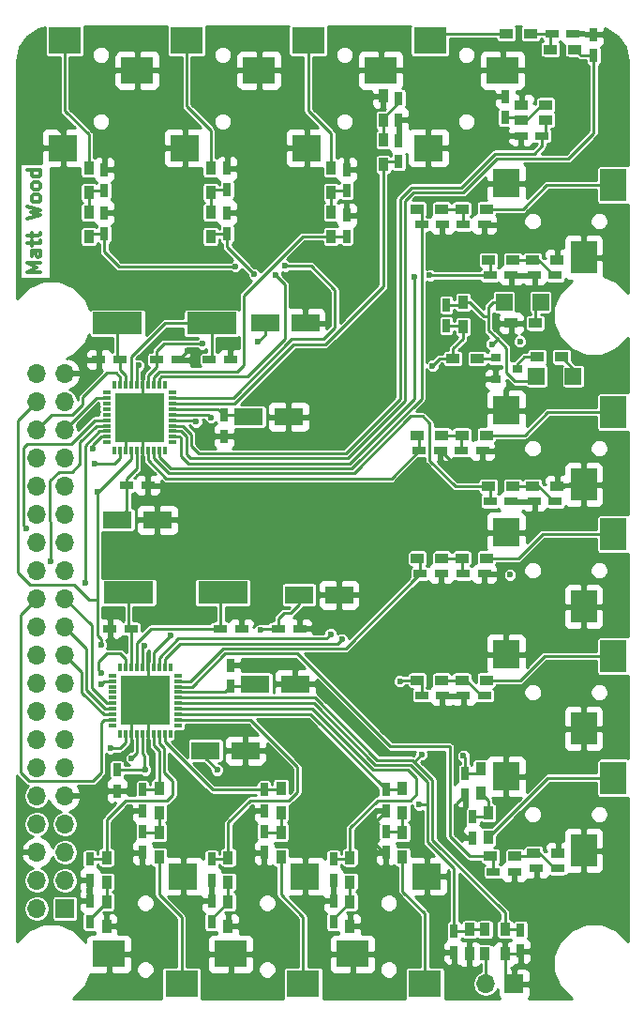
<source format=gbr>
G04 #@! TF.FileFunction,Copper,L1,Top,Signal*
%FSLAX46Y46*%
G04 Gerber Fmt 4.6, Leading zero omitted, Abs format (unit mm)*
G04 Created by KiCad (PCBNEW 4.0.7) date 09/09/18 14:05:58*
%MOMM*%
%LPD*%
G01*
G04 APERTURE LIST*
%ADD10C,0.100000*%
%ADD11C,0.300000*%
%ADD12R,0.750000X1.200000*%
%ADD13R,1.200000X0.750000*%
%ADD14R,0.304800X0.762000*%
%ADD15R,0.762000X0.304800*%
%ADD16R,4.445000X4.445000*%
%ADD17R,4.500000X2.000000*%
%ADD18R,2.950000X2.400000*%
%ADD19R,2.650000X2.400000*%
%ADD20R,2.400000X2.950000*%
%ADD21R,2.400000X2.650000*%
%ADD22R,0.900000X1.200000*%
%ADD23R,1.200000X0.900000*%
%ADD24R,2.600000X1.600000*%
%ADD25R,1.700000X1.700000*%
%ADD26O,1.700000X1.700000*%
%ADD27R,1.500000X1.500000*%
%ADD28R,0.900000X0.800000*%
%ADD29C,0.600000*%
%ADD30C,0.250000*%
%ADD31C,0.254000*%
G04 APERTURE END LIST*
D10*
D11*
X31065476Y-60083332D02*
X29815476Y-60083332D01*
X30708333Y-59666665D01*
X29815476Y-59249999D01*
X31065476Y-59249999D01*
X31065476Y-58119047D02*
X30410714Y-58119047D01*
X30291667Y-58178570D01*
X30232143Y-58297618D01*
X30232143Y-58535713D01*
X30291667Y-58654761D01*
X31005952Y-58119047D02*
X31065476Y-58238094D01*
X31065476Y-58535713D01*
X31005952Y-58654761D01*
X30886905Y-58714285D01*
X30767857Y-58714285D01*
X30648810Y-58654761D01*
X30589286Y-58535713D01*
X30589286Y-58238094D01*
X30529762Y-58119047D01*
X30232143Y-57702380D02*
X30232143Y-57226190D01*
X29815476Y-57523809D02*
X30886905Y-57523809D01*
X31005952Y-57464285D01*
X31065476Y-57345238D01*
X31065476Y-57226190D01*
X30232143Y-56988094D02*
X30232143Y-56511904D01*
X29815476Y-56809523D02*
X30886905Y-56809523D01*
X31005952Y-56749999D01*
X31065476Y-56630952D01*
X31065476Y-56511904D01*
X29815476Y-55261904D02*
X31065476Y-54964285D01*
X30172619Y-54726189D01*
X31065476Y-54488094D01*
X29815476Y-54190475D01*
X31065476Y-53535714D02*
X31005952Y-53654761D01*
X30946429Y-53714285D01*
X30827381Y-53773809D01*
X30470238Y-53773809D01*
X30351190Y-53714285D01*
X30291667Y-53654761D01*
X30232143Y-53535714D01*
X30232143Y-53357142D01*
X30291667Y-53238094D01*
X30351190Y-53178571D01*
X30470238Y-53119047D01*
X30827381Y-53119047D01*
X30946429Y-53178571D01*
X31005952Y-53238094D01*
X31065476Y-53357142D01*
X31065476Y-53535714D01*
X31065476Y-52404762D02*
X31005952Y-52523809D01*
X30946429Y-52583333D01*
X30827381Y-52642857D01*
X30470238Y-52642857D01*
X30351190Y-52583333D01*
X30291667Y-52523809D01*
X30232143Y-52404762D01*
X30232143Y-52226190D01*
X30291667Y-52107142D01*
X30351190Y-52047619D01*
X30470238Y-51988095D01*
X30827381Y-51988095D01*
X30946429Y-52047619D01*
X31005952Y-52107142D01*
X31065476Y-52226190D01*
X31065476Y-52404762D01*
X31065476Y-50916667D02*
X29815476Y-50916667D01*
X31005952Y-50916667D02*
X31065476Y-51035714D01*
X31065476Y-51273810D01*
X31005952Y-51392857D01*
X30946429Y-51452381D01*
X30827381Y-51511905D01*
X30470238Y-51511905D01*
X30351190Y-51452381D01*
X30291667Y-51392857D01*
X30232143Y-51273810D01*
X30232143Y-51035714D01*
X30291667Y-50916667D01*
D12*
X35500000Y-118700000D03*
X35500000Y-116800000D03*
X46500000Y-118700000D03*
X46500000Y-116800000D03*
X62250000Y-110550000D03*
X62250000Y-112450000D03*
D13*
X69050000Y-76200000D03*
X70950000Y-76200000D03*
X77550000Y-80800000D03*
X75650000Y-80800000D03*
D14*
X38239400Y-101721800D03*
X38747400Y-101721800D03*
X39255400Y-101721800D03*
X39738000Y-101721800D03*
X40246000Y-101721800D03*
X40754000Y-101721800D03*
X41262000Y-101721800D03*
X41744600Y-101721800D03*
X42252600Y-101721800D03*
X42760600Y-101721800D03*
D15*
X43471800Y-101010600D03*
X43471800Y-100502600D03*
X43471800Y-99994600D03*
X43471800Y-99512000D03*
X43471800Y-99004000D03*
X43471800Y-98496000D03*
X43471800Y-97988000D03*
X43471800Y-97505400D03*
X43471800Y-96997400D03*
X43471800Y-96489400D03*
D14*
X42760600Y-95778200D03*
X42252600Y-95778200D03*
X41744600Y-95778200D03*
X41262000Y-95778200D03*
X40754000Y-95778200D03*
X40246000Y-95778200D03*
X39738000Y-95778200D03*
X39255400Y-95778200D03*
X38747400Y-95778200D03*
X38239400Y-95778200D03*
D15*
X37528200Y-96489400D03*
X37528200Y-96997400D03*
X37528200Y-97505400D03*
X37528200Y-97988000D03*
X37528200Y-98496000D03*
X37528200Y-99004000D03*
X37528200Y-99512000D03*
X37528200Y-99994600D03*
X37528200Y-100502600D03*
X37528200Y-101010600D03*
D16*
X40500000Y-98750000D03*
D17*
X47500000Y-89000000D03*
X39000000Y-89000000D03*
D13*
X69250000Y-55800000D03*
X71150000Y-55800000D03*
X77550000Y-60400000D03*
X75650000Y-60400000D03*
X77250000Y-38600000D03*
X79150000Y-38600000D03*
D12*
X73000000Y-46150000D03*
X73000000Y-44250000D03*
X40250000Y-106800000D03*
X40250000Y-108700000D03*
X35500000Y-113050000D03*
X35500000Y-114950000D03*
X51250000Y-106800000D03*
X51250000Y-108700000D03*
X46500000Y-113050000D03*
X46500000Y-114950000D03*
X62250000Y-106800000D03*
X62250000Y-108700000D03*
X57500000Y-113050000D03*
X57500000Y-114950000D03*
D13*
X65250000Y-76200000D03*
X67150000Y-76200000D03*
X71650000Y-80800000D03*
X73550000Y-80800000D03*
X65450000Y-55800000D03*
X67350000Y-55800000D03*
X71650000Y-60400000D03*
X73550000Y-60400000D03*
D12*
X81000000Y-40550000D03*
X81000000Y-38650000D03*
D13*
X76350000Y-47800000D03*
X74450000Y-47800000D03*
D12*
X70100000Y-109250000D03*
X70100000Y-111150000D03*
D13*
X77750000Y-113900000D03*
X75850000Y-113900000D03*
X71150000Y-98300000D03*
X69250000Y-98300000D03*
X69250000Y-87300000D03*
X71150000Y-87300000D03*
D12*
X58700000Y-52750000D03*
X58700000Y-50850000D03*
X63400000Y-44450000D03*
X63400000Y-46350000D03*
D18*
X43775000Y-124300000D03*
D19*
X43925000Y-114600000D03*
D18*
X37225000Y-121600000D03*
X54775000Y-124300000D03*
D19*
X54925000Y-114600000D03*
D18*
X48225000Y-121600000D03*
X65775000Y-124300000D03*
D19*
X65925000Y-114600000D03*
D18*
X59225000Y-121600000D03*
D20*
X82800000Y-105725000D03*
D21*
X73100000Y-105575000D03*
D20*
X80100000Y-112275000D03*
X82800000Y-94725000D03*
D21*
X73100000Y-94575000D03*
D20*
X80100000Y-101275000D03*
X82800000Y-83725000D03*
D21*
X73100000Y-83575000D03*
D20*
X80100000Y-90275000D03*
D22*
X41750000Y-110650000D03*
X41750000Y-112850000D03*
X37000000Y-116900000D03*
X37000000Y-119100000D03*
X52750000Y-110650000D03*
X52750000Y-112850000D03*
X48000000Y-116900000D03*
X48000000Y-119100000D03*
X63750000Y-110650000D03*
X63750000Y-112850000D03*
X59000000Y-116900000D03*
X59000000Y-119100000D03*
D23*
X69100000Y-74800000D03*
X71300000Y-74800000D03*
X75500000Y-79400000D03*
X77700000Y-79400000D03*
X69100000Y-54400000D03*
X71300000Y-54400000D03*
X75500000Y-59000000D03*
X77700000Y-59000000D03*
X75300000Y-38600000D03*
X73100000Y-38600000D03*
X76700000Y-45000000D03*
X74500000Y-45000000D03*
D22*
X41750000Y-106650000D03*
X41750000Y-108850000D03*
X37000000Y-112900000D03*
X37000000Y-115100000D03*
X52750000Y-106650000D03*
X52750000Y-108850000D03*
X48000000Y-112900000D03*
X48000000Y-115100000D03*
X63750000Y-106650000D03*
X63750000Y-108850000D03*
X59000000Y-112900000D03*
X59000000Y-115100000D03*
D12*
X47900000Y-52650000D03*
X47900000Y-50750000D03*
X36800000Y-52750000D03*
X36800000Y-50850000D03*
X69400000Y-105350000D03*
X69400000Y-107250000D03*
D13*
X71950000Y-114200000D03*
X73850000Y-114200000D03*
X65450000Y-98300000D03*
X67350000Y-98300000D03*
X65350000Y-87300000D03*
X67250000Y-87300000D03*
D12*
X58700000Y-56850000D03*
X58700000Y-54950000D03*
X63400000Y-50150000D03*
X63400000Y-48250000D03*
X47900000Y-56650000D03*
X47900000Y-54750000D03*
X36800000Y-56650000D03*
X36800000Y-54750000D03*
X48250000Y-97450000D03*
X48250000Y-95550000D03*
D13*
X47300000Y-92250000D03*
X49200000Y-92250000D03*
X52550000Y-92250000D03*
X54450000Y-92250000D03*
X39200000Y-92250000D03*
X37300000Y-92250000D03*
D12*
X37950000Y-105000000D03*
X37950000Y-106900000D03*
D20*
X82800000Y-52225000D03*
D21*
X73100000Y-52075000D03*
D20*
X80100000Y-58775000D03*
D18*
X66225000Y-39200000D03*
D19*
X66075000Y-48900000D03*
D18*
X72775000Y-41900000D03*
X55225000Y-39200000D03*
D19*
X55075000Y-48900000D03*
D18*
X61775000Y-41900000D03*
X44225000Y-39200000D03*
D19*
X44075000Y-48900000D03*
D18*
X50775000Y-41900000D03*
X33225000Y-39200000D03*
D19*
X33075000Y-48900000D03*
D18*
X39775000Y-41900000D03*
D23*
X65100000Y-74800000D03*
X67300000Y-74800000D03*
X71500000Y-79400000D03*
X73700000Y-79400000D03*
X65100000Y-54400000D03*
X67300000Y-54400000D03*
X71500000Y-59000000D03*
X73700000Y-59000000D03*
X79300000Y-40000000D03*
X77100000Y-40000000D03*
X76700000Y-46400000D03*
X74500000Y-46400000D03*
D22*
X71500000Y-108900000D03*
X71500000Y-111100000D03*
D23*
X75600000Y-112500000D03*
X77800000Y-112500000D03*
X69100000Y-96900000D03*
X71300000Y-96900000D03*
X69100000Y-85900000D03*
X71300000Y-85900000D03*
D22*
X57300000Y-52900000D03*
X57300000Y-50700000D03*
X62000000Y-46400000D03*
X62000000Y-44200000D03*
X46400000Y-52900000D03*
X46400000Y-50700000D03*
X35400000Y-52900000D03*
X35400000Y-50700000D03*
X70800000Y-104900000D03*
X70800000Y-107100000D03*
D23*
X71700000Y-112800000D03*
X73900000Y-112800000D03*
X65100000Y-96900000D03*
X67300000Y-96900000D03*
X65100000Y-85900000D03*
X67300000Y-85900000D03*
D14*
X37739400Y-76171800D03*
X38247400Y-76171800D03*
X38755400Y-76171800D03*
X39238000Y-76171800D03*
X39746000Y-76171800D03*
X40254000Y-76171800D03*
X40762000Y-76171800D03*
X41244600Y-76171800D03*
X41752600Y-76171800D03*
X42260600Y-76171800D03*
D15*
X42971800Y-75460600D03*
X42971800Y-74952600D03*
X42971800Y-74444600D03*
X42971800Y-73962000D03*
X42971800Y-73454000D03*
X42971800Y-72946000D03*
X42971800Y-72438000D03*
X42971800Y-71955400D03*
X42971800Y-71447400D03*
X42971800Y-70939400D03*
D14*
X42260600Y-70228200D03*
X41752600Y-70228200D03*
X41244600Y-70228200D03*
X40762000Y-70228200D03*
X40254000Y-70228200D03*
X39746000Y-70228200D03*
X39238000Y-70228200D03*
X38755400Y-70228200D03*
X38247400Y-70228200D03*
X37739400Y-70228200D03*
D15*
X37028200Y-70939400D03*
X37028200Y-71447400D03*
X37028200Y-71955400D03*
X37028200Y-72438000D03*
X37028200Y-72946000D03*
X37028200Y-73454000D03*
X37028200Y-73962000D03*
X37028200Y-74444600D03*
X37028200Y-74952600D03*
X37028200Y-75460600D03*
D16*
X40000000Y-73200000D03*
D24*
X49850000Y-73150000D03*
X53450000Y-73150000D03*
D12*
X47600000Y-73000000D03*
X47600000Y-74900000D03*
D13*
X38210000Y-67990000D03*
X36310000Y-67990000D03*
X38850000Y-79350000D03*
X40750000Y-79350000D03*
D20*
X82800000Y-72725000D03*
D21*
X73100000Y-72575000D03*
D20*
X80100000Y-79275000D03*
D17*
X46500000Y-64720000D03*
X38000000Y-64720000D03*
D25*
X73800000Y-124300000D03*
D26*
X71260000Y-124300000D03*
D25*
X33250000Y-117500000D03*
D26*
X30710000Y-117500000D03*
X33250000Y-114960000D03*
X30710000Y-114960000D03*
X33250000Y-112420000D03*
X30710000Y-112420000D03*
X33250000Y-109880000D03*
X30710000Y-109880000D03*
X33250000Y-107340000D03*
X30710000Y-107340000D03*
X33250000Y-104800000D03*
X30710000Y-104800000D03*
X33250000Y-102260000D03*
X30710000Y-102260000D03*
X33250000Y-99720000D03*
X30710000Y-99720000D03*
X33250000Y-97180000D03*
X30710000Y-97180000D03*
X33250000Y-94640000D03*
X30710000Y-94640000D03*
X33250000Y-92100000D03*
X30710000Y-92100000D03*
X33250000Y-89560000D03*
X30710000Y-89560000D03*
X33250000Y-87020000D03*
X30710000Y-87020000D03*
X33250000Y-84480000D03*
X30710000Y-84480000D03*
X33250000Y-81940000D03*
X30710000Y-81940000D03*
X33250000Y-79400000D03*
X30710000Y-79400000D03*
X33250000Y-76860000D03*
X30710000Y-76860000D03*
X33250000Y-74320000D03*
X30710000Y-74320000D03*
X33250000Y-71780000D03*
X30710000Y-71780000D03*
X33250000Y-69240000D03*
X30710000Y-69240000D03*
D27*
X72900000Y-62800000D03*
X76200000Y-62800000D03*
D12*
X40250000Y-110550000D03*
X40250000Y-112450000D03*
X51250000Y-110550000D03*
X51250000Y-112450000D03*
X57500000Y-118700000D03*
X57500000Y-116800000D03*
D24*
X50450000Y-97250000D03*
X54050000Y-97250000D03*
X54400000Y-89200000D03*
X58000000Y-89200000D03*
X45950000Y-103250000D03*
X49550000Y-103250000D03*
D13*
X46310000Y-68000000D03*
X48210000Y-68000000D03*
D24*
X51350000Y-64700000D03*
X54950000Y-64700000D03*
D13*
X41550000Y-68000000D03*
X43450000Y-68000000D03*
D24*
X38000000Y-82450000D03*
X41600000Y-82450000D03*
D22*
X57300000Y-56900000D03*
X57300000Y-54700000D03*
X62000000Y-50400000D03*
X62000000Y-48200000D03*
X46400000Y-56900000D03*
X46400000Y-54700000D03*
X35400000Y-56900000D03*
X35400000Y-54700000D03*
X69200000Y-62800000D03*
X69200000Y-65000000D03*
D23*
X68300000Y-67900000D03*
X70500000Y-67900000D03*
D12*
X74400000Y-119450000D03*
X74400000Y-121350000D03*
X68400000Y-119550000D03*
X68400000Y-121450000D03*
D22*
X73000000Y-119400000D03*
X73000000Y-121600000D03*
X71200000Y-119400000D03*
X71200000Y-121600000D03*
X69800000Y-121600000D03*
X69800000Y-119400000D03*
D23*
X78100000Y-67750000D03*
X75900000Y-67750000D03*
D27*
X75850000Y-69500000D03*
X79150000Y-69500000D03*
D28*
X72150000Y-67850000D03*
X72150000Y-69750000D03*
X74150000Y-68800000D03*
D23*
X75750000Y-64700000D03*
X73550000Y-64700000D03*
D12*
X67700000Y-63050000D03*
X67700000Y-64950000D03*
D29*
X74350000Y-66350000D03*
X73450000Y-87400000D03*
X32000000Y-46500000D03*
X82500000Y-58500000D03*
X44100000Y-51600000D03*
X73100000Y-102700000D03*
X49600000Y-54700000D03*
X60650000Y-55000000D03*
X59650000Y-48800000D03*
X48550000Y-49050000D03*
X44350000Y-67200000D03*
X49650000Y-74850000D03*
X49450000Y-105200000D03*
X49650000Y-109450000D03*
X54550000Y-61600000D03*
X38100000Y-93700000D03*
X50200000Y-95500000D03*
X60900000Y-110700000D03*
X68650000Y-109050000D03*
X40100000Y-118850000D03*
X35400000Y-73100000D03*
X43200000Y-65700000D03*
X48200000Y-67300000D03*
X70300000Y-69850000D03*
X82650000Y-41350000D03*
X75650000Y-82400000D03*
X35450000Y-115900000D03*
X37350000Y-103050000D03*
X35900000Y-77400000D03*
X71800000Y-66600000D03*
X39880000Y-68510000D03*
X40400000Y-93800000D03*
X69250000Y-103750000D03*
X57250000Y-92750000D03*
X63500000Y-97000000D03*
X58250000Y-93250000D03*
X50700000Y-66400000D03*
X45650000Y-66550000D03*
X66200000Y-60400000D03*
X64800000Y-60500000D03*
X50350000Y-60300000D03*
X52250000Y-60350000D03*
X48650000Y-59600000D03*
X53100000Y-59550000D03*
X50900000Y-92400000D03*
X42800000Y-92900000D03*
X47000000Y-105000000D03*
X40500000Y-105000000D03*
X36500000Y-97250000D03*
X35100000Y-88100000D03*
X31940000Y-86170000D03*
X29730000Y-83250000D03*
X35800000Y-76060000D03*
X36500000Y-96250000D03*
X36500000Y-93750000D03*
X39250000Y-103950000D03*
X36200000Y-79950000D03*
X66450000Y-68550000D03*
X65450000Y-103600000D03*
X46450000Y-73200000D03*
X65250000Y-108150000D03*
X45100000Y-73600000D03*
D30*
X74350000Y-66350000D02*
X74450000Y-66350000D01*
X33075000Y-48900000D02*
X33075000Y-47575000D01*
X33075000Y-47575000D02*
X32000000Y-46500000D01*
X80100000Y-58775000D02*
X82225000Y-58775000D01*
X82225000Y-58775000D02*
X82500000Y-58500000D01*
X44075000Y-48900000D02*
X44075000Y-51575000D01*
X44075000Y-51575000D02*
X44100000Y-51600000D01*
X73100000Y-105575000D02*
X73100000Y-102700000D01*
X47900000Y-54750000D02*
X49550000Y-54750000D01*
X49550000Y-54750000D02*
X49600000Y-54700000D01*
X58700000Y-54950000D02*
X60600000Y-54950000D01*
X60600000Y-54950000D02*
X60650000Y-55000000D01*
X58700000Y-50850000D02*
X58700000Y-49750000D01*
X58700000Y-49750000D02*
X59650000Y-48800000D01*
X47900000Y-50750000D02*
X47900000Y-49700000D01*
X47900000Y-49700000D02*
X48550000Y-49050000D01*
X43450000Y-68000000D02*
X43550000Y-68000000D01*
X43550000Y-68000000D02*
X44350000Y-67200000D01*
X40754000Y-101721800D02*
X40754000Y-99004000D01*
X40754000Y-99004000D02*
X40500000Y-98750000D01*
X39255400Y-101721800D02*
X39255400Y-99994600D01*
X39255400Y-99994600D02*
X40500000Y-98750000D01*
X40254000Y-76171800D02*
X40254000Y-73454000D01*
X40254000Y-73454000D02*
X40000000Y-73200000D01*
X38755400Y-76171800D02*
X38755400Y-74444600D01*
X38755400Y-74444600D02*
X40000000Y-73200000D01*
X40254000Y-70228200D02*
X40254000Y-72946000D01*
X40254000Y-72946000D02*
X40000000Y-73200000D01*
X47600000Y-74900000D02*
X49600000Y-74900000D01*
X49600000Y-74900000D02*
X49650000Y-74850000D01*
X51250000Y-108700000D02*
X50400000Y-108700000D01*
X49550000Y-105100000D02*
X49550000Y-103250000D01*
X49450000Y-105200000D02*
X49550000Y-105100000D01*
X50400000Y-108700000D02*
X49650000Y-109450000D01*
X54950000Y-64700000D02*
X54950000Y-62000000D01*
X54950000Y-62000000D02*
X54550000Y-61600000D01*
X37300000Y-92250000D02*
X37300000Y-92900000D01*
X37300000Y-92900000D02*
X38100000Y-93700000D01*
X40754000Y-95778200D02*
X40754000Y-98496000D01*
X40754000Y-98496000D02*
X40500000Y-98750000D01*
X41100000Y-96850000D02*
X40500000Y-97450000D01*
X40500000Y-97450000D02*
X40500000Y-98750000D01*
X48250000Y-95550000D02*
X50150000Y-95550000D01*
X50150000Y-95550000D02*
X50200000Y-95500000D01*
X62250000Y-112450000D02*
X62050000Y-112450000D01*
X62050000Y-112450000D02*
X60900000Y-111300000D01*
X60900000Y-111300000D02*
X60900000Y-110700000D01*
X60900000Y-110700000D02*
X60900000Y-110050000D01*
X60900000Y-110050000D02*
X62250000Y-108700000D01*
X37000000Y-119100000D02*
X39850000Y-119100000D01*
X39850000Y-119100000D02*
X40100000Y-118850000D01*
X40254000Y-70228200D02*
X40254000Y-69146000D01*
X42413602Y-65700000D02*
X43200000Y-65700000D01*
X40550000Y-67563602D02*
X42413602Y-65700000D01*
X40550000Y-68850000D02*
X40550000Y-67563602D01*
X40254000Y-69146000D02*
X40550000Y-68850000D01*
X48210000Y-68000000D02*
X48310000Y-67410000D01*
X48310000Y-67410000D02*
X48200000Y-67300000D01*
X72100000Y-69750000D02*
X70400000Y-69750000D01*
X70400000Y-69750000D02*
X70300000Y-69850000D01*
X81000000Y-38650000D02*
X81750000Y-38650000D01*
X82650000Y-39550000D02*
X82650000Y-41350000D01*
X81750000Y-38650000D02*
X82650000Y-39550000D01*
X75650000Y-80800000D02*
X75650000Y-82400000D01*
X67150000Y-76200000D02*
X67200000Y-76200000D01*
X67200000Y-76200000D02*
X68450000Y-77450000D01*
X68450000Y-77450000D02*
X70600000Y-77450000D01*
X70600000Y-77450000D02*
X70950000Y-77100000D01*
X70950000Y-77100000D02*
X70950000Y-76200000D01*
X75650000Y-60400000D02*
X75850000Y-60400000D01*
X62250000Y-108700000D02*
X62050000Y-108700000D01*
X70100000Y-111150000D02*
X69650000Y-111150000D01*
X68650000Y-108000000D02*
X69400000Y-107250000D01*
X68650000Y-110150000D02*
X68650000Y-109050000D01*
X68650000Y-109050000D02*
X68650000Y-108000000D01*
X69650000Y-111150000D02*
X68650000Y-110150000D01*
X73000000Y-121600000D02*
X74150000Y-121600000D01*
X74150000Y-121600000D02*
X74400000Y-121350000D01*
X73000000Y-121600000D02*
X73000000Y-123500000D01*
X73000000Y-123500000D02*
X73800000Y-124300000D01*
X71150000Y-87300000D02*
X70900000Y-87300000D01*
X67700000Y-63050000D02*
X68950000Y-63050000D01*
X68950000Y-63050000D02*
X69200000Y-62800000D01*
X38747400Y-101721800D02*
X38747400Y-102502600D01*
X38200000Y-103050000D02*
X37350000Y-103050000D01*
X38747400Y-102502600D02*
X38200000Y-103050000D01*
X38247400Y-76171800D02*
X38247400Y-76902600D01*
X37750000Y-77400000D02*
X35900000Y-77400000D01*
X38247400Y-76902600D02*
X37750000Y-77400000D01*
X72225000Y-66075000D02*
X72225000Y-66175000D01*
X72225000Y-66175000D02*
X71800000Y-66600000D01*
X69200000Y-62800000D02*
X69800000Y-62800000D01*
X71100000Y-64100000D02*
X71500000Y-64100000D01*
X69800000Y-62800000D02*
X71100000Y-64100000D01*
X72900000Y-62800000D02*
X71900000Y-62800000D01*
X73900000Y-69950000D02*
X75400000Y-69950000D01*
X73100000Y-69150000D02*
X73900000Y-69950000D01*
X73100000Y-66950000D02*
X73100000Y-69150000D01*
X71500000Y-65350000D02*
X72225000Y-66075000D01*
X72225000Y-66075000D02*
X73100000Y-66950000D01*
X71500000Y-63200000D02*
X71500000Y-64100000D01*
X71500000Y-64100000D02*
X71500000Y-65350000D01*
X71900000Y-62800000D02*
X71500000Y-63200000D01*
X75400000Y-69950000D02*
X75850000Y-69500000D01*
X39746000Y-70228200D02*
X39746000Y-68644000D01*
X39746000Y-68644000D02*
X39880000Y-68510000D01*
X40246000Y-95778200D02*
X40246000Y-93854000D01*
X40300000Y-93800000D02*
X40400000Y-93800000D01*
X40246000Y-93854000D02*
X40300000Y-93800000D01*
X69100000Y-54400000D02*
X67300000Y-54400000D01*
X69250000Y-55800000D02*
X69250000Y-54550000D01*
X69250000Y-54550000D02*
X69100000Y-54400000D01*
X73700000Y-59000000D02*
X75500000Y-59000000D01*
X77550000Y-60400000D02*
X77400000Y-60400000D01*
X77400000Y-60400000D02*
X76000000Y-59000000D01*
X76000000Y-59000000D02*
X75500000Y-59000000D01*
X77100000Y-40000000D02*
X77100000Y-38750000D01*
X77100000Y-38750000D02*
X77250000Y-38600000D01*
X75300000Y-38600000D02*
X77250000Y-38600000D01*
X74500000Y-46400000D02*
X74900000Y-46400000D01*
X74900000Y-46400000D02*
X76300000Y-45000000D01*
X76300000Y-45000000D02*
X76700000Y-45000000D01*
X73000000Y-46150000D02*
X74250000Y-46150000D01*
X74250000Y-46150000D02*
X74500000Y-46400000D01*
X41750000Y-106650000D02*
X41750000Y-103250000D01*
X41262000Y-102762000D02*
X41262000Y-101721800D01*
X41750000Y-103250000D02*
X41262000Y-102762000D01*
X40250000Y-106800000D02*
X41600000Y-106800000D01*
X41600000Y-106800000D02*
X41750000Y-106650000D01*
X41744600Y-101721800D02*
X41744600Y-102608202D01*
X37000000Y-109500000D02*
X37000000Y-112900000D01*
X38750000Y-107750000D02*
X37000000Y-109500000D01*
X42500000Y-107750000D02*
X38750000Y-107750000D01*
X43000000Y-107250000D02*
X42500000Y-107750000D01*
X43000000Y-106000000D02*
X43000000Y-107250000D01*
X42200002Y-105200002D02*
X43000000Y-106000000D01*
X42200002Y-103063604D02*
X42200002Y-105200002D01*
X41744600Y-102608202D02*
X42200002Y-103063604D01*
X35500000Y-113050000D02*
X36850000Y-113050000D01*
X36850000Y-113050000D02*
X37000000Y-112900000D01*
X42252600Y-101721800D02*
X42252600Y-102479804D01*
X46572796Y-106800000D02*
X51250000Y-106800000D01*
X42252600Y-102479804D02*
X46572796Y-106800000D01*
X51250000Y-106800000D02*
X52600000Y-106800000D01*
X52600000Y-106800000D02*
X52750000Y-106650000D01*
X43471800Y-100502600D02*
X50002600Y-100502600D01*
X48000000Y-109750000D02*
X48000000Y-112900000D01*
X50000000Y-107750000D02*
X48000000Y-109750000D01*
X53500000Y-107750000D02*
X50000000Y-107750000D01*
X54250000Y-107000000D02*
X53500000Y-107750000D01*
X54250000Y-104750000D02*
X54250000Y-107000000D01*
X50002600Y-100502600D02*
X54250000Y-104750000D01*
X46500000Y-113050000D02*
X47850000Y-113050000D01*
X47850000Y-113050000D02*
X48000000Y-112900000D01*
X43471800Y-99994600D02*
X55444600Y-99994600D01*
X55444600Y-99994600D02*
X62250000Y-106800000D01*
X62250000Y-106800000D02*
X63600000Y-106800000D01*
X63600000Y-106800000D02*
X63750000Y-106650000D01*
X43471800Y-99512000D02*
X55598398Y-99512000D01*
X59000000Y-110250000D02*
X59000000Y-112900000D01*
X61500000Y-107750000D02*
X59000000Y-110250000D01*
X64450000Y-107750000D02*
X61500000Y-107750000D01*
X65000000Y-107200000D02*
X64450000Y-107750000D01*
X65000000Y-105750000D02*
X65000000Y-107200000D01*
X64250000Y-105000000D02*
X65000000Y-105750000D01*
X61086398Y-105000000D02*
X64250000Y-105000000D01*
X55598398Y-99512000D02*
X61086398Y-105000000D01*
X57500000Y-113050000D02*
X58850000Y-113050000D01*
X58850000Y-113050000D02*
X59000000Y-112900000D01*
X71500000Y-108900000D02*
X71500000Y-107800000D01*
X71500000Y-107800000D02*
X70800000Y-107100000D01*
X70100000Y-109250000D02*
X71150000Y-109250000D01*
X71150000Y-109250000D02*
X71500000Y-108900000D01*
X77750000Y-113900000D02*
X77500000Y-113900000D01*
X77500000Y-113900000D02*
X76100000Y-112500000D01*
X76100000Y-112500000D02*
X75600000Y-112500000D01*
X73900000Y-112800000D02*
X75300000Y-112800000D01*
X75300000Y-112800000D02*
X75600000Y-112500000D01*
X73850000Y-112850000D02*
X73900000Y-112800000D01*
X41744600Y-95778200D02*
X41744600Y-94869002D01*
X69400000Y-103900000D02*
X69400000Y-105350000D01*
X69250000Y-103750000D02*
X69400000Y-103900000D01*
X56850006Y-93149994D02*
X57250000Y-92750000D01*
X43463608Y-93149994D02*
X56850006Y-93149994D01*
X41744600Y-94869002D02*
X43463608Y-93149994D01*
X69400000Y-105350000D02*
X70350000Y-105350000D01*
X70350000Y-105350000D02*
X70800000Y-104900000D01*
X42252600Y-95778200D02*
X42252600Y-94997400D01*
X63600000Y-96900000D02*
X65100000Y-96900000D01*
X63500000Y-97000000D02*
X63600000Y-96900000D01*
X57900004Y-93599996D02*
X58250000Y-93250000D01*
X43650004Y-93599996D02*
X57900004Y-93599996D01*
X42252600Y-94997400D02*
X43650004Y-93599996D01*
X65450000Y-98300000D02*
X65450000Y-97250000D01*
X65450000Y-97250000D02*
X65100000Y-96900000D01*
X43471800Y-96997400D02*
X44616202Y-96997400D01*
X58600002Y-94049998D02*
X65350000Y-87300000D01*
X47563604Y-94049998D02*
X58600002Y-94049998D01*
X44616202Y-96997400D02*
X47563604Y-94049998D01*
X65350000Y-87300000D02*
X65350000Y-86150000D01*
X65350000Y-86150000D02*
X65100000Y-85900000D01*
X43775000Y-124300000D02*
X43775000Y-118275000D01*
X41750000Y-116250000D02*
X41750000Y-112850000D01*
X43775000Y-118275000D02*
X41750000Y-116250000D01*
X54775000Y-124300000D02*
X54775000Y-118275000D01*
X52750000Y-116250000D02*
X52750000Y-112850000D01*
X54775000Y-118275000D02*
X52750000Y-116250000D01*
X65775000Y-124300000D02*
X65775000Y-117975000D01*
X63750000Y-115950000D02*
X63750000Y-112850000D01*
X65775000Y-117975000D02*
X63750000Y-115950000D01*
X82800000Y-105725000D02*
X76875000Y-105725000D01*
X76875000Y-105725000D02*
X71500000Y-111100000D01*
X82800000Y-94725000D02*
X76575000Y-94725000D01*
X74400000Y-96900000D02*
X71300000Y-96900000D01*
X76575000Y-94725000D02*
X74400000Y-96900000D01*
X82800000Y-83725000D02*
X76375000Y-83725000D01*
X74200000Y-85900000D02*
X71300000Y-85900000D01*
X76375000Y-83725000D02*
X74200000Y-85900000D01*
X82800000Y-72725000D02*
X76875000Y-72725000D01*
X74800000Y-74800000D02*
X71300000Y-74800000D01*
X76875000Y-72725000D02*
X74800000Y-74800000D01*
X47900000Y-52650000D02*
X46650000Y-52650000D01*
X46650000Y-52650000D02*
X46400000Y-52900000D01*
X46400000Y-52900000D02*
X46400000Y-54700000D01*
X35400000Y-52900000D02*
X35400000Y-54700000D01*
X36800000Y-52750000D02*
X35550000Y-52750000D01*
X35550000Y-52750000D02*
X35400000Y-52900000D01*
X82800000Y-52225000D02*
X76775000Y-52225000D01*
X74600000Y-54400000D02*
X71300000Y-54400000D01*
X76775000Y-52225000D02*
X74600000Y-54400000D01*
X73100000Y-38600000D02*
X66825000Y-38600000D01*
X66825000Y-38600000D02*
X66225000Y-39200000D01*
X55225000Y-39200000D02*
X55225000Y-45525000D01*
X57300000Y-47600000D02*
X57300000Y-50700000D01*
X55225000Y-45525000D02*
X57300000Y-47600000D01*
X44225000Y-39200000D02*
X44225000Y-45125000D01*
X46400000Y-47300000D02*
X46400000Y-50700000D01*
X44225000Y-45125000D02*
X46400000Y-47300000D01*
X33225000Y-39200000D02*
X33225000Y-45525000D01*
X35400000Y-47700000D02*
X35400000Y-50700000D01*
X33225000Y-45525000D02*
X35400000Y-47700000D01*
X71260000Y-124300000D02*
X71260000Y-121660000D01*
X71260000Y-121660000D02*
X71200000Y-121600000D01*
X47600000Y-73000000D02*
X49700000Y-73000000D01*
X49700000Y-73000000D02*
X49850000Y-73150000D01*
X42971800Y-72438000D02*
X47038000Y-72438000D01*
X47038000Y-72438000D02*
X47600000Y-73000000D01*
X41550000Y-68000000D02*
X41550000Y-67200000D01*
X51350000Y-65750000D02*
X51350000Y-64700000D01*
X50700000Y-66400000D02*
X51350000Y-65750000D01*
X42200000Y-66550000D02*
X45650000Y-66550000D01*
X41550000Y-67200000D02*
X42200000Y-66550000D01*
X40762000Y-70228200D02*
X40762000Y-69455204D01*
X41550000Y-68667204D02*
X41550000Y-68000000D01*
X40762000Y-69455204D02*
X41550000Y-68667204D01*
X47300000Y-92250000D02*
X47300000Y-89200000D01*
X47300000Y-89200000D02*
X47500000Y-89000000D01*
X39738000Y-95778200D02*
X39738000Y-93512000D01*
X41000000Y-92250000D02*
X47300000Y-92250000D01*
X39738000Y-93512000D02*
X41000000Y-92250000D01*
X38850000Y-79350000D02*
X38850000Y-81600000D01*
X38850000Y-81600000D02*
X38000000Y-82450000D01*
X39746000Y-76171800D02*
X39746000Y-77804000D01*
X38850000Y-78700000D02*
X38850000Y-79350000D01*
X39746000Y-77804000D02*
X38850000Y-78700000D01*
X39255400Y-95778200D02*
X39255400Y-92305400D01*
X39255400Y-92305400D02*
X39200000Y-92250000D01*
X39000000Y-89000000D02*
X39000000Y-92050000D01*
X39000000Y-92050000D02*
X39200000Y-92250000D01*
X62650000Y-102900000D02*
X54250000Y-94500000D01*
X44744600Y-97505400D02*
X47750000Y-94500000D01*
X54000000Y-94500000D02*
X54250000Y-94500000D01*
X47750000Y-94500000D02*
X54000000Y-94500000D01*
X44744600Y-97505400D02*
X43471800Y-97505400D01*
X62650000Y-102900000D02*
X62750000Y-102900000D01*
X71700000Y-112800000D02*
X69800000Y-112800000D01*
X68000000Y-111000000D02*
X68000000Y-102900000D01*
X69800000Y-112800000D02*
X68000000Y-111000000D01*
X62650000Y-102900000D02*
X62750000Y-102900000D01*
X62750000Y-102900000D02*
X68000000Y-102900000D01*
X71950000Y-114200000D02*
X71950000Y-113050000D01*
X71950000Y-113050000D02*
X71700000Y-112800000D01*
X40762000Y-76171800D02*
X40762000Y-77062000D01*
X62750000Y-78700000D02*
X65250000Y-76200000D01*
X42400000Y-78700000D02*
X62750000Y-78700000D01*
X40762000Y-77062000D02*
X42400000Y-78700000D01*
X65250000Y-76200000D02*
X65250000Y-74950000D01*
X65250000Y-74950000D02*
X65100000Y-74800000D01*
X41244600Y-76171800D02*
X41244600Y-76908202D01*
X68500000Y-79400000D02*
X71500000Y-79400000D01*
X66200000Y-77100000D02*
X68500000Y-79400000D01*
X66200000Y-73700000D02*
X66200000Y-77100000D01*
X65600000Y-73100000D02*
X66200000Y-73700000D01*
X64500000Y-73100000D02*
X65600000Y-73100000D01*
X59350002Y-78249998D02*
X64500000Y-73100000D01*
X42586396Y-78249998D02*
X59350002Y-78249998D01*
X41244600Y-76908202D02*
X42586396Y-78249998D01*
X71650000Y-80800000D02*
X71650000Y-79550000D01*
X71650000Y-79550000D02*
X71500000Y-79400000D01*
X41752600Y-76171800D02*
X41752600Y-76779804D01*
X65450000Y-71513602D02*
X65450000Y-55800000D01*
X59163606Y-77799996D02*
X65450000Y-71513602D01*
X42772792Y-77799996D02*
X59163606Y-77799996D01*
X41752600Y-76779804D02*
X42772792Y-77799996D01*
X65450000Y-55800000D02*
X65450000Y-54750000D01*
X65450000Y-54750000D02*
X65100000Y-54400000D01*
X42971800Y-74952600D02*
X43602600Y-74952600D01*
X69500000Y-60400000D02*
X71650000Y-60400000D01*
X66200000Y-60400000D02*
X69500000Y-60400000D01*
X64800000Y-71527204D02*
X64800000Y-60500000D01*
X58977210Y-77349994D02*
X64800000Y-71527204D01*
X44400000Y-77349994D02*
X58977210Y-77349994D01*
X43750000Y-76699994D02*
X44400000Y-77349994D01*
X43750000Y-75100000D02*
X43750000Y-76699994D01*
X43602600Y-74952600D02*
X43750000Y-75100000D01*
X71650000Y-60400000D02*
X71650000Y-59150000D01*
X71650000Y-59150000D02*
X71500000Y-59000000D01*
X42971800Y-74444600D02*
X43730998Y-74444600D01*
X81000000Y-47550000D02*
X81000000Y-40550000D01*
X78700000Y-49850000D02*
X81000000Y-47550000D01*
X72300000Y-49850000D02*
X78700000Y-49850000D01*
X69250000Y-52900000D02*
X72300000Y-49850000D01*
X64750000Y-52900000D02*
X69250000Y-52900000D01*
X63950000Y-53700000D02*
X64750000Y-52900000D01*
X63950000Y-71740806D02*
X63950000Y-53700000D01*
X58790814Y-76899992D02*
X63950000Y-71740806D01*
X44586396Y-76899992D02*
X58790814Y-76899992D01*
X44200002Y-76513598D02*
X44586396Y-76899992D01*
X44200002Y-74913604D02*
X44200002Y-76513598D01*
X43730998Y-74444600D02*
X44200002Y-74913604D01*
X81000000Y-40550000D02*
X79850000Y-40550000D01*
X79850000Y-40550000D02*
X79300000Y-40000000D01*
X74700000Y-49399998D02*
X75650002Y-49399998D01*
X76350000Y-48700000D02*
X76350000Y-47800000D01*
X75650002Y-49399998D02*
X76350000Y-48700000D01*
X42971800Y-73962000D02*
X43884796Y-73962000D01*
X72113604Y-49399998D02*
X74700000Y-49399998D01*
X74700000Y-49399998D02*
X74750002Y-49399998D01*
X69063604Y-52449998D02*
X72113604Y-49399998D01*
X64563604Y-52449998D02*
X69063604Y-52449998D01*
X63499998Y-53513604D02*
X64563604Y-52449998D01*
X63499998Y-71554410D02*
X63499998Y-53513604D01*
X58604418Y-76449990D02*
X63499998Y-71554410D01*
X45300000Y-76449990D02*
X58604418Y-76449990D01*
X44650004Y-75799994D02*
X45300000Y-76449990D01*
X44650004Y-74727208D02*
X44650004Y-75799994D01*
X43884796Y-73962000D02*
X44650004Y-74727208D01*
X76700000Y-46400000D02*
X76700000Y-47450000D01*
X76700000Y-47450000D02*
X76350000Y-47800000D01*
X43040000Y-69059998D02*
X48790002Y-69059998D01*
X41244600Y-69609002D02*
X41793604Y-69059998D01*
X41793604Y-69059998D02*
X43040000Y-69059998D01*
X41244600Y-70228200D02*
X41244600Y-69609002D01*
X54700000Y-56900000D02*
X57300000Y-56900000D01*
X49400000Y-62200000D02*
X54700000Y-56900000D01*
X49400000Y-68450000D02*
X49400000Y-62200000D01*
X48790002Y-69059998D02*
X49400000Y-68450000D01*
X58700000Y-56850000D02*
X57350000Y-56850000D01*
X57350000Y-56850000D02*
X57300000Y-56900000D01*
X42971800Y-71955400D02*
X48567396Y-71955400D01*
X62000000Y-61386398D02*
X62000000Y-50400000D01*
X56786396Y-66600002D02*
X62000000Y-61386398D01*
X53922794Y-66600002D02*
X56786396Y-66600002D01*
X48567396Y-71955400D02*
X53922794Y-66600002D01*
X63400000Y-50150000D02*
X62250000Y-50150000D01*
X62250000Y-50150000D02*
X62000000Y-50400000D01*
X43050000Y-69510000D02*
X49740000Y-69510000D01*
X41752600Y-69737400D02*
X41980000Y-69510000D01*
X41980000Y-69510000D02*
X43050000Y-69510000D01*
X41752600Y-70228200D02*
X41752600Y-69737400D01*
X47900000Y-57850000D02*
X47900000Y-56650000D01*
X50350000Y-60300000D02*
X47900000Y-57850000D01*
X53100000Y-61200000D02*
X52250000Y-60350000D01*
X53100000Y-66150000D02*
X53100000Y-61200000D01*
X49740000Y-69510000D02*
X53100000Y-66150000D01*
X47900000Y-56650000D02*
X46650000Y-56650000D01*
X46650000Y-56650000D02*
X46400000Y-56900000D01*
X42971800Y-71447400D02*
X48438998Y-71447400D01*
X36800000Y-58250000D02*
X36800000Y-56650000D01*
X38150000Y-59600000D02*
X36800000Y-58250000D01*
X45050000Y-59600000D02*
X38150000Y-59600000D01*
X48650000Y-59600000D02*
X45050000Y-59600000D01*
X55500000Y-59550000D02*
X53100000Y-59550000D01*
X57650000Y-61700000D02*
X55500000Y-59550000D01*
X57650000Y-65100000D02*
X57650000Y-61700000D01*
X56600000Y-66150000D02*
X57650000Y-65100000D01*
X53736398Y-66150000D02*
X56600000Y-66150000D01*
X48438998Y-71447400D02*
X53736398Y-66150000D01*
X36800000Y-56650000D02*
X35650000Y-56650000D01*
X35650000Y-56650000D02*
X35400000Y-56900000D01*
X48250000Y-97450000D02*
X50250000Y-97450000D01*
X50250000Y-97450000D02*
X50450000Y-97250000D01*
X43471800Y-97988000D02*
X47712000Y-97988000D01*
X47712000Y-97988000D02*
X48250000Y-97450000D01*
X54400000Y-89200000D02*
X54400000Y-90100000D01*
X52550000Y-91350000D02*
X52550000Y-92250000D01*
X53050000Y-90850000D02*
X52550000Y-91350000D01*
X53650000Y-90850000D02*
X53050000Y-90850000D01*
X54400000Y-90100000D02*
X53650000Y-90850000D01*
X41262000Y-95778200D02*
X41262000Y-94438000D01*
X51050000Y-92250000D02*
X52550000Y-92250000D01*
X50900000Y-92400000D02*
X51050000Y-92250000D01*
X41262000Y-94438000D02*
X42800000Y-92900000D01*
X37950000Y-105000000D02*
X40500000Y-105000000D01*
X40450000Y-103750000D02*
X40450000Y-104950000D01*
X47000000Y-105000000D02*
X45950000Y-103950000D01*
X40450000Y-104950000D02*
X40500000Y-105000000D01*
X45950000Y-103950000D02*
X45950000Y-103250000D01*
X40246000Y-101721800D02*
X40246000Y-103546000D01*
X40246000Y-103546000D02*
X40450000Y-103750000D01*
X39238000Y-70228200D02*
X39238000Y-67732000D01*
X42250000Y-64720000D02*
X46500000Y-64720000D01*
X39238000Y-67732000D02*
X42250000Y-64720000D01*
X46500000Y-64720000D02*
X46500000Y-67810000D01*
X46500000Y-67810000D02*
X46310000Y-68000000D01*
X38755400Y-70228200D02*
X38755400Y-69419002D01*
X38210000Y-68873602D02*
X38210000Y-67990000D01*
X38755400Y-69419002D02*
X38210000Y-68873602D01*
X38000000Y-64720000D02*
X38000000Y-67780000D01*
X38000000Y-67780000D02*
X38210000Y-67990000D01*
X75750000Y-64700000D02*
X75750000Y-63250000D01*
X75750000Y-63250000D02*
X76200000Y-62800000D01*
X37528200Y-96997400D02*
X36752600Y-96997400D01*
X36752600Y-96997400D02*
X36500000Y-97250000D01*
X38247400Y-70228200D02*
X38247400Y-69547400D01*
X32030000Y-73000000D02*
X30710000Y-74320000D01*
X33900000Y-73000000D02*
X32030000Y-73000000D01*
X34866801Y-72033199D02*
X33900000Y-73000000D01*
X34866801Y-71333199D02*
X34866801Y-72033199D01*
X37000000Y-69200000D02*
X34866801Y-71333199D01*
X37900000Y-69200000D02*
X37000000Y-69200000D01*
X38247400Y-69547400D02*
X37900000Y-69200000D01*
X37028200Y-74444600D02*
X36391798Y-74444600D01*
X35100000Y-75736398D02*
X35100000Y-88100000D01*
X36391798Y-74444600D02*
X35100000Y-75736398D01*
X37528200Y-99994600D02*
X36744600Y-99994600D01*
X34750000Y-96140000D02*
X33250000Y-94640000D01*
X34750000Y-98000000D02*
X34750000Y-96140000D01*
X36744600Y-99994600D02*
X34750000Y-98000000D01*
X37028200Y-73962000D02*
X36088000Y-73962000D01*
X31900000Y-78900000D02*
X31940000Y-86170000D01*
X32700000Y-78100000D02*
X31900000Y-78900000D01*
X33900000Y-78100000D02*
X32700000Y-78100000D01*
X34600000Y-77400000D02*
X33900000Y-78100000D01*
X34600000Y-75450000D02*
X34600000Y-77400000D01*
X36088000Y-73962000D02*
X34600000Y-75450000D01*
X37528200Y-99512000D02*
X36898398Y-99512000D01*
X36898398Y-99512000D02*
X35200002Y-97813604D01*
X35200002Y-97813604D02*
X35200002Y-94050002D01*
X35200002Y-94050002D02*
X33250000Y-92100000D01*
X37028200Y-73454000D02*
X35959602Y-73454000D01*
X29480000Y-83000000D02*
X29730000Y-83250000D01*
X29480000Y-75970000D02*
X29480000Y-83000000D01*
X29820000Y-75630000D02*
X29480000Y-75970000D01*
X33783602Y-75630000D02*
X29820000Y-75630000D01*
X35959602Y-73454000D02*
X33783602Y-75630000D01*
X37528200Y-99004000D02*
X37026796Y-99004000D01*
X35650004Y-91960004D02*
X33250000Y-89560000D01*
X35650004Y-97627208D02*
X35650004Y-91960004D01*
X37026796Y-99004000D02*
X35650004Y-97627208D01*
X37528200Y-100502600D02*
X36752600Y-100502600D01*
X36500000Y-100755200D02*
X36500000Y-101000000D01*
X36752600Y-100502600D02*
X36500000Y-100755200D01*
X36500000Y-101000000D02*
X36500000Y-105250000D01*
X36500000Y-105250000D02*
X35750000Y-106000000D01*
X35750000Y-106000000D02*
X30000000Y-106000000D01*
X30000000Y-106000000D02*
X29250000Y-105250000D01*
X29250000Y-105250000D02*
X29250000Y-91020000D01*
X29250000Y-91020000D02*
X30710000Y-89560000D01*
X37028200Y-74952600D02*
X36520196Y-74952600D01*
X35800000Y-75672796D02*
X35800000Y-76060000D01*
X36520196Y-74952600D02*
X35800000Y-75672796D01*
X37028200Y-71447400D02*
X36122600Y-71447400D01*
X36122600Y-71447400D02*
X33250000Y-74320000D01*
X38747400Y-95778200D02*
X38747400Y-94997400D01*
X36250000Y-96000000D02*
X36500000Y-96250000D01*
X36250000Y-95250000D02*
X36250000Y-96000000D01*
X37000000Y-94500000D02*
X36250000Y-95250000D01*
X38250000Y-94500000D02*
X37000000Y-94500000D01*
X38747400Y-94997400D02*
X38250000Y-94500000D01*
X67700000Y-64950000D02*
X69150000Y-64950000D01*
X69150000Y-64950000D02*
X69200000Y-65000000D01*
X39738000Y-101721800D02*
X39738000Y-103462000D01*
X36500000Y-93200000D02*
X36200000Y-92900000D01*
X36200000Y-92900000D02*
X36200000Y-90400000D01*
X36500000Y-93750000D02*
X36500000Y-93200000D01*
X36200000Y-90400000D02*
X36200000Y-89650000D01*
X39738000Y-103462000D02*
X39250000Y-103950000D01*
X69200000Y-65000000D02*
X69200000Y-66100000D01*
X68300000Y-67000000D02*
X68300000Y-67900000D01*
X69200000Y-66100000D02*
X68300000Y-67000000D01*
X68300000Y-67900000D02*
X67100000Y-67900000D01*
X36200000Y-79950000D02*
X36200000Y-80000000D01*
X67100000Y-67900000D02*
X66450000Y-68550000D01*
X34100000Y-88300000D02*
X35450000Y-89650000D01*
X29000000Y-87200000D02*
X29000000Y-73490000D01*
X30100000Y-88300000D02*
X29000000Y-87200000D01*
X34100000Y-88300000D02*
X30100000Y-88300000D01*
X30710000Y-71780000D02*
X29000000Y-73490000D01*
X35450000Y-89650000D02*
X36200000Y-89650000D01*
X36200000Y-89650000D02*
X36150000Y-89650000D01*
X36150000Y-89650000D02*
X36200000Y-89650000D01*
X36200000Y-80050000D02*
X36200000Y-80000000D01*
X39238000Y-76171800D02*
X39238000Y-76962000D01*
X36200000Y-80050000D02*
X36200000Y-89650000D01*
X36200000Y-80000000D02*
X39238000Y-76962000D01*
X41750000Y-110650000D02*
X41750000Y-108850000D01*
X41750000Y-110650000D02*
X40350000Y-110650000D01*
X40350000Y-110650000D02*
X40250000Y-110550000D01*
X37000000Y-116900000D02*
X37000000Y-115100000D01*
X35500000Y-118700000D02*
X35500000Y-118400000D01*
X35500000Y-118400000D02*
X37000000Y-116900000D01*
X52750000Y-110650000D02*
X51350000Y-110650000D01*
X52750000Y-110650000D02*
X52750000Y-108850000D01*
X51350000Y-110650000D02*
X51250000Y-110550000D01*
X48000000Y-116900000D02*
X48000000Y-115100000D01*
X46500000Y-118700000D02*
X46500000Y-118400000D01*
X46500000Y-118400000D02*
X48000000Y-116900000D01*
X63750000Y-110650000D02*
X63750000Y-108850000D01*
X62250000Y-110550000D02*
X63650000Y-110550000D01*
X63650000Y-110550000D02*
X63750000Y-110650000D01*
X59000000Y-116900000D02*
X59000000Y-115100000D01*
X57500000Y-118700000D02*
X57500000Y-118400000D01*
X57500000Y-118400000D02*
X59000000Y-116900000D01*
X69100000Y-74800000D02*
X67300000Y-74800000D01*
X69050000Y-76200000D02*
X69050000Y-74850000D01*
X69050000Y-74850000D02*
X69100000Y-74800000D01*
X75500000Y-79400000D02*
X73700000Y-79400000D01*
X77550000Y-80800000D02*
X77400000Y-80800000D01*
X77400000Y-80800000D02*
X76000000Y-79400000D01*
X76000000Y-79400000D02*
X75500000Y-79400000D01*
X71150000Y-98300000D02*
X70900000Y-98300000D01*
X70900000Y-98300000D02*
X69500000Y-96900000D01*
X69500000Y-96900000D02*
X69100000Y-96900000D01*
X69100000Y-96900000D02*
X67300000Y-96900000D01*
X69100000Y-85900000D02*
X69100000Y-87150000D01*
X69100000Y-87150000D02*
X69250000Y-87300000D01*
X67300000Y-85900000D02*
X69100000Y-85900000D01*
X69500000Y-85900000D02*
X69100000Y-85900000D01*
X57300000Y-52900000D02*
X57300000Y-54700000D01*
X58700000Y-52750000D02*
X57450000Y-52750000D01*
X57450000Y-52750000D02*
X57300000Y-52900000D01*
X62000000Y-46400000D02*
X62000000Y-48200000D01*
X63400000Y-44450000D02*
X63400000Y-44800000D01*
X63400000Y-44800000D02*
X62000000Y-46200000D01*
X62000000Y-46200000D02*
X62000000Y-46400000D01*
X42971800Y-72946000D02*
X46196000Y-72946000D01*
X64811398Y-104238602D02*
X64811398Y-104288602D01*
X65450000Y-103600000D02*
X64811398Y-104238602D01*
X46196000Y-72946000D02*
X46450000Y-73200000D01*
X43471800Y-98496000D02*
X55855194Y-98496000D01*
X73000000Y-117863602D02*
X73000000Y-119400000D01*
X66450002Y-111313604D02*
X73000000Y-117863602D01*
X66450002Y-105927206D02*
X66450002Y-111313604D01*
X64622792Y-104099996D02*
X64811398Y-104288602D01*
X64811398Y-104288602D02*
X66450002Y-105927206D01*
X61459190Y-104099996D02*
X64622792Y-104099996D01*
X55855194Y-98496000D02*
X61459190Y-104099996D01*
X73000000Y-119400000D02*
X74350000Y-119400000D01*
X74350000Y-119400000D02*
X74400000Y-119450000D01*
X42971800Y-73454000D02*
X44954000Y-73454000D01*
X65250000Y-108150000D02*
X66000000Y-108150000D01*
X44954000Y-73454000D02*
X45100000Y-73600000D01*
X66000000Y-108150000D02*
X65950000Y-108150000D01*
X65950000Y-108150000D02*
X66000000Y-108150000D01*
X43471800Y-99004000D02*
X55726796Y-99004000D01*
X68400000Y-113900000D02*
X68400000Y-119550000D01*
X66000000Y-111500000D02*
X68400000Y-113900000D01*
X66000000Y-106113602D02*
X66000000Y-108150000D01*
X66000000Y-108150000D02*
X66000000Y-111500000D01*
X64436396Y-104549998D02*
X66000000Y-106113602D01*
X61272794Y-104549998D02*
X64436396Y-104549998D01*
X55726796Y-99004000D02*
X61272794Y-104549998D01*
X69800000Y-119400000D02*
X71200000Y-119400000D01*
X68400000Y-119550000D02*
X69650000Y-119550000D01*
X69650000Y-119550000D02*
X69800000Y-119400000D01*
X79150000Y-69500000D02*
X79150000Y-68800000D01*
X79150000Y-68800000D02*
X78100000Y-67750000D01*
X72050000Y-67900000D02*
X72100000Y-67850000D01*
X70500000Y-67900000D02*
X72050000Y-67900000D01*
X74100000Y-68800000D02*
X74100000Y-68400000D01*
X74100000Y-68400000D02*
X74750000Y-67750000D01*
X74750000Y-67750000D02*
X75900000Y-67750000D01*
D31*
G36*
X39240000Y-108414250D02*
X39398750Y-108573000D01*
X40123000Y-108573000D01*
X40123000Y-108553000D01*
X40377000Y-108553000D01*
X40377000Y-108573000D01*
X40397000Y-108573000D01*
X40397000Y-108827000D01*
X40377000Y-108827000D01*
X40377000Y-108847000D01*
X40123000Y-108847000D01*
X40123000Y-108827000D01*
X39398750Y-108827000D01*
X39240000Y-108985750D01*
X39240000Y-109426309D01*
X39336673Y-109659698D01*
X39515301Y-109838327D01*
X39560424Y-109857017D01*
X39541594Y-109950000D01*
X39541594Y-111150000D01*
X39564395Y-111271179D01*
X39574637Y-111287095D01*
X39515301Y-111311673D01*
X39336673Y-111490302D01*
X39240000Y-111723691D01*
X39240000Y-112164250D01*
X39398750Y-112323000D01*
X40123000Y-112323000D01*
X40123000Y-112303000D01*
X40377000Y-112303000D01*
X40377000Y-112323000D01*
X40397000Y-112323000D01*
X40397000Y-112577000D01*
X40377000Y-112577000D01*
X40377000Y-113526250D01*
X40535750Y-113685000D01*
X40751310Y-113685000D01*
X40984699Y-113588327D01*
X40994270Y-113578756D01*
X41061012Y-113682474D01*
X41170286Y-113757138D01*
X41298000Y-113783001D01*
X41298000Y-116250000D01*
X41332406Y-116422973D01*
X41430388Y-116569612D01*
X43323000Y-118462225D01*
X43323000Y-122766594D01*
X42300000Y-122766594D01*
X42178821Y-122789395D01*
X42067526Y-122861012D01*
X41992862Y-122970286D01*
X41966594Y-123100000D01*
X41966594Y-125500000D01*
X41985034Y-125598000D01*
X34000088Y-125598000D01*
X34051846Y-125576614D01*
X35073028Y-124557213D01*
X35551439Y-123405072D01*
X35623690Y-123435000D01*
X36939250Y-123435000D01*
X37098000Y-123276250D01*
X37098000Y-121727000D01*
X37352000Y-121727000D01*
X37352000Y-123276250D01*
X37510750Y-123435000D01*
X38826310Y-123435000D01*
X39059699Y-123338327D01*
X39234246Y-123163779D01*
X39672857Y-123163779D01*
X39798495Y-123467846D01*
X40030930Y-123700688D01*
X40334778Y-123826856D01*
X40663779Y-123827143D01*
X40967846Y-123701505D01*
X41200688Y-123469070D01*
X41326856Y-123165222D01*
X41327143Y-122836221D01*
X41201505Y-122532154D01*
X40969070Y-122299312D01*
X40665222Y-122173144D01*
X40336221Y-122172857D01*
X40032154Y-122298495D01*
X39799312Y-122530930D01*
X39673144Y-122834778D01*
X39672857Y-123163779D01*
X39234246Y-123163779D01*
X39238327Y-123159698D01*
X39335000Y-122926309D01*
X39335000Y-121885750D01*
X39176250Y-121727000D01*
X37352000Y-121727000D01*
X37098000Y-121727000D01*
X37078000Y-121727000D01*
X37078000Y-121473000D01*
X37098000Y-121473000D01*
X37098000Y-121453000D01*
X37352000Y-121453000D01*
X37352000Y-121473000D01*
X39176250Y-121473000D01*
X39335000Y-121314250D01*
X39335000Y-120273691D01*
X39238327Y-120040302D01*
X39059699Y-119861673D01*
X38826310Y-119765000D01*
X38085000Y-119765000D01*
X38085000Y-119385750D01*
X37926250Y-119227000D01*
X37127000Y-119227000D01*
X37127000Y-119247000D01*
X36873000Y-119247000D01*
X36873000Y-119227000D01*
X36853000Y-119227000D01*
X36853000Y-118973000D01*
X36873000Y-118973000D01*
X36873000Y-118023750D01*
X37127000Y-118023750D01*
X37127000Y-118973000D01*
X37926250Y-118973000D01*
X38085000Y-118814250D01*
X38085000Y-118373691D01*
X37988327Y-118140302D01*
X37809699Y-117961673D01*
X37576310Y-117865000D01*
X37285750Y-117865000D01*
X37127000Y-118023750D01*
X36873000Y-118023750D01*
X36714250Y-117865000D01*
X36674225Y-117865000D01*
X36705819Y-117833406D01*
X37450000Y-117833406D01*
X37571179Y-117810605D01*
X37682474Y-117738988D01*
X37757138Y-117629714D01*
X37783406Y-117500000D01*
X37783406Y-117163779D01*
X39672857Y-117163779D01*
X39798495Y-117467846D01*
X40030930Y-117700688D01*
X40334778Y-117826856D01*
X40663779Y-117827143D01*
X40967846Y-117701505D01*
X41200688Y-117469070D01*
X41326856Y-117165222D01*
X41327143Y-116836221D01*
X41201505Y-116532154D01*
X40969070Y-116299312D01*
X40665222Y-116173144D01*
X40336221Y-116172857D01*
X40032154Y-116298495D01*
X39799312Y-116530930D01*
X39673144Y-116834778D01*
X39672857Y-117163779D01*
X37783406Y-117163779D01*
X37783406Y-116300000D01*
X37760605Y-116178821D01*
X37688988Y-116067526D01*
X37588948Y-115999171D01*
X37682474Y-115938988D01*
X37757138Y-115829714D01*
X37783406Y-115700000D01*
X37783406Y-114500000D01*
X37760605Y-114378821D01*
X37688988Y-114267526D01*
X37579714Y-114192862D01*
X37450000Y-114166594D01*
X36550000Y-114166594D01*
X36490952Y-114177704D01*
X36413327Y-113990302D01*
X36234699Y-113811673D01*
X36176713Y-113787654D01*
X36182138Y-113779714D01*
X36208406Y-113650000D01*
X36208406Y-113502000D01*
X36216970Y-113502000D01*
X36239395Y-113621179D01*
X36311012Y-113732474D01*
X36420286Y-113807138D01*
X36550000Y-113833406D01*
X37450000Y-113833406D01*
X37571179Y-113810605D01*
X37682474Y-113738988D01*
X37757138Y-113629714D01*
X37783406Y-113500000D01*
X37783406Y-112735750D01*
X39240000Y-112735750D01*
X39240000Y-113176309D01*
X39336673Y-113409698D01*
X39515301Y-113588327D01*
X39748690Y-113685000D01*
X39964250Y-113685000D01*
X40123000Y-113526250D01*
X40123000Y-112577000D01*
X39398750Y-112577000D01*
X39240000Y-112735750D01*
X37783406Y-112735750D01*
X37783406Y-112300000D01*
X37760605Y-112178821D01*
X37688988Y-112067526D01*
X37579714Y-111992862D01*
X37452000Y-111966999D01*
X37452000Y-109687224D01*
X38937224Y-108202000D01*
X39240000Y-108202000D01*
X39240000Y-108414250D01*
X39240000Y-108414250D01*
G37*
X39240000Y-108414250D02*
X39398750Y-108573000D01*
X40123000Y-108573000D01*
X40123000Y-108553000D01*
X40377000Y-108553000D01*
X40377000Y-108573000D01*
X40397000Y-108573000D01*
X40397000Y-108827000D01*
X40377000Y-108827000D01*
X40377000Y-108847000D01*
X40123000Y-108847000D01*
X40123000Y-108827000D01*
X39398750Y-108827000D01*
X39240000Y-108985750D01*
X39240000Y-109426309D01*
X39336673Y-109659698D01*
X39515301Y-109838327D01*
X39560424Y-109857017D01*
X39541594Y-109950000D01*
X39541594Y-111150000D01*
X39564395Y-111271179D01*
X39574637Y-111287095D01*
X39515301Y-111311673D01*
X39336673Y-111490302D01*
X39240000Y-111723691D01*
X39240000Y-112164250D01*
X39398750Y-112323000D01*
X40123000Y-112323000D01*
X40123000Y-112303000D01*
X40377000Y-112303000D01*
X40377000Y-112323000D01*
X40397000Y-112323000D01*
X40397000Y-112577000D01*
X40377000Y-112577000D01*
X40377000Y-113526250D01*
X40535750Y-113685000D01*
X40751310Y-113685000D01*
X40984699Y-113588327D01*
X40994270Y-113578756D01*
X41061012Y-113682474D01*
X41170286Y-113757138D01*
X41298000Y-113783001D01*
X41298000Y-116250000D01*
X41332406Y-116422973D01*
X41430388Y-116569612D01*
X43323000Y-118462225D01*
X43323000Y-122766594D01*
X42300000Y-122766594D01*
X42178821Y-122789395D01*
X42067526Y-122861012D01*
X41992862Y-122970286D01*
X41966594Y-123100000D01*
X41966594Y-125500000D01*
X41985034Y-125598000D01*
X34000088Y-125598000D01*
X34051846Y-125576614D01*
X35073028Y-124557213D01*
X35551439Y-123405072D01*
X35623690Y-123435000D01*
X36939250Y-123435000D01*
X37098000Y-123276250D01*
X37098000Y-121727000D01*
X37352000Y-121727000D01*
X37352000Y-123276250D01*
X37510750Y-123435000D01*
X38826310Y-123435000D01*
X39059699Y-123338327D01*
X39234246Y-123163779D01*
X39672857Y-123163779D01*
X39798495Y-123467846D01*
X40030930Y-123700688D01*
X40334778Y-123826856D01*
X40663779Y-123827143D01*
X40967846Y-123701505D01*
X41200688Y-123469070D01*
X41326856Y-123165222D01*
X41327143Y-122836221D01*
X41201505Y-122532154D01*
X40969070Y-122299312D01*
X40665222Y-122173144D01*
X40336221Y-122172857D01*
X40032154Y-122298495D01*
X39799312Y-122530930D01*
X39673144Y-122834778D01*
X39672857Y-123163779D01*
X39234246Y-123163779D01*
X39238327Y-123159698D01*
X39335000Y-122926309D01*
X39335000Y-121885750D01*
X39176250Y-121727000D01*
X37352000Y-121727000D01*
X37098000Y-121727000D01*
X37078000Y-121727000D01*
X37078000Y-121473000D01*
X37098000Y-121473000D01*
X37098000Y-121453000D01*
X37352000Y-121453000D01*
X37352000Y-121473000D01*
X39176250Y-121473000D01*
X39335000Y-121314250D01*
X39335000Y-120273691D01*
X39238327Y-120040302D01*
X39059699Y-119861673D01*
X38826310Y-119765000D01*
X38085000Y-119765000D01*
X38085000Y-119385750D01*
X37926250Y-119227000D01*
X37127000Y-119227000D01*
X37127000Y-119247000D01*
X36873000Y-119247000D01*
X36873000Y-119227000D01*
X36853000Y-119227000D01*
X36853000Y-118973000D01*
X36873000Y-118973000D01*
X36873000Y-118023750D01*
X37127000Y-118023750D01*
X37127000Y-118973000D01*
X37926250Y-118973000D01*
X38085000Y-118814250D01*
X38085000Y-118373691D01*
X37988327Y-118140302D01*
X37809699Y-117961673D01*
X37576310Y-117865000D01*
X37285750Y-117865000D01*
X37127000Y-118023750D01*
X36873000Y-118023750D01*
X36714250Y-117865000D01*
X36674225Y-117865000D01*
X36705819Y-117833406D01*
X37450000Y-117833406D01*
X37571179Y-117810605D01*
X37682474Y-117738988D01*
X37757138Y-117629714D01*
X37783406Y-117500000D01*
X37783406Y-117163779D01*
X39672857Y-117163779D01*
X39798495Y-117467846D01*
X40030930Y-117700688D01*
X40334778Y-117826856D01*
X40663779Y-117827143D01*
X40967846Y-117701505D01*
X41200688Y-117469070D01*
X41326856Y-117165222D01*
X41327143Y-116836221D01*
X41201505Y-116532154D01*
X40969070Y-116299312D01*
X40665222Y-116173144D01*
X40336221Y-116172857D01*
X40032154Y-116298495D01*
X39799312Y-116530930D01*
X39673144Y-116834778D01*
X39672857Y-117163779D01*
X37783406Y-117163779D01*
X37783406Y-116300000D01*
X37760605Y-116178821D01*
X37688988Y-116067526D01*
X37588948Y-115999171D01*
X37682474Y-115938988D01*
X37757138Y-115829714D01*
X37783406Y-115700000D01*
X37783406Y-114500000D01*
X37760605Y-114378821D01*
X37688988Y-114267526D01*
X37579714Y-114192862D01*
X37450000Y-114166594D01*
X36550000Y-114166594D01*
X36490952Y-114177704D01*
X36413327Y-113990302D01*
X36234699Y-113811673D01*
X36176713Y-113787654D01*
X36182138Y-113779714D01*
X36208406Y-113650000D01*
X36208406Y-113502000D01*
X36216970Y-113502000D01*
X36239395Y-113621179D01*
X36311012Y-113732474D01*
X36420286Y-113807138D01*
X36550000Y-113833406D01*
X37450000Y-113833406D01*
X37571179Y-113810605D01*
X37682474Y-113738988D01*
X37757138Y-113629714D01*
X37783406Y-113500000D01*
X37783406Y-112735750D01*
X39240000Y-112735750D01*
X39240000Y-113176309D01*
X39336673Y-113409698D01*
X39515301Y-113588327D01*
X39748690Y-113685000D01*
X39964250Y-113685000D01*
X40123000Y-113526250D01*
X40123000Y-112577000D01*
X39398750Y-112577000D01*
X39240000Y-112735750D01*
X37783406Y-112735750D01*
X37783406Y-112300000D01*
X37760605Y-112178821D01*
X37688988Y-112067526D01*
X37579714Y-111992862D01*
X37452000Y-111966999D01*
X37452000Y-109687224D01*
X38937224Y-108202000D01*
X39240000Y-108202000D01*
X39240000Y-108414250D01*
G36*
X67548000Y-111000000D02*
X67582406Y-111172973D01*
X67680388Y-111319612D01*
X69480387Y-113119612D01*
X69622239Y-113214395D01*
X69627027Y-113217594D01*
X69800000Y-113252000D01*
X70766970Y-113252000D01*
X70789395Y-113371179D01*
X70861012Y-113482474D01*
X70970286Y-113557138D01*
X71100000Y-113583406D01*
X71121576Y-113583406D01*
X71117526Y-113586012D01*
X71042862Y-113695286D01*
X71016594Y-113825000D01*
X71016594Y-114575000D01*
X71039395Y-114696179D01*
X71111012Y-114807474D01*
X71220286Y-114882138D01*
X71350000Y-114908406D01*
X72550000Y-114908406D01*
X72671179Y-114885605D01*
X72687095Y-114875363D01*
X72711673Y-114934699D01*
X72890302Y-115113327D01*
X73123691Y-115210000D01*
X73564250Y-115210000D01*
X73723000Y-115051250D01*
X73723000Y-114327000D01*
X73703000Y-114327000D01*
X73703000Y-114073000D01*
X73723000Y-114073000D01*
X73723000Y-114053000D01*
X73977000Y-114053000D01*
X73977000Y-114073000D01*
X73997000Y-114073000D01*
X73997000Y-114327000D01*
X73977000Y-114327000D01*
X73977000Y-115051250D01*
X74135750Y-115210000D01*
X74576309Y-115210000D01*
X74809698Y-115113327D01*
X74988327Y-114934699D01*
X75016883Y-114865759D01*
X75123691Y-114910000D01*
X75564250Y-114910000D01*
X75723000Y-114751250D01*
X75723000Y-114027000D01*
X75703000Y-114027000D01*
X75703000Y-113773000D01*
X75723000Y-113773000D01*
X75723000Y-113753000D01*
X75977000Y-113753000D01*
X75977000Y-113773000D01*
X75997000Y-113773000D01*
X75997000Y-114027000D01*
X75977000Y-114027000D01*
X75977000Y-114751250D01*
X76135750Y-114910000D01*
X76576309Y-114910000D01*
X76809698Y-114813327D01*
X76988327Y-114634699D01*
X77012346Y-114576713D01*
X77020286Y-114582138D01*
X77150000Y-114608406D01*
X78350000Y-114608406D01*
X78471179Y-114585605D01*
X78582474Y-114513988D01*
X78657138Y-114404714D01*
X78669841Y-114341984D01*
X78773691Y-114385000D01*
X79814250Y-114385000D01*
X79973000Y-114226250D01*
X79973000Y-112402000D01*
X80227000Y-112402000D01*
X80227000Y-114226250D01*
X80385750Y-114385000D01*
X81426309Y-114385000D01*
X81659698Y-114288327D01*
X81838327Y-114109699D01*
X81935000Y-113876310D01*
X81935000Y-112560750D01*
X81776250Y-112402000D01*
X80227000Y-112402000D01*
X79973000Y-112402000D01*
X79953000Y-112402000D01*
X79953000Y-112148000D01*
X79973000Y-112148000D01*
X79973000Y-110323750D01*
X80227000Y-110323750D01*
X80227000Y-112148000D01*
X81776250Y-112148000D01*
X81935000Y-111989250D01*
X81935000Y-110673690D01*
X81838327Y-110440301D01*
X81659698Y-110261673D01*
X81426309Y-110165000D01*
X80385750Y-110165000D01*
X80227000Y-110323750D01*
X79973000Y-110323750D01*
X79814250Y-110165000D01*
X78773691Y-110165000D01*
X78540302Y-110261673D01*
X78361673Y-110440301D01*
X78265000Y-110673690D01*
X78265000Y-111415000D01*
X78085750Y-111415000D01*
X77927000Y-111573750D01*
X77927000Y-112373000D01*
X77947000Y-112373000D01*
X77947000Y-112627000D01*
X77927000Y-112627000D01*
X77927000Y-112647000D01*
X77673000Y-112647000D01*
X77673000Y-112627000D01*
X77653000Y-112627000D01*
X77653000Y-112373000D01*
X77673000Y-112373000D01*
X77673000Y-111573750D01*
X77514250Y-111415000D01*
X77073691Y-111415000D01*
X76840302Y-111511673D01*
X76661673Y-111690301D01*
X76565000Y-111923690D01*
X76565000Y-112214250D01*
X76723748Y-112372998D01*
X76612222Y-112372998D01*
X76533406Y-112294182D01*
X76533406Y-112050000D01*
X76510605Y-111928821D01*
X76438988Y-111817526D01*
X76329714Y-111742862D01*
X76200000Y-111716594D01*
X75000000Y-111716594D01*
X74878821Y-111739395D01*
X74767526Y-111811012D01*
X74692862Y-111920286D01*
X74666594Y-112050000D01*
X74666594Y-112068061D01*
X74629714Y-112042862D01*
X74500000Y-112016594D01*
X73300000Y-112016594D01*
X73178821Y-112039395D01*
X73067526Y-112111012D01*
X72992862Y-112220286D01*
X72966594Y-112350000D01*
X72966594Y-113250000D01*
X72967479Y-113254705D01*
X72890302Y-113286673D01*
X72711673Y-113465301D01*
X72687654Y-113523287D01*
X72679714Y-113517862D01*
X72550000Y-113491594D01*
X72528424Y-113491594D01*
X72532474Y-113488988D01*
X72607138Y-113379714D01*
X72633406Y-113250000D01*
X72633406Y-112350000D01*
X72610605Y-112228821D01*
X72538988Y-112117526D01*
X72429714Y-112042862D01*
X72300000Y-112016594D01*
X72039350Y-112016594D01*
X72071179Y-112010605D01*
X72182474Y-111938988D01*
X72257138Y-111829714D01*
X72283406Y-111700000D01*
X72283406Y-110955818D01*
X74075445Y-109163779D01*
X74672857Y-109163779D01*
X74798495Y-109467846D01*
X75030930Y-109700688D01*
X75334778Y-109826856D01*
X75663779Y-109827143D01*
X75967846Y-109701505D01*
X76200688Y-109469070D01*
X76326856Y-109165222D01*
X76326857Y-109163779D01*
X80672857Y-109163779D01*
X80798495Y-109467846D01*
X81030930Y-109700688D01*
X81334778Y-109826856D01*
X81663779Y-109827143D01*
X81967846Y-109701505D01*
X82200688Y-109469070D01*
X82326856Y-109165222D01*
X82327143Y-108836221D01*
X82201505Y-108532154D01*
X81969070Y-108299312D01*
X81665222Y-108173144D01*
X81336221Y-108172857D01*
X81032154Y-108298495D01*
X80799312Y-108530930D01*
X80673144Y-108834778D01*
X80672857Y-109163779D01*
X76326857Y-109163779D01*
X76327143Y-108836221D01*
X76201505Y-108532154D01*
X75969070Y-108299312D01*
X75665222Y-108173144D01*
X75336221Y-108172857D01*
X75032154Y-108298495D01*
X74799312Y-108530930D01*
X74673144Y-108834778D01*
X74672857Y-109163779D01*
X74075445Y-109163779D01*
X77062224Y-106177000D01*
X81266594Y-106177000D01*
X81266594Y-107200000D01*
X81289395Y-107321179D01*
X81361012Y-107432474D01*
X81470286Y-107507138D01*
X81600000Y-107533406D01*
X84000000Y-107533406D01*
X84098000Y-107514966D01*
X84098000Y-120499912D01*
X84076614Y-120448154D01*
X83057213Y-119426972D01*
X81724620Y-118873631D01*
X80281710Y-118872372D01*
X78948154Y-119423386D01*
X77926972Y-120442787D01*
X77373631Y-121775380D01*
X77372372Y-123218290D01*
X77923386Y-124551846D01*
X78942787Y-125573028D01*
X79002926Y-125598000D01*
X75100025Y-125598000D01*
X75188327Y-125509698D01*
X75285000Y-125276309D01*
X75285000Y-124585750D01*
X75126250Y-124427000D01*
X73927000Y-124427000D01*
X73927000Y-124447000D01*
X73673000Y-124447000D01*
X73673000Y-124427000D01*
X73653000Y-124427000D01*
X73653000Y-124173000D01*
X73673000Y-124173000D01*
X73673000Y-122973750D01*
X73927000Y-122973750D01*
X73927000Y-124173000D01*
X75126250Y-124173000D01*
X75285000Y-124014250D01*
X75285000Y-123323691D01*
X75188327Y-123090302D01*
X75009699Y-122911673D01*
X74776310Y-122815000D01*
X74085750Y-122815000D01*
X73927000Y-122973750D01*
X73673000Y-122973750D01*
X73534250Y-122835000D01*
X73576310Y-122835000D01*
X73809699Y-122738327D01*
X73963025Y-122585000D01*
X74114250Y-122585000D01*
X74273000Y-122426250D01*
X74273000Y-121477000D01*
X74527000Y-121477000D01*
X74527000Y-122426250D01*
X74685750Y-122585000D01*
X74901310Y-122585000D01*
X75134699Y-122488327D01*
X75313327Y-122309698D01*
X75410000Y-122076309D01*
X75410000Y-121635750D01*
X75251250Y-121477000D01*
X74527000Y-121477000D01*
X74273000Y-121477000D01*
X74253000Y-121477000D01*
X74253000Y-121223000D01*
X74273000Y-121223000D01*
X74273000Y-121203000D01*
X74527000Y-121203000D01*
X74527000Y-121223000D01*
X75251250Y-121223000D01*
X75410000Y-121064250D01*
X75410000Y-120623691D01*
X75313327Y-120390302D01*
X75134699Y-120211673D01*
X75076713Y-120187654D01*
X75082138Y-120179714D01*
X75108406Y-120050000D01*
X75108406Y-118850000D01*
X75085605Y-118728821D01*
X75013988Y-118617526D01*
X74904714Y-118542862D01*
X74775000Y-118516594D01*
X74025000Y-118516594D01*
X73903821Y-118539395D01*
X73792526Y-118611012D01*
X73753616Y-118667959D01*
X73688988Y-118567526D01*
X73579714Y-118492862D01*
X73452000Y-118466999D01*
X73452000Y-117863602D01*
X73417594Y-117690629D01*
X73319612Y-117543990D01*
X66902002Y-111126380D01*
X66902002Y-105927206D01*
X66867596Y-105754233D01*
X66769614Y-105607594D01*
X65425622Y-104263602D01*
X65462213Y-104227011D01*
X65574171Y-104227109D01*
X65804703Y-104131855D01*
X65981235Y-103955631D01*
X66076891Y-103725265D01*
X66077109Y-103475829D01*
X66025944Y-103352000D01*
X67548000Y-103352000D01*
X67548000Y-111000000D01*
X67548000Y-111000000D01*
G37*
X67548000Y-111000000D02*
X67582406Y-111172973D01*
X67680388Y-111319612D01*
X69480387Y-113119612D01*
X69622239Y-113214395D01*
X69627027Y-113217594D01*
X69800000Y-113252000D01*
X70766970Y-113252000D01*
X70789395Y-113371179D01*
X70861012Y-113482474D01*
X70970286Y-113557138D01*
X71100000Y-113583406D01*
X71121576Y-113583406D01*
X71117526Y-113586012D01*
X71042862Y-113695286D01*
X71016594Y-113825000D01*
X71016594Y-114575000D01*
X71039395Y-114696179D01*
X71111012Y-114807474D01*
X71220286Y-114882138D01*
X71350000Y-114908406D01*
X72550000Y-114908406D01*
X72671179Y-114885605D01*
X72687095Y-114875363D01*
X72711673Y-114934699D01*
X72890302Y-115113327D01*
X73123691Y-115210000D01*
X73564250Y-115210000D01*
X73723000Y-115051250D01*
X73723000Y-114327000D01*
X73703000Y-114327000D01*
X73703000Y-114073000D01*
X73723000Y-114073000D01*
X73723000Y-114053000D01*
X73977000Y-114053000D01*
X73977000Y-114073000D01*
X73997000Y-114073000D01*
X73997000Y-114327000D01*
X73977000Y-114327000D01*
X73977000Y-115051250D01*
X74135750Y-115210000D01*
X74576309Y-115210000D01*
X74809698Y-115113327D01*
X74988327Y-114934699D01*
X75016883Y-114865759D01*
X75123691Y-114910000D01*
X75564250Y-114910000D01*
X75723000Y-114751250D01*
X75723000Y-114027000D01*
X75703000Y-114027000D01*
X75703000Y-113773000D01*
X75723000Y-113773000D01*
X75723000Y-113753000D01*
X75977000Y-113753000D01*
X75977000Y-113773000D01*
X75997000Y-113773000D01*
X75997000Y-114027000D01*
X75977000Y-114027000D01*
X75977000Y-114751250D01*
X76135750Y-114910000D01*
X76576309Y-114910000D01*
X76809698Y-114813327D01*
X76988327Y-114634699D01*
X77012346Y-114576713D01*
X77020286Y-114582138D01*
X77150000Y-114608406D01*
X78350000Y-114608406D01*
X78471179Y-114585605D01*
X78582474Y-114513988D01*
X78657138Y-114404714D01*
X78669841Y-114341984D01*
X78773691Y-114385000D01*
X79814250Y-114385000D01*
X79973000Y-114226250D01*
X79973000Y-112402000D01*
X80227000Y-112402000D01*
X80227000Y-114226250D01*
X80385750Y-114385000D01*
X81426309Y-114385000D01*
X81659698Y-114288327D01*
X81838327Y-114109699D01*
X81935000Y-113876310D01*
X81935000Y-112560750D01*
X81776250Y-112402000D01*
X80227000Y-112402000D01*
X79973000Y-112402000D01*
X79953000Y-112402000D01*
X79953000Y-112148000D01*
X79973000Y-112148000D01*
X79973000Y-110323750D01*
X80227000Y-110323750D01*
X80227000Y-112148000D01*
X81776250Y-112148000D01*
X81935000Y-111989250D01*
X81935000Y-110673690D01*
X81838327Y-110440301D01*
X81659698Y-110261673D01*
X81426309Y-110165000D01*
X80385750Y-110165000D01*
X80227000Y-110323750D01*
X79973000Y-110323750D01*
X79814250Y-110165000D01*
X78773691Y-110165000D01*
X78540302Y-110261673D01*
X78361673Y-110440301D01*
X78265000Y-110673690D01*
X78265000Y-111415000D01*
X78085750Y-111415000D01*
X77927000Y-111573750D01*
X77927000Y-112373000D01*
X77947000Y-112373000D01*
X77947000Y-112627000D01*
X77927000Y-112627000D01*
X77927000Y-112647000D01*
X77673000Y-112647000D01*
X77673000Y-112627000D01*
X77653000Y-112627000D01*
X77653000Y-112373000D01*
X77673000Y-112373000D01*
X77673000Y-111573750D01*
X77514250Y-111415000D01*
X77073691Y-111415000D01*
X76840302Y-111511673D01*
X76661673Y-111690301D01*
X76565000Y-111923690D01*
X76565000Y-112214250D01*
X76723748Y-112372998D01*
X76612222Y-112372998D01*
X76533406Y-112294182D01*
X76533406Y-112050000D01*
X76510605Y-111928821D01*
X76438988Y-111817526D01*
X76329714Y-111742862D01*
X76200000Y-111716594D01*
X75000000Y-111716594D01*
X74878821Y-111739395D01*
X74767526Y-111811012D01*
X74692862Y-111920286D01*
X74666594Y-112050000D01*
X74666594Y-112068061D01*
X74629714Y-112042862D01*
X74500000Y-112016594D01*
X73300000Y-112016594D01*
X73178821Y-112039395D01*
X73067526Y-112111012D01*
X72992862Y-112220286D01*
X72966594Y-112350000D01*
X72966594Y-113250000D01*
X72967479Y-113254705D01*
X72890302Y-113286673D01*
X72711673Y-113465301D01*
X72687654Y-113523287D01*
X72679714Y-113517862D01*
X72550000Y-113491594D01*
X72528424Y-113491594D01*
X72532474Y-113488988D01*
X72607138Y-113379714D01*
X72633406Y-113250000D01*
X72633406Y-112350000D01*
X72610605Y-112228821D01*
X72538988Y-112117526D01*
X72429714Y-112042862D01*
X72300000Y-112016594D01*
X72039350Y-112016594D01*
X72071179Y-112010605D01*
X72182474Y-111938988D01*
X72257138Y-111829714D01*
X72283406Y-111700000D01*
X72283406Y-110955818D01*
X74075445Y-109163779D01*
X74672857Y-109163779D01*
X74798495Y-109467846D01*
X75030930Y-109700688D01*
X75334778Y-109826856D01*
X75663779Y-109827143D01*
X75967846Y-109701505D01*
X76200688Y-109469070D01*
X76326856Y-109165222D01*
X76326857Y-109163779D01*
X80672857Y-109163779D01*
X80798495Y-109467846D01*
X81030930Y-109700688D01*
X81334778Y-109826856D01*
X81663779Y-109827143D01*
X81967846Y-109701505D01*
X82200688Y-109469070D01*
X82326856Y-109165222D01*
X82327143Y-108836221D01*
X82201505Y-108532154D01*
X81969070Y-108299312D01*
X81665222Y-108173144D01*
X81336221Y-108172857D01*
X81032154Y-108298495D01*
X80799312Y-108530930D01*
X80673144Y-108834778D01*
X80672857Y-109163779D01*
X76326857Y-109163779D01*
X76327143Y-108836221D01*
X76201505Y-108532154D01*
X75969070Y-108299312D01*
X75665222Y-108173144D01*
X75336221Y-108172857D01*
X75032154Y-108298495D01*
X74799312Y-108530930D01*
X74673144Y-108834778D01*
X74672857Y-109163779D01*
X74075445Y-109163779D01*
X77062224Y-106177000D01*
X81266594Y-106177000D01*
X81266594Y-107200000D01*
X81289395Y-107321179D01*
X81361012Y-107432474D01*
X81470286Y-107507138D01*
X81600000Y-107533406D01*
X84000000Y-107533406D01*
X84098000Y-107514966D01*
X84098000Y-120499912D01*
X84076614Y-120448154D01*
X83057213Y-119426972D01*
X81724620Y-118873631D01*
X80281710Y-118872372D01*
X78948154Y-119423386D01*
X77926972Y-120442787D01*
X77373631Y-121775380D01*
X77372372Y-123218290D01*
X77923386Y-124551846D01*
X78942787Y-125573028D01*
X79002926Y-125598000D01*
X75100025Y-125598000D01*
X75188327Y-125509698D01*
X75285000Y-125276309D01*
X75285000Y-124585750D01*
X75126250Y-124427000D01*
X73927000Y-124427000D01*
X73927000Y-124447000D01*
X73673000Y-124447000D01*
X73673000Y-124427000D01*
X73653000Y-124427000D01*
X73653000Y-124173000D01*
X73673000Y-124173000D01*
X73673000Y-122973750D01*
X73927000Y-122973750D01*
X73927000Y-124173000D01*
X75126250Y-124173000D01*
X75285000Y-124014250D01*
X75285000Y-123323691D01*
X75188327Y-123090302D01*
X75009699Y-122911673D01*
X74776310Y-122815000D01*
X74085750Y-122815000D01*
X73927000Y-122973750D01*
X73673000Y-122973750D01*
X73534250Y-122835000D01*
X73576310Y-122835000D01*
X73809699Y-122738327D01*
X73963025Y-122585000D01*
X74114250Y-122585000D01*
X74273000Y-122426250D01*
X74273000Y-121477000D01*
X74527000Y-121477000D01*
X74527000Y-122426250D01*
X74685750Y-122585000D01*
X74901310Y-122585000D01*
X75134699Y-122488327D01*
X75313327Y-122309698D01*
X75410000Y-122076309D01*
X75410000Y-121635750D01*
X75251250Y-121477000D01*
X74527000Y-121477000D01*
X74273000Y-121477000D01*
X74253000Y-121477000D01*
X74253000Y-121223000D01*
X74273000Y-121223000D01*
X74273000Y-121203000D01*
X74527000Y-121203000D01*
X74527000Y-121223000D01*
X75251250Y-121223000D01*
X75410000Y-121064250D01*
X75410000Y-120623691D01*
X75313327Y-120390302D01*
X75134699Y-120211673D01*
X75076713Y-120187654D01*
X75082138Y-120179714D01*
X75108406Y-120050000D01*
X75108406Y-118850000D01*
X75085605Y-118728821D01*
X75013988Y-118617526D01*
X74904714Y-118542862D01*
X74775000Y-118516594D01*
X74025000Y-118516594D01*
X73903821Y-118539395D01*
X73792526Y-118611012D01*
X73753616Y-118667959D01*
X73688988Y-118567526D01*
X73579714Y-118492862D01*
X73452000Y-118466999D01*
X73452000Y-117863602D01*
X73417594Y-117690629D01*
X73319612Y-117543990D01*
X66902002Y-111126380D01*
X66902002Y-105927206D01*
X66867596Y-105754233D01*
X66769614Y-105607594D01*
X65425622Y-104263602D01*
X65462213Y-104227011D01*
X65574171Y-104227109D01*
X65804703Y-104131855D01*
X65981235Y-103955631D01*
X66076891Y-103725265D01*
X66077109Y-103475829D01*
X66025944Y-103352000D01*
X67548000Y-103352000D01*
X67548000Y-111000000D01*
G36*
X61541594Y-106730818D02*
X61541594Y-107298000D01*
X61500000Y-107298000D01*
X61327027Y-107332406D01*
X61180388Y-107430388D01*
X58680388Y-109930388D01*
X58582406Y-110077027D01*
X58548000Y-110250000D01*
X58548000Y-111966970D01*
X58428821Y-111989395D01*
X58317526Y-112061012D01*
X58242862Y-112170286D01*
X58216594Y-112300000D01*
X58216594Y-112598000D01*
X58208406Y-112598000D01*
X58208406Y-112450000D01*
X58185605Y-112328821D01*
X58113988Y-112217526D01*
X58004714Y-112142862D01*
X57875000Y-112116594D01*
X57125000Y-112116594D01*
X57003821Y-112139395D01*
X56892526Y-112211012D01*
X56817862Y-112320286D01*
X56791594Y-112450000D01*
X56791594Y-113048189D01*
X56788327Y-113040302D01*
X56609699Y-112861673D01*
X56376310Y-112765000D01*
X55210750Y-112765000D01*
X55052000Y-112923750D01*
X55052000Y-114473000D01*
X55072000Y-114473000D01*
X55072000Y-114727000D01*
X55052000Y-114727000D01*
X55052000Y-116276250D01*
X55210750Y-116435000D01*
X56376310Y-116435000D01*
X56490000Y-116387908D01*
X56490000Y-116514250D01*
X56648750Y-116673000D01*
X57373000Y-116673000D01*
X57373000Y-115077000D01*
X57353000Y-115077000D01*
X57353000Y-114823000D01*
X57373000Y-114823000D01*
X57373000Y-114803000D01*
X57627000Y-114803000D01*
X57627000Y-114823000D01*
X57647000Y-114823000D01*
X57647000Y-115077000D01*
X57627000Y-115077000D01*
X57627000Y-116673000D01*
X57647000Y-116673000D01*
X57647000Y-116927000D01*
X57627000Y-116927000D01*
X57627000Y-116947000D01*
X57373000Y-116947000D01*
X57373000Y-116927000D01*
X56648750Y-116927000D01*
X56490000Y-117085750D01*
X56490000Y-117526309D01*
X56586673Y-117759698D01*
X56765301Y-117938327D01*
X56823287Y-117962346D01*
X56817862Y-117970286D01*
X56791594Y-118100000D01*
X56791594Y-119300000D01*
X56814395Y-119421179D01*
X56886012Y-119532474D01*
X56995286Y-119607138D01*
X57125000Y-119633406D01*
X57875000Y-119633406D01*
X57915000Y-119625880D01*
X57915000Y-119765000D01*
X57623690Y-119765000D01*
X57390301Y-119861673D01*
X57211673Y-120040302D01*
X57115000Y-120273691D01*
X57115000Y-121314250D01*
X57273750Y-121473000D01*
X59098000Y-121473000D01*
X59098000Y-121453000D01*
X59352000Y-121453000D01*
X59352000Y-121473000D01*
X61176250Y-121473000D01*
X61335000Y-121314250D01*
X61335000Y-120273691D01*
X61238327Y-120040302D01*
X61059699Y-119861673D01*
X60826310Y-119765000D01*
X60085000Y-119765000D01*
X60085000Y-119385750D01*
X59926250Y-119227000D01*
X59127000Y-119227000D01*
X59127000Y-119247000D01*
X58873000Y-119247000D01*
X58873000Y-119227000D01*
X58853000Y-119227000D01*
X58853000Y-118973000D01*
X58873000Y-118973000D01*
X58873000Y-118023750D01*
X59127000Y-118023750D01*
X59127000Y-118973000D01*
X59926250Y-118973000D01*
X60085000Y-118814250D01*
X60085000Y-118373691D01*
X59988327Y-118140302D01*
X59809699Y-117961673D01*
X59576310Y-117865000D01*
X59285750Y-117865000D01*
X59127000Y-118023750D01*
X58873000Y-118023750D01*
X58714250Y-117865000D01*
X58674225Y-117865000D01*
X58705819Y-117833406D01*
X59450000Y-117833406D01*
X59571179Y-117810605D01*
X59682474Y-117738988D01*
X59757138Y-117629714D01*
X59783406Y-117500000D01*
X59783406Y-117163779D01*
X61672857Y-117163779D01*
X61798495Y-117467846D01*
X62030930Y-117700688D01*
X62334778Y-117826856D01*
X62663779Y-117827143D01*
X62967846Y-117701505D01*
X63200688Y-117469070D01*
X63326856Y-117165222D01*
X63327143Y-116836221D01*
X63201505Y-116532154D01*
X62969070Y-116299312D01*
X62665222Y-116173144D01*
X62336221Y-116172857D01*
X62032154Y-116298495D01*
X61799312Y-116530930D01*
X61673144Y-116834778D01*
X61672857Y-117163779D01*
X59783406Y-117163779D01*
X59783406Y-116300000D01*
X59760605Y-116178821D01*
X59688988Y-116067526D01*
X59588948Y-115999171D01*
X59682474Y-115938988D01*
X59757138Y-115829714D01*
X59783406Y-115700000D01*
X59783406Y-114500000D01*
X59760605Y-114378821D01*
X59688988Y-114267526D01*
X59579714Y-114192862D01*
X59450000Y-114166594D01*
X58550000Y-114166594D01*
X58490952Y-114177704D01*
X58413327Y-113990302D01*
X58234699Y-113811673D01*
X58176713Y-113787654D01*
X58182138Y-113779714D01*
X58208406Y-113650000D01*
X58208406Y-113502000D01*
X58216970Y-113502000D01*
X58239395Y-113621179D01*
X58311012Y-113732474D01*
X58420286Y-113807138D01*
X58550000Y-113833406D01*
X59450000Y-113833406D01*
X59571179Y-113810605D01*
X59682474Y-113738988D01*
X59757138Y-113629714D01*
X59783406Y-113500000D01*
X59783406Y-112735750D01*
X61240000Y-112735750D01*
X61240000Y-113176309D01*
X61336673Y-113409698D01*
X61515301Y-113588327D01*
X61748690Y-113685000D01*
X61964250Y-113685000D01*
X62123000Y-113526250D01*
X62123000Y-112577000D01*
X61398750Y-112577000D01*
X61240000Y-112735750D01*
X59783406Y-112735750D01*
X59783406Y-112300000D01*
X59760605Y-112178821D01*
X59688988Y-112067526D01*
X59579714Y-111992862D01*
X59452000Y-111966999D01*
X59452000Y-110437224D01*
X61357487Y-108531737D01*
X61398750Y-108573000D01*
X62123000Y-108573000D01*
X62123000Y-108553000D01*
X62377000Y-108553000D01*
X62377000Y-108573000D01*
X62397000Y-108573000D01*
X62397000Y-108827000D01*
X62377000Y-108827000D01*
X62377000Y-108847000D01*
X62123000Y-108847000D01*
X62123000Y-108827000D01*
X61398750Y-108827000D01*
X61240000Y-108985750D01*
X61240000Y-109426309D01*
X61336673Y-109659698D01*
X61515301Y-109838327D01*
X61560424Y-109857017D01*
X61541594Y-109950000D01*
X61541594Y-111150000D01*
X61564395Y-111271179D01*
X61574637Y-111287095D01*
X61515301Y-111311673D01*
X61336673Y-111490302D01*
X61240000Y-111723691D01*
X61240000Y-112164250D01*
X61398750Y-112323000D01*
X62123000Y-112323000D01*
X62123000Y-112303000D01*
X62377000Y-112303000D01*
X62377000Y-112323000D01*
X62397000Y-112323000D01*
X62397000Y-112577000D01*
X62377000Y-112577000D01*
X62377000Y-113526250D01*
X62535750Y-113685000D01*
X62751310Y-113685000D01*
X62984699Y-113588327D01*
X62994270Y-113578756D01*
X63061012Y-113682474D01*
X63170286Y-113757138D01*
X63298000Y-113783001D01*
X63298000Y-115950000D01*
X63332406Y-116122973D01*
X63430388Y-116269612D01*
X65323000Y-118162225D01*
X65323000Y-122766594D01*
X64300000Y-122766594D01*
X64178821Y-122789395D01*
X64067526Y-122861012D01*
X63992862Y-122970286D01*
X63966594Y-123100000D01*
X63966594Y-125500000D01*
X63985034Y-125598000D01*
X56563560Y-125598000D01*
X56583406Y-125500000D01*
X56583406Y-123100000D01*
X56560605Y-122978821D01*
X56488988Y-122867526D01*
X56379714Y-122792862D01*
X56250000Y-122766594D01*
X55227000Y-122766594D01*
X55227000Y-121885750D01*
X57115000Y-121885750D01*
X57115000Y-122926309D01*
X57211673Y-123159698D01*
X57390301Y-123338327D01*
X57623690Y-123435000D01*
X58939250Y-123435000D01*
X59098000Y-123276250D01*
X59098000Y-121727000D01*
X59352000Y-121727000D01*
X59352000Y-123276250D01*
X59510750Y-123435000D01*
X60826310Y-123435000D01*
X61059699Y-123338327D01*
X61234246Y-123163779D01*
X61672857Y-123163779D01*
X61798495Y-123467846D01*
X62030930Y-123700688D01*
X62334778Y-123826856D01*
X62663779Y-123827143D01*
X62967846Y-123701505D01*
X63200688Y-123469070D01*
X63326856Y-123165222D01*
X63327143Y-122836221D01*
X63201505Y-122532154D01*
X62969070Y-122299312D01*
X62665222Y-122173144D01*
X62336221Y-122172857D01*
X62032154Y-122298495D01*
X61799312Y-122530930D01*
X61673144Y-122834778D01*
X61672857Y-123163779D01*
X61234246Y-123163779D01*
X61238327Y-123159698D01*
X61335000Y-122926309D01*
X61335000Y-121885750D01*
X61176250Y-121727000D01*
X59352000Y-121727000D01*
X59098000Y-121727000D01*
X57273750Y-121727000D01*
X57115000Y-121885750D01*
X55227000Y-121885750D01*
X55227000Y-118275000D01*
X55192594Y-118102027D01*
X55147808Y-118035000D01*
X55094612Y-117955387D01*
X53574224Y-116435000D01*
X54639250Y-116435000D01*
X54798000Y-116276250D01*
X54798000Y-114727000D01*
X54778000Y-114727000D01*
X54778000Y-114473000D01*
X54798000Y-114473000D01*
X54798000Y-112923750D01*
X54639250Y-112765000D01*
X53533406Y-112765000D01*
X53533406Y-112250000D01*
X53510605Y-112128821D01*
X53438988Y-112017526D01*
X53329714Y-111942862D01*
X53200000Y-111916594D01*
X52300000Y-111916594D01*
X52260000Y-111924120D01*
X52260000Y-111723691D01*
X52192909Y-111561719D01*
X52300000Y-111583406D01*
X53200000Y-111583406D01*
X53321179Y-111560605D01*
X53432474Y-111488988D01*
X53507138Y-111379714D01*
X53533406Y-111250000D01*
X53533406Y-110050000D01*
X53510605Y-109928821D01*
X53438988Y-109817526D01*
X53338948Y-109749171D01*
X53432474Y-109688988D01*
X53507138Y-109579714D01*
X53533406Y-109450000D01*
X53533406Y-108250000D01*
X53523495Y-108197327D01*
X53672973Y-108167594D01*
X53819612Y-108069612D01*
X54569612Y-107319612D01*
X54667594Y-107172973D01*
X54702000Y-107000000D01*
X54702000Y-104750000D01*
X54667594Y-104577027D01*
X54569612Y-104430388D01*
X50585824Y-100446600D01*
X55257376Y-100446600D01*
X61541594Y-106730818D01*
X61541594Y-106730818D01*
G37*
X61541594Y-106730818D02*
X61541594Y-107298000D01*
X61500000Y-107298000D01*
X61327027Y-107332406D01*
X61180388Y-107430388D01*
X58680388Y-109930388D01*
X58582406Y-110077027D01*
X58548000Y-110250000D01*
X58548000Y-111966970D01*
X58428821Y-111989395D01*
X58317526Y-112061012D01*
X58242862Y-112170286D01*
X58216594Y-112300000D01*
X58216594Y-112598000D01*
X58208406Y-112598000D01*
X58208406Y-112450000D01*
X58185605Y-112328821D01*
X58113988Y-112217526D01*
X58004714Y-112142862D01*
X57875000Y-112116594D01*
X57125000Y-112116594D01*
X57003821Y-112139395D01*
X56892526Y-112211012D01*
X56817862Y-112320286D01*
X56791594Y-112450000D01*
X56791594Y-113048189D01*
X56788327Y-113040302D01*
X56609699Y-112861673D01*
X56376310Y-112765000D01*
X55210750Y-112765000D01*
X55052000Y-112923750D01*
X55052000Y-114473000D01*
X55072000Y-114473000D01*
X55072000Y-114727000D01*
X55052000Y-114727000D01*
X55052000Y-116276250D01*
X55210750Y-116435000D01*
X56376310Y-116435000D01*
X56490000Y-116387908D01*
X56490000Y-116514250D01*
X56648750Y-116673000D01*
X57373000Y-116673000D01*
X57373000Y-115077000D01*
X57353000Y-115077000D01*
X57353000Y-114823000D01*
X57373000Y-114823000D01*
X57373000Y-114803000D01*
X57627000Y-114803000D01*
X57627000Y-114823000D01*
X57647000Y-114823000D01*
X57647000Y-115077000D01*
X57627000Y-115077000D01*
X57627000Y-116673000D01*
X57647000Y-116673000D01*
X57647000Y-116927000D01*
X57627000Y-116927000D01*
X57627000Y-116947000D01*
X57373000Y-116947000D01*
X57373000Y-116927000D01*
X56648750Y-116927000D01*
X56490000Y-117085750D01*
X56490000Y-117526309D01*
X56586673Y-117759698D01*
X56765301Y-117938327D01*
X56823287Y-117962346D01*
X56817862Y-117970286D01*
X56791594Y-118100000D01*
X56791594Y-119300000D01*
X56814395Y-119421179D01*
X56886012Y-119532474D01*
X56995286Y-119607138D01*
X57125000Y-119633406D01*
X57875000Y-119633406D01*
X57915000Y-119625880D01*
X57915000Y-119765000D01*
X57623690Y-119765000D01*
X57390301Y-119861673D01*
X57211673Y-120040302D01*
X57115000Y-120273691D01*
X57115000Y-121314250D01*
X57273750Y-121473000D01*
X59098000Y-121473000D01*
X59098000Y-121453000D01*
X59352000Y-121453000D01*
X59352000Y-121473000D01*
X61176250Y-121473000D01*
X61335000Y-121314250D01*
X61335000Y-120273691D01*
X61238327Y-120040302D01*
X61059699Y-119861673D01*
X60826310Y-119765000D01*
X60085000Y-119765000D01*
X60085000Y-119385750D01*
X59926250Y-119227000D01*
X59127000Y-119227000D01*
X59127000Y-119247000D01*
X58873000Y-119247000D01*
X58873000Y-119227000D01*
X58853000Y-119227000D01*
X58853000Y-118973000D01*
X58873000Y-118973000D01*
X58873000Y-118023750D01*
X59127000Y-118023750D01*
X59127000Y-118973000D01*
X59926250Y-118973000D01*
X60085000Y-118814250D01*
X60085000Y-118373691D01*
X59988327Y-118140302D01*
X59809699Y-117961673D01*
X59576310Y-117865000D01*
X59285750Y-117865000D01*
X59127000Y-118023750D01*
X58873000Y-118023750D01*
X58714250Y-117865000D01*
X58674225Y-117865000D01*
X58705819Y-117833406D01*
X59450000Y-117833406D01*
X59571179Y-117810605D01*
X59682474Y-117738988D01*
X59757138Y-117629714D01*
X59783406Y-117500000D01*
X59783406Y-117163779D01*
X61672857Y-117163779D01*
X61798495Y-117467846D01*
X62030930Y-117700688D01*
X62334778Y-117826856D01*
X62663779Y-117827143D01*
X62967846Y-117701505D01*
X63200688Y-117469070D01*
X63326856Y-117165222D01*
X63327143Y-116836221D01*
X63201505Y-116532154D01*
X62969070Y-116299312D01*
X62665222Y-116173144D01*
X62336221Y-116172857D01*
X62032154Y-116298495D01*
X61799312Y-116530930D01*
X61673144Y-116834778D01*
X61672857Y-117163779D01*
X59783406Y-117163779D01*
X59783406Y-116300000D01*
X59760605Y-116178821D01*
X59688988Y-116067526D01*
X59588948Y-115999171D01*
X59682474Y-115938988D01*
X59757138Y-115829714D01*
X59783406Y-115700000D01*
X59783406Y-114500000D01*
X59760605Y-114378821D01*
X59688988Y-114267526D01*
X59579714Y-114192862D01*
X59450000Y-114166594D01*
X58550000Y-114166594D01*
X58490952Y-114177704D01*
X58413327Y-113990302D01*
X58234699Y-113811673D01*
X58176713Y-113787654D01*
X58182138Y-113779714D01*
X58208406Y-113650000D01*
X58208406Y-113502000D01*
X58216970Y-113502000D01*
X58239395Y-113621179D01*
X58311012Y-113732474D01*
X58420286Y-113807138D01*
X58550000Y-113833406D01*
X59450000Y-113833406D01*
X59571179Y-113810605D01*
X59682474Y-113738988D01*
X59757138Y-113629714D01*
X59783406Y-113500000D01*
X59783406Y-112735750D01*
X61240000Y-112735750D01*
X61240000Y-113176309D01*
X61336673Y-113409698D01*
X61515301Y-113588327D01*
X61748690Y-113685000D01*
X61964250Y-113685000D01*
X62123000Y-113526250D01*
X62123000Y-112577000D01*
X61398750Y-112577000D01*
X61240000Y-112735750D01*
X59783406Y-112735750D01*
X59783406Y-112300000D01*
X59760605Y-112178821D01*
X59688988Y-112067526D01*
X59579714Y-111992862D01*
X59452000Y-111966999D01*
X59452000Y-110437224D01*
X61357487Y-108531737D01*
X61398750Y-108573000D01*
X62123000Y-108573000D01*
X62123000Y-108553000D01*
X62377000Y-108553000D01*
X62377000Y-108573000D01*
X62397000Y-108573000D01*
X62397000Y-108827000D01*
X62377000Y-108827000D01*
X62377000Y-108847000D01*
X62123000Y-108847000D01*
X62123000Y-108827000D01*
X61398750Y-108827000D01*
X61240000Y-108985750D01*
X61240000Y-109426309D01*
X61336673Y-109659698D01*
X61515301Y-109838327D01*
X61560424Y-109857017D01*
X61541594Y-109950000D01*
X61541594Y-111150000D01*
X61564395Y-111271179D01*
X61574637Y-111287095D01*
X61515301Y-111311673D01*
X61336673Y-111490302D01*
X61240000Y-111723691D01*
X61240000Y-112164250D01*
X61398750Y-112323000D01*
X62123000Y-112323000D01*
X62123000Y-112303000D01*
X62377000Y-112303000D01*
X62377000Y-112323000D01*
X62397000Y-112323000D01*
X62397000Y-112577000D01*
X62377000Y-112577000D01*
X62377000Y-113526250D01*
X62535750Y-113685000D01*
X62751310Y-113685000D01*
X62984699Y-113588327D01*
X62994270Y-113578756D01*
X63061012Y-113682474D01*
X63170286Y-113757138D01*
X63298000Y-113783001D01*
X63298000Y-115950000D01*
X63332406Y-116122973D01*
X63430388Y-116269612D01*
X65323000Y-118162225D01*
X65323000Y-122766594D01*
X64300000Y-122766594D01*
X64178821Y-122789395D01*
X64067526Y-122861012D01*
X63992862Y-122970286D01*
X63966594Y-123100000D01*
X63966594Y-125500000D01*
X63985034Y-125598000D01*
X56563560Y-125598000D01*
X56583406Y-125500000D01*
X56583406Y-123100000D01*
X56560605Y-122978821D01*
X56488988Y-122867526D01*
X56379714Y-122792862D01*
X56250000Y-122766594D01*
X55227000Y-122766594D01*
X55227000Y-121885750D01*
X57115000Y-121885750D01*
X57115000Y-122926309D01*
X57211673Y-123159698D01*
X57390301Y-123338327D01*
X57623690Y-123435000D01*
X58939250Y-123435000D01*
X59098000Y-123276250D01*
X59098000Y-121727000D01*
X59352000Y-121727000D01*
X59352000Y-123276250D01*
X59510750Y-123435000D01*
X60826310Y-123435000D01*
X61059699Y-123338327D01*
X61234246Y-123163779D01*
X61672857Y-123163779D01*
X61798495Y-123467846D01*
X62030930Y-123700688D01*
X62334778Y-123826856D01*
X62663779Y-123827143D01*
X62967846Y-123701505D01*
X63200688Y-123469070D01*
X63326856Y-123165222D01*
X63327143Y-122836221D01*
X63201505Y-122532154D01*
X62969070Y-122299312D01*
X62665222Y-122173144D01*
X62336221Y-122172857D01*
X62032154Y-122298495D01*
X61799312Y-122530930D01*
X61673144Y-122834778D01*
X61672857Y-123163779D01*
X61234246Y-123163779D01*
X61238327Y-123159698D01*
X61335000Y-122926309D01*
X61335000Y-121885750D01*
X61176250Y-121727000D01*
X59352000Y-121727000D01*
X59098000Y-121727000D01*
X57273750Y-121727000D01*
X57115000Y-121885750D01*
X55227000Y-121885750D01*
X55227000Y-118275000D01*
X55192594Y-118102027D01*
X55147808Y-118035000D01*
X55094612Y-117955387D01*
X53574224Y-116435000D01*
X54639250Y-116435000D01*
X54798000Y-116276250D01*
X54798000Y-114727000D01*
X54778000Y-114727000D01*
X54778000Y-114473000D01*
X54798000Y-114473000D01*
X54798000Y-112923750D01*
X54639250Y-112765000D01*
X53533406Y-112765000D01*
X53533406Y-112250000D01*
X53510605Y-112128821D01*
X53438988Y-112017526D01*
X53329714Y-111942862D01*
X53200000Y-111916594D01*
X52300000Y-111916594D01*
X52260000Y-111924120D01*
X52260000Y-111723691D01*
X52192909Y-111561719D01*
X52300000Y-111583406D01*
X53200000Y-111583406D01*
X53321179Y-111560605D01*
X53432474Y-111488988D01*
X53507138Y-111379714D01*
X53533406Y-111250000D01*
X53533406Y-110050000D01*
X53510605Y-109928821D01*
X53438988Y-109817526D01*
X53338948Y-109749171D01*
X53432474Y-109688988D01*
X53507138Y-109579714D01*
X53533406Y-109450000D01*
X53533406Y-108250000D01*
X53523495Y-108197327D01*
X53672973Y-108167594D01*
X53819612Y-108069612D01*
X54569612Y-107319612D01*
X54667594Y-107172973D01*
X54702000Y-107000000D01*
X54702000Y-104750000D01*
X54667594Y-104577027D01*
X54569612Y-104430388D01*
X50585824Y-100446600D01*
X55257376Y-100446600D01*
X61541594Y-106730818D01*
G36*
X64622891Y-108274171D02*
X64718145Y-108504703D01*
X64894369Y-108681235D01*
X65124735Y-108776891D01*
X65374171Y-108777109D01*
X65548000Y-108705284D01*
X65548000Y-111500000D01*
X65582406Y-111672973D01*
X65680388Y-111819612D01*
X66625776Y-112765000D01*
X66210750Y-112765000D01*
X66052000Y-112923750D01*
X66052000Y-114473000D01*
X67726250Y-114473000D01*
X67885000Y-114314250D01*
X67885000Y-114024225D01*
X67948000Y-114087225D01*
X67948000Y-118631082D01*
X67903821Y-118639395D01*
X67792526Y-118711012D01*
X67717862Y-118820286D01*
X67691594Y-118950000D01*
X67691594Y-120150000D01*
X67714395Y-120271179D01*
X67724637Y-120287095D01*
X67665301Y-120311673D01*
X67486673Y-120490302D01*
X67390000Y-120723691D01*
X67390000Y-121164250D01*
X67548750Y-121323000D01*
X68273000Y-121323000D01*
X68273000Y-121303000D01*
X68527000Y-121303000D01*
X68527000Y-121323000D01*
X68547000Y-121323000D01*
X68547000Y-121577000D01*
X68527000Y-121577000D01*
X68527000Y-122526250D01*
X68685750Y-122685000D01*
X68901310Y-122685000D01*
X68926529Y-122674554D01*
X68990301Y-122738327D01*
X69223690Y-122835000D01*
X69514250Y-122835000D01*
X69673000Y-122676250D01*
X69673000Y-121727000D01*
X69653000Y-121727000D01*
X69653000Y-121473000D01*
X69673000Y-121473000D01*
X69673000Y-120523750D01*
X69514250Y-120365000D01*
X69223690Y-120365000D01*
X69198471Y-120375446D01*
X69134699Y-120311673D01*
X69076713Y-120287654D01*
X69082138Y-120279714D01*
X69096326Y-120209652D01*
X69111012Y-120232474D01*
X69220286Y-120307138D01*
X69350000Y-120333406D01*
X70250000Y-120333406D01*
X70371179Y-120310605D01*
X70482474Y-120238988D01*
X70499330Y-120214319D01*
X70511012Y-120232474D01*
X70620286Y-120307138D01*
X70750000Y-120333406D01*
X71650000Y-120333406D01*
X71771179Y-120310605D01*
X71882474Y-120238988D01*
X71957138Y-120129714D01*
X71983406Y-120000000D01*
X71983406Y-118800000D01*
X71960605Y-118678821D01*
X71888988Y-118567526D01*
X71779714Y-118492862D01*
X71650000Y-118466594D01*
X70750000Y-118466594D01*
X70628821Y-118489395D01*
X70517526Y-118561012D01*
X70500670Y-118585681D01*
X70488988Y-118567526D01*
X70379714Y-118492862D01*
X70250000Y-118466594D01*
X69350000Y-118466594D01*
X69228821Y-118489395D01*
X69117526Y-118561012D01*
X69042862Y-118670286D01*
X69028674Y-118740348D01*
X69013988Y-118717526D01*
X68904714Y-118642862D01*
X68852000Y-118632187D01*
X68852000Y-114354826D01*
X72548000Y-118050826D01*
X72548000Y-118466970D01*
X72428821Y-118489395D01*
X72317526Y-118561012D01*
X72242862Y-118670286D01*
X72216594Y-118800000D01*
X72216594Y-120000000D01*
X72239395Y-120121179D01*
X72311012Y-120232474D01*
X72420286Y-120307138D01*
X72550000Y-120333406D01*
X73450000Y-120333406D01*
X73565255Y-120311720D01*
X73511975Y-120365000D01*
X73285750Y-120365000D01*
X73127000Y-120523750D01*
X73127000Y-121473000D01*
X73147000Y-121473000D01*
X73147000Y-121727000D01*
X73127000Y-121727000D01*
X73127000Y-121747000D01*
X72873000Y-121747000D01*
X72873000Y-121727000D01*
X72853000Y-121727000D01*
X72853000Y-121473000D01*
X72873000Y-121473000D01*
X72873000Y-120523750D01*
X72714250Y-120365000D01*
X72423690Y-120365000D01*
X72190301Y-120461673D01*
X72011673Y-120640302D01*
X71931567Y-120833695D01*
X71888988Y-120767526D01*
X71779714Y-120692862D01*
X71650000Y-120666594D01*
X70799218Y-120666594D01*
X70788327Y-120640302D01*
X70609699Y-120461673D01*
X70376310Y-120365000D01*
X70085750Y-120365000D01*
X69927000Y-120523750D01*
X69927000Y-121473000D01*
X69947000Y-121473000D01*
X69947000Y-121727000D01*
X69927000Y-121727000D01*
X69927000Y-122676250D01*
X70085750Y-122835000D01*
X70376310Y-122835000D01*
X70609699Y-122738327D01*
X70788327Y-122559698D01*
X70799218Y-122533406D01*
X70808000Y-122533406D01*
X70808000Y-123190592D01*
X70427735Y-123444676D01*
X70172594Y-123826523D01*
X70083000Y-124276941D01*
X70083000Y-124323059D01*
X70172594Y-124773477D01*
X70427735Y-125155324D01*
X70809582Y-125410465D01*
X71260000Y-125500059D01*
X71710418Y-125410465D01*
X72092265Y-125155324D01*
X72315000Y-124821976D01*
X72315000Y-125276309D01*
X72411673Y-125509698D01*
X72499975Y-125598000D01*
X67563560Y-125598000D01*
X67583406Y-125500000D01*
X67583406Y-123100000D01*
X67560605Y-122978821D01*
X67488988Y-122867526D01*
X67379714Y-122792862D01*
X67250000Y-122766594D01*
X66227000Y-122766594D01*
X66227000Y-121735750D01*
X67390000Y-121735750D01*
X67390000Y-122176309D01*
X67486673Y-122409698D01*
X67665301Y-122588327D01*
X67898690Y-122685000D01*
X68114250Y-122685000D01*
X68273000Y-122526250D01*
X68273000Y-121577000D01*
X67548750Y-121577000D01*
X67390000Y-121735750D01*
X66227000Y-121735750D01*
X66227000Y-117975000D01*
X66192594Y-117802027D01*
X66186470Y-117792862D01*
X66094612Y-117655387D01*
X64874224Y-116435000D01*
X65639250Y-116435000D01*
X65798000Y-116276250D01*
X65798000Y-114727000D01*
X66052000Y-114727000D01*
X66052000Y-116276250D01*
X66210750Y-116435000D01*
X67376310Y-116435000D01*
X67609699Y-116338327D01*
X67788327Y-116159698D01*
X67885000Y-115926309D01*
X67885000Y-114885750D01*
X67726250Y-114727000D01*
X66052000Y-114727000D01*
X65798000Y-114727000D01*
X65778000Y-114727000D01*
X65778000Y-114473000D01*
X65798000Y-114473000D01*
X65798000Y-112923750D01*
X65639250Y-112765000D01*
X64533406Y-112765000D01*
X64533406Y-112250000D01*
X64510605Y-112128821D01*
X64438988Y-112017526D01*
X64329714Y-111942862D01*
X64200000Y-111916594D01*
X63300000Y-111916594D01*
X63260000Y-111924120D01*
X63260000Y-111723691D01*
X63192909Y-111561719D01*
X63300000Y-111583406D01*
X64200000Y-111583406D01*
X64321179Y-111560605D01*
X64432474Y-111488988D01*
X64507138Y-111379714D01*
X64533406Y-111250000D01*
X64533406Y-110050000D01*
X64510605Y-109928821D01*
X64438988Y-109817526D01*
X64338948Y-109749171D01*
X64432474Y-109688988D01*
X64507138Y-109579714D01*
X64533406Y-109450000D01*
X64533406Y-108250000D01*
X64521691Y-108187740D01*
X64622973Y-108167594D01*
X64622984Y-108167587D01*
X64622891Y-108274171D01*
X64622891Y-108274171D01*
G37*
X64622891Y-108274171D02*
X64718145Y-108504703D01*
X64894369Y-108681235D01*
X65124735Y-108776891D01*
X65374171Y-108777109D01*
X65548000Y-108705284D01*
X65548000Y-111500000D01*
X65582406Y-111672973D01*
X65680388Y-111819612D01*
X66625776Y-112765000D01*
X66210750Y-112765000D01*
X66052000Y-112923750D01*
X66052000Y-114473000D01*
X67726250Y-114473000D01*
X67885000Y-114314250D01*
X67885000Y-114024225D01*
X67948000Y-114087225D01*
X67948000Y-118631082D01*
X67903821Y-118639395D01*
X67792526Y-118711012D01*
X67717862Y-118820286D01*
X67691594Y-118950000D01*
X67691594Y-120150000D01*
X67714395Y-120271179D01*
X67724637Y-120287095D01*
X67665301Y-120311673D01*
X67486673Y-120490302D01*
X67390000Y-120723691D01*
X67390000Y-121164250D01*
X67548750Y-121323000D01*
X68273000Y-121323000D01*
X68273000Y-121303000D01*
X68527000Y-121303000D01*
X68527000Y-121323000D01*
X68547000Y-121323000D01*
X68547000Y-121577000D01*
X68527000Y-121577000D01*
X68527000Y-122526250D01*
X68685750Y-122685000D01*
X68901310Y-122685000D01*
X68926529Y-122674554D01*
X68990301Y-122738327D01*
X69223690Y-122835000D01*
X69514250Y-122835000D01*
X69673000Y-122676250D01*
X69673000Y-121727000D01*
X69653000Y-121727000D01*
X69653000Y-121473000D01*
X69673000Y-121473000D01*
X69673000Y-120523750D01*
X69514250Y-120365000D01*
X69223690Y-120365000D01*
X69198471Y-120375446D01*
X69134699Y-120311673D01*
X69076713Y-120287654D01*
X69082138Y-120279714D01*
X69096326Y-120209652D01*
X69111012Y-120232474D01*
X69220286Y-120307138D01*
X69350000Y-120333406D01*
X70250000Y-120333406D01*
X70371179Y-120310605D01*
X70482474Y-120238988D01*
X70499330Y-120214319D01*
X70511012Y-120232474D01*
X70620286Y-120307138D01*
X70750000Y-120333406D01*
X71650000Y-120333406D01*
X71771179Y-120310605D01*
X71882474Y-120238988D01*
X71957138Y-120129714D01*
X71983406Y-120000000D01*
X71983406Y-118800000D01*
X71960605Y-118678821D01*
X71888988Y-118567526D01*
X71779714Y-118492862D01*
X71650000Y-118466594D01*
X70750000Y-118466594D01*
X70628821Y-118489395D01*
X70517526Y-118561012D01*
X70500670Y-118585681D01*
X70488988Y-118567526D01*
X70379714Y-118492862D01*
X70250000Y-118466594D01*
X69350000Y-118466594D01*
X69228821Y-118489395D01*
X69117526Y-118561012D01*
X69042862Y-118670286D01*
X69028674Y-118740348D01*
X69013988Y-118717526D01*
X68904714Y-118642862D01*
X68852000Y-118632187D01*
X68852000Y-114354826D01*
X72548000Y-118050826D01*
X72548000Y-118466970D01*
X72428821Y-118489395D01*
X72317526Y-118561012D01*
X72242862Y-118670286D01*
X72216594Y-118800000D01*
X72216594Y-120000000D01*
X72239395Y-120121179D01*
X72311012Y-120232474D01*
X72420286Y-120307138D01*
X72550000Y-120333406D01*
X73450000Y-120333406D01*
X73565255Y-120311720D01*
X73511975Y-120365000D01*
X73285750Y-120365000D01*
X73127000Y-120523750D01*
X73127000Y-121473000D01*
X73147000Y-121473000D01*
X73147000Y-121727000D01*
X73127000Y-121727000D01*
X73127000Y-121747000D01*
X72873000Y-121747000D01*
X72873000Y-121727000D01*
X72853000Y-121727000D01*
X72853000Y-121473000D01*
X72873000Y-121473000D01*
X72873000Y-120523750D01*
X72714250Y-120365000D01*
X72423690Y-120365000D01*
X72190301Y-120461673D01*
X72011673Y-120640302D01*
X71931567Y-120833695D01*
X71888988Y-120767526D01*
X71779714Y-120692862D01*
X71650000Y-120666594D01*
X70799218Y-120666594D01*
X70788327Y-120640302D01*
X70609699Y-120461673D01*
X70376310Y-120365000D01*
X70085750Y-120365000D01*
X69927000Y-120523750D01*
X69927000Y-121473000D01*
X69947000Y-121473000D01*
X69947000Y-121727000D01*
X69927000Y-121727000D01*
X69927000Y-122676250D01*
X70085750Y-122835000D01*
X70376310Y-122835000D01*
X70609699Y-122738327D01*
X70788327Y-122559698D01*
X70799218Y-122533406D01*
X70808000Y-122533406D01*
X70808000Y-123190592D01*
X70427735Y-123444676D01*
X70172594Y-123826523D01*
X70083000Y-124276941D01*
X70083000Y-124323059D01*
X70172594Y-124773477D01*
X70427735Y-125155324D01*
X70809582Y-125410465D01*
X71260000Y-125500059D01*
X71710418Y-125410465D01*
X72092265Y-125155324D01*
X72315000Y-124821976D01*
X72315000Y-125276309D01*
X72411673Y-125509698D01*
X72499975Y-125598000D01*
X67563560Y-125598000D01*
X67583406Y-125500000D01*
X67583406Y-123100000D01*
X67560605Y-122978821D01*
X67488988Y-122867526D01*
X67379714Y-122792862D01*
X67250000Y-122766594D01*
X66227000Y-122766594D01*
X66227000Y-121735750D01*
X67390000Y-121735750D01*
X67390000Y-122176309D01*
X67486673Y-122409698D01*
X67665301Y-122588327D01*
X67898690Y-122685000D01*
X68114250Y-122685000D01*
X68273000Y-122526250D01*
X68273000Y-121577000D01*
X67548750Y-121577000D01*
X67390000Y-121735750D01*
X66227000Y-121735750D01*
X66227000Y-117975000D01*
X66192594Y-117802027D01*
X66186470Y-117792862D01*
X66094612Y-117655387D01*
X64874224Y-116435000D01*
X65639250Y-116435000D01*
X65798000Y-116276250D01*
X65798000Y-114727000D01*
X66052000Y-114727000D01*
X66052000Y-116276250D01*
X66210750Y-116435000D01*
X67376310Y-116435000D01*
X67609699Y-116338327D01*
X67788327Y-116159698D01*
X67885000Y-115926309D01*
X67885000Y-114885750D01*
X67726250Y-114727000D01*
X66052000Y-114727000D01*
X65798000Y-114727000D01*
X65778000Y-114727000D01*
X65778000Y-114473000D01*
X65798000Y-114473000D01*
X65798000Y-112923750D01*
X65639250Y-112765000D01*
X64533406Y-112765000D01*
X64533406Y-112250000D01*
X64510605Y-112128821D01*
X64438988Y-112017526D01*
X64329714Y-111942862D01*
X64200000Y-111916594D01*
X63300000Y-111916594D01*
X63260000Y-111924120D01*
X63260000Y-111723691D01*
X63192909Y-111561719D01*
X63300000Y-111583406D01*
X64200000Y-111583406D01*
X64321179Y-111560605D01*
X64432474Y-111488988D01*
X64507138Y-111379714D01*
X64533406Y-111250000D01*
X64533406Y-110050000D01*
X64510605Y-109928821D01*
X64438988Y-109817526D01*
X64338948Y-109749171D01*
X64432474Y-109688988D01*
X64507138Y-109579714D01*
X64533406Y-109450000D01*
X64533406Y-108250000D01*
X64521691Y-108187740D01*
X64622973Y-108167594D01*
X64622984Y-108167587D01*
X64622891Y-108274171D01*
G36*
X46253184Y-107119612D02*
X46399823Y-107217594D01*
X46572796Y-107252000D01*
X50541594Y-107252000D01*
X50541594Y-107298000D01*
X50000000Y-107298000D01*
X49827027Y-107332406D01*
X49680388Y-107430388D01*
X47680388Y-109430388D01*
X47582406Y-109577027D01*
X47548000Y-109750000D01*
X47548000Y-111966970D01*
X47428821Y-111989395D01*
X47317526Y-112061012D01*
X47242862Y-112170286D01*
X47216594Y-112300000D01*
X47216594Y-112598000D01*
X47208406Y-112598000D01*
X47208406Y-112450000D01*
X47185605Y-112328821D01*
X47113988Y-112217526D01*
X47004714Y-112142862D01*
X46875000Y-112116594D01*
X46125000Y-112116594D01*
X46003821Y-112139395D01*
X45892526Y-112211012D01*
X45817862Y-112320286D01*
X45791594Y-112450000D01*
X45791594Y-113048189D01*
X45788327Y-113040302D01*
X45609699Y-112861673D01*
X45376310Y-112765000D01*
X44210750Y-112765000D01*
X44052000Y-112923750D01*
X44052000Y-114473000D01*
X44072000Y-114473000D01*
X44072000Y-114727000D01*
X44052000Y-114727000D01*
X44052000Y-116276250D01*
X44210750Y-116435000D01*
X45376310Y-116435000D01*
X45490000Y-116387908D01*
X45490000Y-116514250D01*
X45648750Y-116673000D01*
X46373000Y-116673000D01*
X46373000Y-115077000D01*
X46353000Y-115077000D01*
X46353000Y-114823000D01*
X46373000Y-114823000D01*
X46373000Y-114803000D01*
X46627000Y-114803000D01*
X46627000Y-114823000D01*
X46647000Y-114823000D01*
X46647000Y-115077000D01*
X46627000Y-115077000D01*
X46627000Y-116673000D01*
X46647000Y-116673000D01*
X46647000Y-116927000D01*
X46627000Y-116927000D01*
X46627000Y-116947000D01*
X46373000Y-116947000D01*
X46373000Y-116927000D01*
X45648750Y-116927000D01*
X45490000Y-117085750D01*
X45490000Y-117526309D01*
X45586673Y-117759698D01*
X45765301Y-117938327D01*
X45823287Y-117962346D01*
X45817862Y-117970286D01*
X45791594Y-118100000D01*
X45791594Y-119300000D01*
X45814395Y-119421179D01*
X45886012Y-119532474D01*
X45995286Y-119607138D01*
X46125000Y-119633406D01*
X46875000Y-119633406D01*
X46915000Y-119625880D01*
X46915000Y-119765000D01*
X46623690Y-119765000D01*
X46390301Y-119861673D01*
X46211673Y-120040302D01*
X46115000Y-120273691D01*
X46115000Y-121314250D01*
X46273750Y-121473000D01*
X48098000Y-121473000D01*
X48098000Y-121453000D01*
X48352000Y-121453000D01*
X48352000Y-121473000D01*
X50176250Y-121473000D01*
X50335000Y-121314250D01*
X50335000Y-120273691D01*
X50238327Y-120040302D01*
X50059699Y-119861673D01*
X49826310Y-119765000D01*
X49085000Y-119765000D01*
X49085000Y-119385750D01*
X48926250Y-119227000D01*
X48127000Y-119227000D01*
X48127000Y-119247000D01*
X47873000Y-119247000D01*
X47873000Y-119227000D01*
X47853000Y-119227000D01*
X47853000Y-118973000D01*
X47873000Y-118973000D01*
X47873000Y-118023750D01*
X48127000Y-118023750D01*
X48127000Y-118973000D01*
X48926250Y-118973000D01*
X49085000Y-118814250D01*
X49085000Y-118373691D01*
X48988327Y-118140302D01*
X48809699Y-117961673D01*
X48576310Y-117865000D01*
X48285750Y-117865000D01*
X48127000Y-118023750D01*
X47873000Y-118023750D01*
X47714250Y-117865000D01*
X47674225Y-117865000D01*
X47705819Y-117833406D01*
X48450000Y-117833406D01*
X48571179Y-117810605D01*
X48682474Y-117738988D01*
X48757138Y-117629714D01*
X48783406Y-117500000D01*
X48783406Y-117163779D01*
X50672857Y-117163779D01*
X50798495Y-117467846D01*
X51030930Y-117700688D01*
X51334778Y-117826856D01*
X51663779Y-117827143D01*
X51967846Y-117701505D01*
X52200688Y-117469070D01*
X52326856Y-117165222D01*
X52327143Y-116836221D01*
X52201505Y-116532154D01*
X51969070Y-116299312D01*
X51665222Y-116173144D01*
X51336221Y-116172857D01*
X51032154Y-116298495D01*
X50799312Y-116530930D01*
X50673144Y-116834778D01*
X50672857Y-117163779D01*
X48783406Y-117163779D01*
X48783406Y-116300000D01*
X48760605Y-116178821D01*
X48688988Y-116067526D01*
X48588948Y-115999171D01*
X48682474Y-115938988D01*
X48757138Y-115829714D01*
X48783406Y-115700000D01*
X48783406Y-114500000D01*
X48760605Y-114378821D01*
X48688988Y-114267526D01*
X48579714Y-114192862D01*
X48450000Y-114166594D01*
X47550000Y-114166594D01*
X47490952Y-114177704D01*
X47413327Y-113990302D01*
X47234699Y-113811673D01*
X47176713Y-113787654D01*
X47182138Y-113779714D01*
X47208406Y-113650000D01*
X47208406Y-113502000D01*
X47216970Y-113502000D01*
X47239395Y-113621179D01*
X47311012Y-113732474D01*
X47420286Y-113807138D01*
X47550000Y-113833406D01*
X48450000Y-113833406D01*
X48571179Y-113810605D01*
X48682474Y-113738988D01*
X48757138Y-113629714D01*
X48783406Y-113500000D01*
X48783406Y-112735750D01*
X50240000Y-112735750D01*
X50240000Y-113176309D01*
X50336673Y-113409698D01*
X50515301Y-113588327D01*
X50748690Y-113685000D01*
X50964250Y-113685000D01*
X51123000Y-113526250D01*
X51123000Y-112577000D01*
X50398750Y-112577000D01*
X50240000Y-112735750D01*
X48783406Y-112735750D01*
X48783406Y-112300000D01*
X48760605Y-112178821D01*
X48688988Y-112067526D01*
X48579714Y-111992862D01*
X48452000Y-111966999D01*
X48452000Y-109937224D01*
X50187224Y-108202000D01*
X50240000Y-108202000D01*
X50240000Y-108414250D01*
X50398750Y-108573000D01*
X51123000Y-108573000D01*
X51123000Y-108553000D01*
X51377000Y-108553000D01*
X51377000Y-108573000D01*
X51397000Y-108573000D01*
X51397000Y-108827000D01*
X51377000Y-108827000D01*
X51377000Y-108847000D01*
X51123000Y-108847000D01*
X51123000Y-108827000D01*
X50398750Y-108827000D01*
X50240000Y-108985750D01*
X50240000Y-109426309D01*
X50336673Y-109659698D01*
X50515301Y-109838327D01*
X50560424Y-109857017D01*
X50541594Y-109950000D01*
X50541594Y-111150000D01*
X50564395Y-111271179D01*
X50574637Y-111287095D01*
X50515301Y-111311673D01*
X50336673Y-111490302D01*
X50240000Y-111723691D01*
X50240000Y-112164250D01*
X50398750Y-112323000D01*
X51123000Y-112323000D01*
X51123000Y-112303000D01*
X51377000Y-112303000D01*
X51377000Y-112323000D01*
X51397000Y-112323000D01*
X51397000Y-112577000D01*
X51377000Y-112577000D01*
X51377000Y-113526250D01*
X51535750Y-113685000D01*
X51751310Y-113685000D01*
X51984699Y-113588327D01*
X51994270Y-113578756D01*
X52061012Y-113682474D01*
X52170286Y-113757138D01*
X52298000Y-113783001D01*
X52298000Y-116250000D01*
X52332406Y-116422973D01*
X52430388Y-116569612D01*
X54323000Y-118462225D01*
X54323000Y-122766594D01*
X53300000Y-122766594D01*
X53178821Y-122789395D01*
X53067526Y-122861012D01*
X52992862Y-122970286D01*
X52966594Y-123100000D01*
X52966594Y-125500000D01*
X52985034Y-125598000D01*
X45563560Y-125598000D01*
X45583406Y-125500000D01*
X45583406Y-123100000D01*
X45560605Y-122978821D01*
X45488988Y-122867526D01*
X45379714Y-122792862D01*
X45250000Y-122766594D01*
X44227000Y-122766594D01*
X44227000Y-121885750D01*
X46115000Y-121885750D01*
X46115000Y-122926309D01*
X46211673Y-123159698D01*
X46390301Y-123338327D01*
X46623690Y-123435000D01*
X47939250Y-123435000D01*
X48098000Y-123276250D01*
X48098000Y-121727000D01*
X48352000Y-121727000D01*
X48352000Y-123276250D01*
X48510750Y-123435000D01*
X49826310Y-123435000D01*
X50059699Y-123338327D01*
X50234246Y-123163779D01*
X50672857Y-123163779D01*
X50798495Y-123467846D01*
X51030930Y-123700688D01*
X51334778Y-123826856D01*
X51663779Y-123827143D01*
X51967846Y-123701505D01*
X52200688Y-123469070D01*
X52326856Y-123165222D01*
X52327143Y-122836221D01*
X52201505Y-122532154D01*
X51969070Y-122299312D01*
X51665222Y-122173144D01*
X51336221Y-122172857D01*
X51032154Y-122298495D01*
X50799312Y-122530930D01*
X50673144Y-122834778D01*
X50672857Y-123163779D01*
X50234246Y-123163779D01*
X50238327Y-123159698D01*
X50335000Y-122926309D01*
X50335000Y-121885750D01*
X50176250Y-121727000D01*
X48352000Y-121727000D01*
X48098000Y-121727000D01*
X46273750Y-121727000D01*
X46115000Y-121885750D01*
X44227000Y-121885750D01*
X44227000Y-118275000D01*
X44192594Y-118102027D01*
X44147808Y-118035000D01*
X44094612Y-117955387D01*
X42574224Y-116435000D01*
X43639250Y-116435000D01*
X43798000Y-116276250D01*
X43798000Y-114727000D01*
X43778000Y-114727000D01*
X43778000Y-114473000D01*
X43798000Y-114473000D01*
X43798000Y-112923750D01*
X43639250Y-112765000D01*
X42533406Y-112765000D01*
X42533406Y-112250000D01*
X42510605Y-112128821D01*
X42438988Y-112017526D01*
X42329714Y-111942862D01*
X42200000Y-111916594D01*
X41300000Y-111916594D01*
X41260000Y-111924120D01*
X41260000Y-111723691D01*
X41192909Y-111561719D01*
X41300000Y-111583406D01*
X42200000Y-111583406D01*
X42321179Y-111560605D01*
X42432474Y-111488988D01*
X42507138Y-111379714D01*
X42533406Y-111250000D01*
X42533406Y-110050000D01*
X42510605Y-109928821D01*
X42438988Y-109817526D01*
X42338948Y-109749171D01*
X42432474Y-109688988D01*
X42507138Y-109579714D01*
X42533406Y-109450000D01*
X42533406Y-108250000D01*
X42523495Y-108197327D01*
X42672973Y-108167594D01*
X42819612Y-108069612D01*
X43319612Y-107569612D01*
X43417594Y-107422973D01*
X43452000Y-107250000D01*
X43452000Y-106000000D01*
X43417594Y-105827027D01*
X43319612Y-105680388D01*
X42652002Y-105012778D01*
X42652002Y-103518430D01*
X46253184Y-107119612D01*
X46253184Y-107119612D01*
G37*
X46253184Y-107119612D02*
X46399823Y-107217594D01*
X46572796Y-107252000D01*
X50541594Y-107252000D01*
X50541594Y-107298000D01*
X50000000Y-107298000D01*
X49827027Y-107332406D01*
X49680388Y-107430388D01*
X47680388Y-109430388D01*
X47582406Y-109577027D01*
X47548000Y-109750000D01*
X47548000Y-111966970D01*
X47428821Y-111989395D01*
X47317526Y-112061012D01*
X47242862Y-112170286D01*
X47216594Y-112300000D01*
X47216594Y-112598000D01*
X47208406Y-112598000D01*
X47208406Y-112450000D01*
X47185605Y-112328821D01*
X47113988Y-112217526D01*
X47004714Y-112142862D01*
X46875000Y-112116594D01*
X46125000Y-112116594D01*
X46003821Y-112139395D01*
X45892526Y-112211012D01*
X45817862Y-112320286D01*
X45791594Y-112450000D01*
X45791594Y-113048189D01*
X45788327Y-113040302D01*
X45609699Y-112861673D01*
X45376310Y-112765000D01*
X44210750Y-112765000D01*
X44052000Y-112923750D01*
X44052000Y-114473000D01*
X44072000Y-114473000D01*
X44072000Y-114727000D01*
X44052000Y-114727000D01*
X44052000Y-116276250D01*
X44210750Y-116435000D01*
X45376310Y-116435000D01*
X45490000Y-116387908D01*
X45490000Y-116514250D01*
X45648750Y-116673000D01*
X46373000Y-116673000D01*
X46373000Y-115077000D01*
X46353000Y-115077000D01*
X46353000Y-114823000D01*
X46373000Y-114823000D01*
X46373000Y-114803000D01*
X46627000Y-114803000D01*
X46627000Y-114823000D01*
X46647000Y-114823000D01*
X46647000Y-115077000D01*
X46627000Y-115077000D01*
X46627000Y-116673000D01*
X46647000Y-116673000D01*
X46647000Y-116927000D01*
X46627000Y-116927000D01*
X46627000Y-116947000D01*
X46373000Y-116947000D01*
X46373000Y-116927000D01*
X45648750Y-116927000D01*
X45490000Y-117085750D01*
X45490000Y-117526309D01*
X45586673Y-117759698D01*
X45765301Y-117938327D01*
X45823287Y-117962346D01*
X45817862Y-117970286D01*
X45791594Y-118100000D01*
X45791594Y-119300000D01*
X45814395Y-119421179D01*
X45886012Y-119532474D01*
X45995286Y-119607138D01*
X46125000Y-119633406D01*
X46875000Y-119633406D01*
X46915000Y-119625880D01*
X46915000Y-119765000D01*
X46623690Y-119765000D01*
X46390301Y-119861673D01*
X46211673Y-120040302D01*
X46115000Y-120273691D01*
X46115000Y-121314250D01*
X46273750Y-121473000D01*
X48098000Y-121473000D01*
X48098000Y-121453000D01*
X48352000Y-121453000D01*
X48352000Y-121473000D01*
X50176250Y-121473000D01*
X50335000Y-121314250D01*
X50335000Y-120273691D01*
X50238327Y-120040302D01*
X50059699Y-119861673D01*
X49826310Y-119765000D01*
X49085000Y-119765000D01*
X49085000Y-119385750D01*
X48926250Y-119227000D01*
X48127000Y-119227000D01*
X48127000Y-119247000D01*
X47873000Y-119247000D01*
X47873000Y-119227000D01*
X47853000Y-119227000D01*
X47853000Y-118973000D01*
X47873000Y-118973000D01*
X47873000Y-118023750D01*
X48127000Y-118023750D01*
X48127000Y-118973000D01*
X48926250Y-118973000D01*
X49085000Y-118814250D01*
X49085000Y-118373691D01*
X48988327Y-118140302D01*
X48809699Y-117961673D01*
X48576310Y-117865000D01*
X48285750Y-117865000D01*
X48127000Y-118023750D01*
X47873000Y-118023750D01*
X47714250Y-117865000D01*
X47674225Y-117865000D01*
X47705819Y-117833406D01*
X48450000Y-117833406D01*
X48571179Y-117810605D01*
X48682474Y-117738988D01*
X48757138Y-117629714D01*
X48783406Y-117500000D01*
X48783406Y-117163779D01*
X50672857Y-117163779D01*
X50798495Y-117467846D01*
X51030930Y-117700688D01*
X51334778Y-117826856D01*
X51663779Y-117827143D01*
X51967846Y-117701505D01*
X52200688Y-117469070D01*
X52326856Y-117165222D01*
X52327143Y-116836221D01*
X52201505Y-116532154D01*
X51969070Y-116299312D01*
X51665222Y-116173144D01*
X51336221Y-116172857D01*
X51032154Y-116298495D01*
X50799312Y-116530930D01*
X50673144Y-116834778D01*
X50672857Y-117163779D01*
X48783406Y-117163779D01*
X48783406Y-116300000D01*
X48760605Y-116178821D01*
X48688988Y-116067526D01*
X48588948Y-115999171D01*
X48682474Y-115938988D01*
X48757138Y-115829714D01*
X48783406Y-115700000D01*
X48783406Y-114500000D01*
X48760605Y-114378821D01*
X48688988Y-114267526D01*
X48579714Y-114192862D01*
X48450000Y-114166594D01*
X47550000Y-114166594D01*
X47490952Y-114177704D01*
X47413327Y-113990302D01*
X47234699Y-113811673D01*
X47176713Y-113787654D01*
X47182138Y-113779714D01*
X47208406Y-113650000D01*
X47208406Y-113502000D01*
X47216970Y-113502000D01*
X47239395Y-113621179D01*
X47311012Y-113732474D01*
X47420286Y-113807138D01*
X47550000Y-113833406D01*
X48450000Y-113833406D01*
X48571179Y-113810605D01*
X48682474Y-113738988D01*
X48757138Y-113629714D01*
X48783406Y-113500000D01*
X48783406Y-112735750D01*
X50240000Y-112735750D01*
X50240000Y-113176309D01*
X50336673Y-113409698D01*
X50515301Y-113588327D01*
X50748690Y-113685000D01*
X50964250Y-113685000D01*
X51123000Y-113526250D01*
X51123000Y-112577000D01*
X50398750Y-112577000D01*
X50240000Y-112735750D01*
X48783406Y-112735750D01*
X48783406Y-112300000D01*
X48760605Y-112178821D01*
X48688988Y-112067526D01*
X48579714Y-111992862D01*
X48452000Y-111966999D01*
X48452000Y-109937224D01*
X50187224Y-108202000D01*
X50240000Y-108202000D01*
X50240000Y-108414250D01*
X50398750Y-108573000D01*
X51123000Y-108573000D01*
X51123000Y-108553000D01*
X51377000Y-108553000D01*
X51377000Y-108573000D01*
X51397000Y-108573000D01*
X51397000Y-108827000D01*
X51377000Y-108827000D01*
X51377000Y-108847000D01*
X51123000Y-108847000D01*
X51123000Y-108827000D01*
X50398750Y-108827000D01*
X50240000Y-108985750D01*
X50240000Y-109426309D01*
X50336673Y-109659698D01*
X50515301Y-109838327D01*
X50560424Y-109857017D01*
X50541594Y-109950000D01*
X50541594Y-111150000D01*
X50564395Y-111271179D01*
X50574637Y-111287095D01*
X50515301Y-111311673D01*
X50336673Y-111490302D01*
X50240000Y-111723691D01*
X50240000Y-112164250D01*
X50398750Y-112323000D01*
X51123000Y-112323000D01*
X51123000Y-112303000D01*
X51377000Y-112303000D01*
X51377000Y-112323000D01*
X51397000Y-112323000D01*
X51397000Y-112577000D01*
X51377000Y-112577000D01*
X51377000Y-113526250D01*
X51535750Y-113685000D01*
X51751310Y-113685000D01*
X51984699Y-113588327D01*
X51994270Y-113578756D01*
X52061012Y-113682474D01*
X52170286Y-113757138D01*
X52298000Y-113783001D01*
X52298000Y-116250000D01*
X52332406Y-116422973D01*
X52430388Y-116569612D01*
X54323000Y-118462225D01*
X54323000Y-122766594D01*
X53300000Y-122766594D01*
X53178821Y-122789395D01*
X53067526Y-122861012D01*
X52992862Y-122970286D01*
X52966594Y-123100000D01*
X52966594Y-125500000D01*
X52985034Y-125598000D01*
X45563560Y-125598000D01*
X45583406Y-125500000D01*
X45583406Y-123100000D01*
X45560605Y-122978821D01*
X45488988Y-122867526D01*
X45379714Y-122792862D01*
X45250000Y-122766594D01*
X44227000Y-122766594D01*
X44227000Y-121885750D01*
X46115000Y-121885750D01*
X46115000Y-122926309D01*
X46211673Y-123159698D01*
X46390301Y-123338327D01*
X46623690Y-123435000D01*
X47939250Y-123435000D01*
X48098000Y-123276250D01*
X48098000Y-121727000D01*
X48352000Y-121727000D01*
X48352000Y-123276250D01*
X48510750Y-123435000D01*
X49826310Y-123435000D01*
X50059699Y-123338327D01*
X50234246Y-123163779D01*
X50672857Y-123163779D01*
X50798495Y-123467846D01*
X51030930Y-123700688D01*
X51334778Y-123826856D01*
X51663779Y-123827143D01*
X51967846Y-123701505D01*
X52200688Y-123469070D01*
X52326856Y-123165222D01*
X52327143Y-122836221D01*
X52201505Y-122532154D01*
X51969070Y-122299312D01*
X51665222Y-122173144D01*
X51336221Y-122172857D01*
X51032154Y-122298495D01*
X50799312Y-122530930D01*
X50673144Y-122834778D01*
X50672857Y-123163779D01*
X50234246Y-123163779D01*
X50238327Y-123159698D01*
X50335000Y-122926309D01*
X50335000Y-121885750D01*
X50176250Y-121727000D01*
X48352000Y-121727000D01*
X48098000Y-121727000D01*
X46273750Y-121727000D01*
X46115000Y-121885750D01*
X44227000Y-121885750D01*
X44227000Y-118275000D01*
X44192594Y-118102027D01*
X44147808Y-118035000D01*
X44094612Y-117955387D01*
X42574224Y-116435000D01*
X43639250Y-116435000D01*
X43798000Y-116276250D01*
X43798000Y-114727000D01*
X43778000Y-114727000D01*
X43778000Y-114473000D01*
X43798000Y-114473000D01*
X43798000Y-112923750D01*
X43639250Y-112765000D01*
X42533406Y-112765000D01*
X42533406Y-112250000D01*
X42510605Y-112128821D01*
X42438988Y-112017526D01*
X42329714Y-111942862D01*
X42200000Y-111916594D01*
X41300000Y-111916594D01*
X41260000Y-111924120D01*
X41260000Y-111723691D01*
X41192909Y-111561719D01*
X41300000Y-111583406D01*
X42200000Y-111583406D01*
X42321179Y-111560605D01*
X42432474Y-111488988D01*
X42507138Y-111379714D01*
X42533406Y-111250000D01*
X42533406Y-110050000D01*
X42510605Y-109928821D01*
X42438988Y-109817526D01*
X42338948Y-109749171D01*
X42432474Y-109688988D01*
X42507138Y-109579714D01*
X42533406Y-109450000D01*
X42533406Y-108250000D01*
X42523495Y-108197327D01*
X42672973Y-108167594D01*
X42819612Y-108069612D01*
X43319612Y-107569612D01*
X43417594Y-107422973D01*
X43452000Y-107250000D01*
X43452000Y-106000000D01*
X43417594Y-105827027D01*
X43319612Y-105680388D01*
X42652002Y-105012778D01*
X42652002Y-103518430D01*
X46253184Y-107119612D01*
G36*
X40776194Y-101597944D02*
X40776194Y-102102800D01*
X40798995Y-102223979D01*
X40810000Y-102241081D01*
X40810000Y-102762000D01*
X40844406Y-102934973D01*
X40942388Y-103081612D01*
X41298000Y-103437224D01*
X41298000Y-105716970D01*
X41178821Y-105739395D01*
X41067526Y-105811012D01*
X40992862Y-105920286D01*
X40966594Y-106050000D01*
X40966594Y-106348000D01*
X40958406Y-106348000D01*
X40958406Y-106200000D01*
X40935605Y-106078821D01*
X40863988Y-105967526D01*
X40754714Y-105892862D01*
X40625000Y-105866594D01*
X39875000Y-105866594D01*
X39753821Y-105889395D01*
X39642526Y-105961012D01*
X39567862Y-106070286D01*
X39541594Y-106200000D01*
X39541594Y-107298000D01*
X38960000Y-107298000D01*
X38960000Y-107185750D01*
X38801250Y-107027000D01*
X38077000Y-107027000D01*
X38077000Y-107047000D01*
X37823000Y-107047000D01*
X37823000Y-107027000D01*
X37098750Y-107027000D01*
X36940000Y-107185750D01*
X36940000Y-107626309D01*
X37036673Y-107859698D01*
X37215301Y-108038327D01*
X37448690Y-108135000D01*
X37664250Y-108135000D01*
X37822998Y-107976252D01*
X37822998Y-108037778D01*
X36680388Y-109180388D01*
X36582406Y-109327027D01*
X36548000Y-109500000D01*
X36548000Y-111966970D01*
X36428821Y-111989395D01*
X36317526Y-112061012D01*
X36242862Y-112170286D01*
X36216594Y-112300000D01*
X36216594Y-112598000D01*
X36208406Y-112598000D01*
X36208406Y-112450000D01*
X36185605Y-112328821D01*
X36113988Y-112217526D01*
X36004714Y-112142862D01*
X35875000Y-112116594D01*
X35125000Y-112116594D01*
X35003821Y-112139395D01*
X34892526Y-112211012D01*
X34817862Y-112320286D01*
X34791594Y-112450000D01*
X34791594Y-113650000D01*
X34814395Y-113771179D01*
X34824637Y-113787095D01*
X34765301Y-113811673D01*
X34586673Y-113990302D01*
X34490000Y-114223691D01*
X34490000Y-114664250D01*
X34648750Y-114823000D01*
X35373000Y-114823000D01*
X35373000Y-114803000D01*
X35627000Y-114803000D01*
X35627000Y-114823000D01*
X35647000Y-114823000D01*
X35647000Y-115077000D01*
X35627000Y-115077000D01*
X35627000Y-116673000D01*
X35647000Y-116673000D01*
X35647000Y-116927000D01*
X35627000Y-116927000D01*
X35627000Y-116947000D01*
X35373000Y-116947000D01*
X35373000Y-116927000D01*
X34648750Y-116927000D01*
X34490000Y-117085750D01*
X34490000Y-117526309D01*
X34586673Y-117759698D01*
X34765301Y-117938327D01*
X34823287Y-117962346D01*
X34817862Y-117970286D01*
X34791594Y-118100000D01*
X34791594Y-119300000D01*
X34814395Y-119421179D01*
X34886012Y-119532474D01*
X34995286Y-119607138D01*
X35125000Y-119633406D01*
X35875000Y-119633406D01*
X35915000Y-119625880D01*
X35915000Y-119765000D01*
X35623690Y-119765000D01*
X35390301Y-119861673D01*
X35211673Y-120040302D01*
X35115000Y-120273691D01*
X35115000Y-120541055D01*
X35076614Y-120448154D01*
X34057213Y-119426972D01*
X32724620Y-118873631D01*
X31281710Y-118872372D01*
X29948154Y-119423386D01*
X28926972Y-120442787D01*
X28902000Y-120502926D01*
X28902000Y-117500000D01*
X29509941Y-117500000D01*
X29599535Y-117950418D01*
X29854676Y-118332265D01*
X30236523Y-118587406D01*
X30686941Y-118677000D01*
X30733059Y-118677000D01*
X31183477Y-118587406D01*
X31565324Y-118332265D01*
X31820465Y-117950418D01*
X31910059Y-117500000D01*
X31820465Y-117049582D01*
X31565324Y-116667735D01*
X31538782Y-116650000D01*
X32066594Y-116650000D01*
X32066594Y-118350000D01*
X32089395Y-118471179D01*
X32161012Y-118582474D01*
X32270286Y-118657138D01*
X32400000Y-118683406D01*
X34100000Y-118683406D01*
X34221179Y-118660605D01*
X34332474Y-118588988D01*
X34407138Y-118479714D01*
X34433406Y-118350000D01*
X34433406Y-116650000D01*
X34410605Y-116528821D01*
X34338988Y-116417526D01*
X34229714Y-116342862D01*
X34100000Y-116316594D01*
X32400000Y-116316594D01*
X32278821Y-116339395D01*
X32167526Y-116411012D01*
X32092862Y-116520286D01*
X32066594Y-116650000D01*
X31538782Y-116650000D01*
X31183477Y-116412594D01*
X30733059Y-116323000D01*
X30686941Y-116323000D01*
X30236523Y-116412594D01*
X29854676Y-116667735D01*
X29599535Y-117049582D01*
X29509941Y-117500000D01*
X28902000Y-117500000D01*
X28902000Y-112063110D01*
X29268524Y-112063110D01*
X29389845Y-112293000D01*
X30583000Y-112293000D01*
X30583000Y-112273000D01*
X30837000Y-112273000D01*
X30837000Y-112293000D01*
X30857000Y-112293000D01*
X30857000Y-112547000D01*
X30837000Y-112547000D01*
X30837000Y-112567000D01*
X30583000Y-112567000D01*
X30583000Y-112547000D01*
X29389845Y-112547000D01*
X29268524Y-112776890D01*
X29438355Y-113186924D01*
X29828642Y-113615183D01*
X30335035Y-113852999D01*
X30236523Y-113872594D01*
X29854676Y-114127735D01*
X29599535Y-114509582D01*
X29509941Y-114960000D01*
X29599535Y-115410418D01*
X29854676Y-115792265D01*
X30236523Y-116047406D01*
X30686941Y-116137000D01*
X30733059Y-116137000D01*
X31183477Y-116047406D01*
X31565324Y-115792265D01*
X31820465Y-115410418D01*
X31910059Y-114960000D01*
X32049941Y-114960000D01*
X32139535Y-115410418D01*
X32394676Y-115792265D01*
X32776523Y-116047406D01*
X33226941Y-116137000D01*
X33273059Y-116137000D01*
X33723477Y-116047406D01*
X34105324Y-115792265D01*
X34360465Y-115410418D01*
X34395208Y-115235750D01*
X34490000Y-115235750D01*
X34490000Y-115676309D01*
X34572301Y-115875000D01*
X34490000Y-116073691D01*
X34490000Y-116514250D01*
X34648750Y-116673000D01*
X35373000Y-116673000D01*
X35373000Y-115077000D01*
X34648750Y-115077000D01*
X34490000Y-115235750D01*
X34395208Y-115235750D01*
X34450059Y-114960000D01*
X34360465Y-114509582D01*
X34105324Y-114127735D01*
X33723477Y-113872594D01*
X33273059Y-113783000D01*
X33226941Y-113783000D01*
X32776523Y-113872594D01*
X32394676Y-114127735D01*
X32139535Y-114509582D01*
X32049941Y-114960000D01*
X31910059Y-114960000D01*
X31820465Y-114509582D01*
X31565324Y-114127735D01*
X31183477Y-113872594D01*
X31084965Y-113852999D01*
X31591358Y-113615183D01*
X31981645Y-113186924D01*
X32130841Y-112826710D01*
X32139535Y-112870418D01*
X32394676Y-113252265D01*
X32776523Y-113507406D01*
X33226941Y-113597000D01*
X33273059Y-113597000D01*
X33723477Y-113507406D01*
X34105324Y-113252265D01*
X34360465Y-112870418D01*
X34450059Y-112420000D01*
X34360465Y-111969582D01*
X34105324Y-111587735D01*
X33723477Y-111332594D01*
X33273059Y-111243000D01*
X33226941Y-111243000D01*
X32776523Y-111332594D01*
X32394676Y-111587735D01*
X32139535Y-111969582D01*
X32130841Y-112013290D01*
X31981645Y-111653076D01*
X31591358Y-111224817D01*
X31084965Y-110987001D01*
X31183477Y-110967406D01*
X31565324Y-110712265D01*
X31820465Y-110330418D01*
X31910059Y-109880000D01*
X31820465Y-109429582D01*
X31565324Y-109047735D01*
X31183477Y-108792594D01*
X30733059Y-108703000D01*
X30686941Y-108703000D01*
X30236523Y-108792594D01*
X29854676Y-109047735D01*
X29599535Y-109429582D01*
X29509941Y-109880000D01*
X29599535Y-110330418D01*
X29854676Y-110712265D01*
X30236523Y-110967406D01*
X30335035Y-110987001D01*
X29828642Y-111224817D01*
X29438355Y-111653076D01*
X29268524Y-112063110D01*
X28902000Y-112063110D01*
X28902000Y-105527127D01*
X28930388Y-105569612D01*
X29680388Y-106319612D01*
X29827027Y-106417594D01*
X29952292Y-106442510D01*
X29854676Y-106507735D01*
X29599535Y-106889582D01*
X29509941Y-107340000D01*
X29599535Y-107790418D01*
X29854676Y-108172265D01*
X30236523Y-108427406D01*
X30686941Y-108517000D01*
X30733059Y-108517000D01*
X31183477Y-108427406D01*
X31565324Y-108172265D01*
X31820465Y-107790418D01*
X31829159Y-107746710D01*
X31978355Y-108106924D01*
X32368642Y-108535183D01*
X32875035Y-108772999D01*
X32776523Y-108792594D01*
X32394676Y-109047735D01*
X32139535Y-109429582D01*
X32049941Y-109880000D01*
X32139535Y-110330418D01*
X32394676Y-110712265D01*
X32776523Y-110967406D01*
X33226941Y-111057000D01*
X33273059Y-111057000D01*
X33723477Y-110967406D01*
X34105324Y-110712265D01*
X34360465Y-110330418D01*
X34450059Y-109880000D01*
X34360465Y-109429582D01*
X34105324Y-109047735D01*
X33723477Y-108792594D01*
X33624965Y-108772999D01*
X34131358Y-108535183D01*
X34521645Y-108106924D01*
X34691476Y-107696890D01*
X34570155Y-107467000D01*
X33377000Y-107467000D01*
X33377000Y-107487000D01*
X33123000Y-107487000D01*
X33123000Y-107467000D01*
X33103000Y-107467000D01*
X33103000Y-107213000D01*
X33123000Y-107213000D01*
X33123000Y-107193000D01*
X33377000Y-107193000D01*
X33377000Y-107213000D01*
X34570155Y-107213000D01*
X34691476Y-106983110D01*
X34521645Y-106573076D01*
X34411304Y-106452000D01*
X35750000Y-106452000D01*
X35922973Y-106417594D01*
X36069612Y-106319612D01*
X36819612Y-105569612D01*
X36917594Y-105422973D01*
X36952000Y-105250000D01*
X36952000Y-103538792D01*
X36994369Y-103581235D01*
X37224735Y-103676891D01*
X37474171Y-103677109D01*
X37704703Y-103581855D01*
X37784698Y-103502000D01*
X38200000Y-103502000D01*
X38372973Y-103467594D01*
X38519612Y-103369612D01*
X39067013Y-102822212D01*
X39164994Y-102675573D01*
X39199400Y-102502600D01*
X39199400Y-102243546D01*
X39206938Y-102232514D01*
X39233206Y-102102800D01*
X39233206Y-101607500D01*
X39252194Y-101607500D01*
X39252194Y-102102800D01*
X39274995Y-102223979D01*
X39286000Y-102241081D01*
X39286000Y-103274776D01*
X39237787Y-103322989D01*
X39125829Y-103322891D01*
X38895297Y-103418145D01*
X38718765Y-103594369D01*
X38623109Y-103824735D01*
X38622891Y-104074171D01*
X38718145Y-104304703D01*
X38894369Y-104481235D01*
X39055158Y-104548000D01*
X38658406Y-104548000D01*
X38658406Y-104400000D01*
X38635605Y-104278821D01*
X38563988Y-104167526D01*
X38454714Y-104092862D01*
X38325000Y-104066594D01*
X37575000Y-104066594D01*
X37453821Y-104089395D01*
X37342526Y-104161012D01*
X37267862Y-104270286D01*
X37241594Y-104400000D01*
X37241594Y-105600000D01*
X37264395Y-105721179D01*
X37274637Y-105737095D01*
X37215301Y-105761673D01*
X37036673Y-105940302D01*
X36940000Y-106173691D01*
X36940000Y-106614250D01*
X37098750Y-106773000D01*
X37823000Y-106773000D01*
X37823000Y-106753000D01*
X38077000Y-106753000D01*
X38077000Y-106773000D01*
X38801250Y-106773000D01*
X38960000Y-106614250D01*
X38960000Y-106173691D01*
X38863327Y-105940302D01*
X38684699Y-105761673D01*
X38626713Y-105737654D01*
X38632138Y-105729714D01*
X38658406Y-105600000D01*
X38658406Y-105452000D01*
X40065272Y-105452000D01*
X40144369Y-105531235D01*
X40374735Y-105626891D01*
X40624171Y-105627109D01*
X40854703Y-105531855D01*
X41031235Y-105355631D01*
X41126891Y-105125265D01*
X41127109Y-104875829D01*
X41031855Y-104645297D01*
X40902000Y-104515215D01*
X40902000Y-103750000D01*
X40867594Y-103577027D01*
X40846862Y-103546000D01*
X40769613Y-103430388D01*
X40698000Y-103358775D01*
X40698000Y-102243546D01*
X40705538Y-102232514D01*
X40731806Y-102102800D01*
X40731806Y-101574800D01*
X40753050Y-101574800D01*
X40776194Y-101597944D01*
X40776194Y-101597944D01*
G37*
X40776194Y-101597944D02*
X40776194Y-102102800D01*
X40798995Y-102223979D01*
X40810000Y-102241081D01*
X40810000Y-102762000D01*
X40844406Y-102934973D01*
X40942388Y-103081612D01*
X41298000Y-103437224D01*
X41298000Y-105716970D01*
X41178821Y-105739395D01*
X41067526Y-105811012D01*
X40992862Y-105920286D01*
X40966594Y-106050000D01*
X40966594Y-106348000D01*
X40958406Y-106348000D01*
X40958406Y-106200000D01*
X40935605Y-106078821D01*
X40863988Y-105967526D01*
X40754714Y-105892862D01*
X40625000Y-105866594D01*
X39875000Y-105866594D01*
X39753821Y-105889395D01*
X39642526Y-105961012D01*
X39567862Y-106070286D01*
X39541594Y-106200000D01*
X39541594Y-107298000D01*
X38960000Y-107298000D01*
X38960000Y-107185750D01*
X38801250Y-107027000D01*
X38077000Y-107027000D01*
X38077000Y-107047000D01*
X37823000Y-107047000D01*
X37823000Y-107027000D01*
X37098750Y-107027000D01*
X36940000Y-107185750D01*
X36940000Y-107626309D01*
X37036673Y-107859698D01*
X37215301Y-108038327D01*
X37448690Y-108135000D01*
X37664250Y-108135000D01*
X37822998Y-107976252D01*
X37822998Y-108037778D01*
X36680388Y-109180388D01*
X36582406Y-109327027D01*
X36548000Y-109500000D01*
X36548000Y-111966970D01*
X36428821Y-111989395D01*
X36317526Y-112061012D01*
X36242862Y-112170286D01*
X36216594Y-112300000D01*
X36216594Y-112598000D01*
X36208406Y-112598000D01*
X36208406Y-112450000D01*
X36185605Y-112328821D01*
X36113988Y-112217526D01*
X36004714Y-112142862D01*
X35875000Y-112116594D01*
X35125000Y-112116594D01*
X35003821Y-112139395D01*
X34892526Y-112211012D01*
X34817862Y-112320286D01*
X34791594Y-112450000D01*
X34791594Y-113650000D01*
X34814395Y-113771179D01*
X34824637Y-113787095D01*
X34765301Y-113811673D01*
X34586673Y-113990302D01*
X34490000Y-114223691D01*
X34490000Y-114664250D01*
X34648750Y-114823000D01*
X35373000Y-114823000D01*
X35373000Y-114803000D01*
X35627000Y-114803000D01*
X35627000Y-114823000D01*
X35647000Y-114823000D01*
X35647000Y-115077000D01*
X35627000Y-115077000D01*
X35627000Y-116673000D01*
X35647000Y-116673000D01*
X35647000Y-116927000D01*
X35627000Y-116927000D01*
X35627000Y-116947000D01*
X35373000Y-116947000D01*
X35373000Y-116927000D01*
X34648750Y-116927000D01*
X34490000Y-117085750D01*
X34490000Y-117526309D01*
X34586673Y-117759698D01*
X34765301Y-117938327D01*
X34823287Y-117962346D01*
X34817862Y-117970286D01*
X34791594Y-118100000D01*
X34791594Y-119300000D01*
X34814395Y-119421179D01*
X34886012Y-119532474D01*
X34995286Y-119607138D01*
X35125000Y-119633406D01*
X35875000Y-119633406D01*
X35915000Y-119625880D01*
X35915000Y-119765000D01*
X35623690Y-119765000D01*
X35390301Y-119861673D01*
X35211673Y-120040302D01*
X35115000Y-120273691D01*
X35115000Y-120541055D01*
X35076614Y-120448154D01*
X34057213Y-119426972D01*
X32724620Y-118873631D01*
X31281710Y-118872372D01*
X29948154Y-119423386D01*
X28926972Y-120442787D01*
X28902000Y-120502926D01*
X28902000Y-117500000D01*
X29509941Y-117500000D01*
X29599535Y-117950418D01*
X29854676Y-118332265D01*
X30236523Y-118587406D01*
X30686941Y-118677000D01*
X30733059Y-118677000D01*
X31183477Y-118587406D01*
X31565324Y-118332265D01*
X31820465Y-117950418D01*
X31910059Y-117500000D01*
X31820465Y-117049582D01*
X31565324Y-116667735D01*
X31538782Y-116650000D01*
X32066594Y-116650000D01*
X32066594Y-118350000D01*
X32089395Y-118471179D01*
X32161012Y-118582474D01*
X32270286Y-118657138D01*
X32400000Y-118683406D01*
X34100000Y-118683406D01*
X34221179Y-118660605D01*
X34332474Y-118588988D01*
X34407138Y-118479714D01*
X34433406Y-118350000D01*
X34433406Y-116650000D01*
X34410605Y-116528821D01*
X34338988Y-116417526D01*
X34229714Y-116342862D01*
X34100000Y-116316594D01*
X32400000Y-116316594D01*
X32278821Y-116339395D01*
X32167526Y-116411012D01*
X32092862Y-116520286D01*
X32066594Y-116650000D01*
X31538782Y-116650000D01*
X31183477Y-116412594D01*
X30733059Y-116323000D01*
X30686941Y-116323000D01*
X30236523Y-116412594D01*
X29854676Y-116667735D01*
X29599535Y-117049582D01*
X29509941Y-117500000D01*
X28902000Y-117500000D01*
X28902000Y-112063110D01*
X29268524Y-112063110D01*
X29389845Y-112293000D01*
X30583000Y-112293000D01*
X30583000Y-112273000D01*
X30837000Y-112273000D01*
X30837000Y-112293000D01*
X30857000Y-112293000D01*
X30857000Y-112547000D01*
X30837000Y-112547000D01*
X30837000Y-112567000D01*
X30583000Y-112567000D01*
X30583000Y-112547000D01*
X29389845Y-112547000D01*
X29268524Y-112776890D01*
X29438355Y-113186924D01*
X29828642Y-113615183D01*
X30335035Y-113852999D01*
X30236523Y-113872594D01*
X29854676Y-114127735D01*
X29599535Y-114509582D01*
X29509941Y-114960000D01*
X29599535Y-115410418D01*
X29854676Y-115792265D01*
X30236523Y-116047406D01*
X30686941Y-116137000D01*
X30733059Y-116137000D01*
X31183477Y-116047406D01*
X31565324Y-115792265D01*
X31820465Y-115410418D01*
X31910059Y-114960000D01*
X32049941Y-114960000D01*
X32139535Y-115410418D01*
X32394676Y-115792265D01*
X32776523Y-116047406D01*
X33226941Y-116137000D01*
X33273059Y-116137000D01*
X33723477Y-116047406D01*
X34105324Y-115792265D01*
X34360465Y-115410418D01*
X34395208Y-115235750D01*
X34490000Y-115235750D01*
X34490000Y-115676309D01*
X34572301Y-115875000D01*
X34490000Y-116073691D01*
X34490000Y-116514250D01*
X34648750Y-116673000D01*
X35373000Y-116673000D01*
X35373000Y-115077000D01*
X34648750Y-115077000D01*
X34490000Y-115235750D01*
X34395208Y-115235750D01*
X34450059Y-114960000D01*
X34360465Y-114509582D01*
X34105324Y-114127735D01*
X33723477Y-113872594D01*
X33273059Y-113783000D01*
X33226941Y-113783000D01*
X32776523Y-113872594D01*
X32394676Y-114127735D01*
X32139535Y-114509582D01*
X32049941Y-114960000D01*
X31910059Y-114960000D01*
X31820465Y-114509582D01*
X31565324Y-114127735D01*
X31183477Y-113872594D01*
X31084965Y-113852999D01*
X31591358Y-113615183D01*
X31981645Y-113186924D01*
X32130841Y-112826710D01*
X32139535Y-112870418D01*
X32394676Y-113252265D01*
X32776523Y-113507406D01*
X33226941Y-113597000D01*
X33273059Y-113597000D01*
X33723477Y-113507406D01*
X34105324Y-113252265D01*
X34360465Y-112870418D01*
X34450059Y-112420000D01*
X34360465Y-111969582D01*
X34105324Y-111587735D01*
X33723477Y-111332594D01*
X33273059Y-111243000D01*
X33226941Y-111243000D01*
X32776523Y-111332594D01*
X32394676Y-111587735D01*
X32139535Y-111969582D01*
X32130841Y-112013290D01*
X31981645Y-111653076D01*
X31591358Y-111224817D01*
X31084965Y-110987001D01*
X31183477Y-110967406D01*
X31565324Y-110712265D01*
X31820465Y-110330418D01*
X31910059Y-109880000D01*
X31820465Y-109429582D01*
X31565324Y-109047735D01*
X31183477Y-108792594D01*
X30733059Y-108703000D01*
X30686941Y-108703000D01*
X30236523Y-108792594D01*
X29854676Y-109047735D01*
X29599535Y-109429582D01*
X29509941Y-109880000D01*
X29599535Y-110330418D01*
X29854676Y-110712265D01*
X30236523Y-110967406D01*
X30335035Y-110987001D01*
X29828642Y-111224817D01*
X29438355Y-111653076D01*
X29268524Y-112063110D01*
X28902000Y-112063110D01*
X28902000Y-105527127D01*
X28930388Y-105569612D01*
X29680388Y-106319612D01*
X29827027Y-106417594D01*
X29952292Y-106442510D01*
X29854676Y-106507735D01*
X29599535Y-106889582D01*
X29509941Y-107340000D01*
X29599535Y-107790418D01*
X29854676Y-108172265D01*
X30236523Y-108427406D01*
X30686941Y-108517000D01*
X30733059Y-108517000D01*
X31183477Y-108427406D01*
X31565324Y-108172265D01*
X31820465Y-107790418D01*
X31829159Y-107746710D01*
X31978355Y-108106924D01*
X32368642Y-108535183D01*
X32875035Y-108772999D01*
X32776523Y-108792594D01*
X32394676Y-109047735D01*
X32139535Y-109429582D01*
X32049941Y-109880000D01*
X32139535Y-110330418D01*
X32394676Y-110712265D01*
X32776523Y-110967406D01*
X33226941Y-111057000D01*
X33273059Y-111057000D01*
X33723477Y-110967406D01*
X34105324Y-110712265D01*
X34360465Y-110330418D01*
X34450059Y-109880000D01*
X34360465Y-109429582D01*
X34105324Y-109047735D01*
X33723477Y-108792594D01*
X33624965Y-108772999D01*
X34131358Y-108535183D01*
X34521645Y-108106924D01*
X34691476Y-107696890D01*
X34570155Y-107467000D01*
X33377000Y-107467000D01*
X33377000Y-107487000D01*
X33123000Y-107487000D01*
X33123000Y-107467000D01*
X33103000Y-107467000D01*
X33103000Y-107213000D01*
X33123000Y-107213000D01*
X33123000Y-107193000D01*
X33377000Y-107193000D01*
X33377000Y-107213000D01*
X34570155Y-107213000D01*
X34691476Y-106983110D01*
X34521645Y-106573076D01*
X34411304Y-106452000D01*
X35750000Y-106452000D01*
X35922973Y-106417594D01*
X36069612Y-106319612D01*
X36819612Y-105569612D01*
X36917594Y-105422973D01*
X36952000Y-105250000D01*
X36952000Y-103538792D01*
X36994369Y-103581235D01*
X37224735Y-103676891D01*
X37474171Y-103677109D01*
X37704703Y-103581855D01*
X37784698Y-103502000D01*
X38200000Y-103502000D01*
X38372973Y-103467594D01*
X38519612Y-103369612D01*
X39067013Y-102822212D01*
X39164994Y-102675573D01*
X39199400Y-102502600D01*
X39199400Y-102243546D01*
X39206938Y-102232514D01*
X39233206Y-102102800D01*
X39233206Y-101607500D01*
X39252194Y-101607500D01*
X39252194Y-102102800D01*
X39274995Y-102223979D01*
X39286000Y-102241081D01*
X39286000Y-103274776D01*
X39237787Y-103322989D01*
X39125829Y-103322891D01*
X38895297Y-103418145D01*
X38718765Y-103594369D01*
X38623109Y-103824735D01*
X38622891Y-104074171D01*
X38718145Y-104304703D01*
X38894369Y-104481235D01*
X39055158Y-104548000D01*
X38658406Y-104548000D01*
X38658406Y-104400000D01*
X38635605Y-104278821D01*
X38563988Y-104167526D01*
X38454714Y-104092862D01*
X38325000Y-104066594D01*
X37575000Y-104066594D01*
X37453821Y-104089395D01*
X37342526Y-104161012D01*
X37267862Y-104270286D01*
X37241594Y-104400000D01*
X37241594Y-105600000D01*
X37264395Y-105721179D01*
X37274637Y-105737095D01*
X37215301Y-105761673D01*
X37036673Y-105940302D01*
X36940000Y-106173691D01*
X36940000Y-106614250D01*
X37098750Y-106773000D01*
X37823000Y-106773000D01*
X37823000Y-106753000D01*
X38077000Y-106753000D01*
X38077000Y-106773000D01*
X38801250Y-106773000D01*
X38960000Y-106614250D01*
X38960000Y-106173691D01*
X38863327Y-105940302D01*
X38684699Y-105761673D01*
X38626713Y-105737654D01*
X38632138Y-105729714D01*
X38658406Y-105600000D01*
X38658406Y-105452000D01*
X40065272Y-105452000D01*
X40144369Y-105531235D01*
X40374735Y-105626891D01*
X40624171Y-105627109D01*
X40854703Y-105531855D01*
X41031235Y-105355631D01*
X41126891Y-105125265D01*
X41127109Y-104875829D01*
X41031855Y-104645297D01*
X40902000Y-104515215D01*
X40902000Y-103750000D01*
X40867594Y-103577027D01*
X40846862Y-103546000D01*
X40769613Y-103430388D01*
X40698000Y-103358775D01*
X40698000Y-102243546D01*
X40705538Y-102232514D01*
X40731806Y-102102800D01*
X40731806Y-101574800D01*
X40753050Y-101574800D01*
X40776194Y-101597944D01*
G36*
X69527000Y-107123000D02*
X69547000Y-107123000D01*
X69547000Y-107377000D01*
X69527000Y-107377000D01*
X69527000Y-108326250D01*
X69565077Y-108364327D01*
X69492526Y-108411012D01*
X69417862Y-108520286D01*
X69391594Y-108650000D01*
X69391594Y-109850000D01*
X69414395Y-109971179D01*
X69424637Y-109987095D01*
X69365301Y-110011673D01*
X69186673Y-110190302D01*
X69090000Y-110423691D01*
X69090000Y-110864250D01*
X69248750Y-111023000D01*
X69973000Y-111023000D01*
X69973000Y-111003000D01*
X70227000Y-111003000D01*
X70227000Y-111023000D01*
X70247000Y-111023000D01*
X70247000Y-111277000D01*
X70227000Y-111277000D01*
X70227000Y-111297000D01*
X69973000Y-111297000D01*
X69973000Y-111277000D01*
X69248750Y-111277000D01*
X69090000Y-111435750D01*
X69090000Y-111450776D01*
X68452000Y-110812776D01*
X68452000Y-108125990D01*
X68486673Y-108209698D01*
X68665301Y-108388327D01*
X68898690Y-108485000D01*
X69114250Y-108485000D01*
X69273000Y-108326250D01*
X69273000Y-107377000D01*
X69253000Y-107377000D01*
X69253000Y-107123000D01*
X69273000Y-107123000D01*
X69273000Y-107103000D01*
X69527000Y-107103000D01*
X69527000Y-107123000D01*
X69527000Y-107123000D01*
G37*
X69527000Y-107123000D02*
X69547000Y-107123000D01*
X69547000Y-107377000D01*
X69527000Y-107377000D01*
X69527000Y-108326250D01*
X69565077Y-108364327D01*
X69492526Y-108411012D01*
X69417862Y-108520286D01*
X69391594Y-108650000D01*
X69391594Y-109850000D01*
X69414395Y-109971179D01*
X69424637Y-109987095D01*
X69365301Y-110011673D01*
X69186673Y-110190302D01*
X69090000Y-110423691D01*
X69090000Y-110864250D01*
X69248750Y-111023000D01*
X69973000Y-111023000D01*
X69973000Y-111003000D01*
X70227000Y-111003000D01*
X70227000Y-111023000D01*
X70247000Y-111023000D01*
X70247000Y-111277000D01*
X70227000Y-111277000D01*
X70227000Y-111297000D01*
X69973000Y-111297000D01*
X69973000Y-111277000D01*
X69248750Y-111277000D01*
X69090000Y-111435750D01*
X69090000Y-111450776D01*
X68452000Y-110812776D01*
X68452000Y-108125990D01*
X68486673Y-108209698D01*
X68665301Y-108388327D01*
X68898690Y-108485000D01*
X69114250Y-108485000D01*
X69273000Y-108326250D01*
X69273000Y-107377000D01*
X69253000Y-107377000D01*
X69253000Y-107123000D01*
X69273000Y-107123000D01*
X69273000Y-107103000D01*
X69527000Y-107103000D01*
X69527000Y-107123000D01*
G36*
X81266594Y-85200000D02*
X81289395Y-85321179D01*
X81361012Y-85432474D01*
X81470286Y-85507138D01*
X81600000Y-85533406D01*
X84000000Y-85533406D01*
X84098000Y-85514966D01*
X84098000Y-92936440D01*
X84000000Y-92916594D01*
X81600000Y-92916594D01*
X81478821Y-92939395D01*
X81367526Y-93011012D01*
X81292862Y-93120286D01*
X81266594Y-93250000D01*
X81266594Y-94273000D01*
X76575000Y-94273000D01*
X76430724Y-94301698D01*
X76402026Y-94307406D01*
X76255387Y-94405388D01*
X74935000Y-95725776D01*
X74935000Y-94860750D01*
X74776250Y-94702000D01*
X73227000Y-94702000D01*
X73227000Y-94722000D01*
X72973000Y-94722000D01*
X72973000Y-94702000D01*
X71423750Y-94702000D01*
X71265000Y-94860750D01*
X71265000Y-96026310D01*
X71302397Y-96116594D01*
X70700000Y-96116594D01*
X70578821Y-96139395D01*
X70467526Y-96211012D01*
X70392862Y-96320286D01*
X70366594Y-96450000D01*
X70366594Y-97127370D01*
X70033406Y-96794182D01*
X70033406Y-96450000D01*
X70010605Y-96328821D01*
X69938988Y-96217526D01*
X69829714Y-96142862D01*
X69700000Y-96116594D01*
X68500000Y-96116594D01*
X68378821Y-96139395D01*
X68267526Y-96211012D01*
X68199171Y-96311052D01*
X68138988Y-96217526D01*
X68029714Y-96142862D01*
X67900000Y-96116594D01*
X66700000Y-96116594D01*
X66578821Y-96139395D01*
X66467526Y-96211012D01*
X66392862Y-96320286D01*
X66366594Y-96450000D01*
X66366594Y-97350000D01*
X66376156Y-97400819D01*
X66211673Y-97565301D01*
X66187654Y-97623287D01*
X66179714Y-97617862D01*
X66050000Y-97591594D01*
X65928424Y-97591594D01*
X65932474Y-97588988D01*
X66007138Y-97479714D01*
X66033406Y-97350000D01*
X66033406Y-96450000D01*
X66010605Y-96328821D01*
X65938988Y-96217526D01*
X65829714Y-96142862D01*
X65700000Y-96116594D01*
X64500000Y-96116594D01*
X64378821Y-96139395D01*
X64267526Y-96211012D01*
X64192862Y-96320286D01*
X64166999Y-96448000D01*
X63805623Y-96448000D01*
X63625265Y-96373109D01*
X63375829Y-96372891D01*
X63145297Y-96468145D01*
X62968765Y-96644369D01*
X62873109Y-96874735D01*
X62872891Y-97124171D01*
X62968145Y-97354703D01*
X63144369Y-97531235D01*
X63374735Y-97626891D01*
X63624171Y-97627109D01*
X63854703Y-97531855D01*
X64031235Y-97355631D01*
X64032743Y-97352000D01*
X64166970Y-97352000D01*
X64189395Y-97471179D01*
X64261012Y-97582474D01*
X64370286Y-97657138D01*
X64500000Y-97683406D01*
X64621576Y-97683406D01*
X64617526Y-97686012D01*
X64542862Y-97795286D01*
X64516594Y-97925000D01*
X64516594Y-98675000D01*
X64539395Y-98796179D01*
X64611012Y-98907474D01*
X64720286Y-98982138D01*
X64850000Y-99008406D01*
X66050000Y-99008406D01*
X66171179Y-98985605D01*
X66187095Y-98975363D01*
X66211673Y-99034699D01*
X66390302Y-99213327D01*
X66623691Y-99310000D01*
X67064250Y-99310000D01*
X67223000Y-99151250D01*
X67223000Y-98427000D01*
X67477000Y-98427000D01*
X67477000Y-99151250D01*
X67635750Y-99310000D01*
X68076309Y-99310000D01*
X68300000Y-99217344D01*
X68523691Y-99310000D01*
X68964250Y-99310000D01*
X69123000Y-99151250D01*
X69123000Y-98427000D01*
X67477000Y-98427000D01*
X67223000Y-98427000D01*
X67203000Y-98427000D01*
X67203000Y-98173000D01*
X67223000Y-98173000D01*
X67223000Y-98153000D01*
X67477000Y-98153000D01*
X67477000Y-98173000D01*
X69123000Y-98173000D01*
X69123000Y-98153000D01*
X69377000Y-98153000D01*
X69377000Y-98173000D01*
X69397000Y-98173000D01*
X69397000Y-98427000D01*
X69377000Y-98427000D01*
X69377000Y-99151250D01*
X69535750Y-99310000D01*
X69976309Y-99310000D01*
X70209698Y-99213327D01*
X70388327Y-99034699D01*
X70412346Y-98976713D01*
X70420286Y-98982138D01*
X70550000Y-99008406D01*
X71750000Y-99008406D01*
X71871179Y-98985605D01*
X71982474Y-98913988D01*
X72057138Y-98804714D01*
X72083406Y-98675000D01*
X72083406Y-98163779D01*
X74672857Y-98163779D01*
X74798495Y-98467846D01*
X75030930Y-98700688D01*
X75334778Y-98826856D01*
X75663779Y-98827143D01*
X75967846Y-98701505D01*
X76200688Y-98469070D01*
X76326856Y-98165222D01*
X76326857Y-98163779D01*
X80672857Y-98163779D01*
X80798495Y-98467846D01*
X81030930Y-98700688D01*
X81334778Y-98826856D01*
X81663779Y-98827143D01*
X81967846Y-98701505D01*
X82200688Y-98469070D01*
X82326856Y-98165222D01*
X82327143Y-97836221D01*
X82201505Y-97532154D01*
X81969070Y-97299312D01*
X81665222Y-97173144D01*
X81336221Y-97172857D01*
X81032154Y-97298495D01*
X80799312Y-97530930D01*
X80673144Y-97834778D01*
X80672857Y-98163779D01*
X76326857Y-98163779D01*
X76327143Y-97836221D01*
X76201505Y-97532154D01*
X75969070Y-97299312D01*
X75665222Y-97173144D01*
X75336221Y-97172857D01*
X75032154Y-97298495D01*
X74799312Y-97530930D01*
X74673144Y-97834778D01*
X74672857Y-98163779D01*
X72083406Y-98163779D01*
X72083406Y-97925000D01*
X72060605Y-97803821D01*
X71988988Y-97692526D01*
X71959308Y-97672247D01*
X72021179Y-97660605D01*
X72132474Y-97588988D01*
X72207138Y-97479714D01*
X72233001Y-97352000D01*
X74400000Y-97352000D01*
X74572973Y-97317594D01*
X74719612Y-97219612D01*
X76762225Y-95177000D01*
X81266594Y-95177000D01*
X81266594Y-96200000D01*
X81289395Y-96321179D01*
X81361012Y-96432474D01*
X81470286Y-96507138D01*
X81600000Y-96533406D01*
X84000000Y-96533406D01*
X84098000Y-96514966D01*
X84098000Y-103936440D01*
X84000000Y-103916594D01*
X81600000Y-103916594D01*
X81478821Y-103939395D01*
X81367526Y-104011012D01*
X81292862Y-104120286D01*
X81266594Y-104250000D01*
X81266594Y-105273000D01*
X76875000Y-105273000D01*
X76702027Y-105307406D01*
X76555388Y-105405388D01*
X74935000Y-107025776D01*
X74935000Y-105860750D01*
X74776250Y-105702000D01*
X73227000Y-105702000D01*
X73227000Y-107376250D01*
X73385750Y-107535000D01*
X74425776Y-107535000D01*
X71794182Y-110166594D01*
X71050000Y-110166594D01*
X70999181Y-110176156D01*
X70834699Y-110011673D01*
X70776713Y-109987654D01*
X70782138Y-109979714D01*
X70808406Y-109850000D01*
X70808406Y-109728424D01*
X70811012Y-109732474D01*
X70920286Y-109807138D01*
X71050000Y-109833406D01*
X71950000Y-109833406D01*
X72071179Y-109810605D01*
X72182474Y-109738988D01*
X72257138Y-109629714D01*
X72283406Y-109500000D01*
X72283406Y-108300000D01*
X72260605Y-108178821D01*
X72188988Y-108067526D01*
X72079714Y-107992862D01*
X71952000Y-107966999D01*
X71952000Y-107800000D01*
X71919973Y-107638988D01*
X71917594Y-107627026D01*
X71856104Y-107535000D01*
X72814250Y-107535000D01*
X72973000Y-107376250D01*
X72973000Y-105702000D01*
X72953000Y-105702000D01*
X72953000Y-105448000D01*
X72973000Y-105448000D01*
X72973000Y-103773750D01*
X73227000Y-103773750D01*
X73227000Y-105448000D01*
X74776250Y-105448000D01*
X74935000Y-105289250D01*
X74935000Y-104123690D01*
X74838327Y-103890301D01*
X74659698Y-103711673D01*
X74426309Y-103615000D01*
X73385750Y-103615000D01*
X73227000Y-103773750D01*
X72973000Y-103773750D01*
X72814250Y-103615000D01*
X71773691Y-103615000D01*
X71540302Y-103711673D01*
X71361673Y-103890301D01*
X71323875Y-103981554D01*
X71250000Y-103966594D01*
X70350000Y-103966594D01*
X70228821Y-103989395D01*
X70117526Y-104061012D01*
X70042862Y-104170286D01*
X70016594Y-104300000D01*
X70016594Y-104521576D01*
X70013988Y-104517526D01*
X69904714Y-104442862D01*
X69852000Y-104432187D01*
X69852000Y-103935209D01*
X69876891Y-103875265D01*
X69877109Y-103625829D01*
X69781855Y-103395297D01*
X69605631Y-103218765D01*
X69375265Y-103123109D01*
X69125829Y-103122891D01*
X68895297Y-103218145D01*
X68718765Y-103394369D01*
X68623109Y-103624735D01*
X68622891Y-103874171D01*
X68718145Y-104104703D01*
X68894369Y-104281235D01*
X68948000Y-104303504D01*
X68948000Y-104431082D01*
X68903821Y-104439395D01*
X68792526Y-104511012D01*
X68717862Y-104620286D01*
X68691594Y-104750000D01*
X68691594Y-105950000D01*
X68714395Y-106071179D01*
X68724637Y-106087095D01*
X68665301Y-106111673D01*
X68486673Y-106290302D01*
X68452000Y-106374010D01*
X68452000Y-102900000D01*
X68417594Y-102727027D01*
X68319612Y-102580388D01*
X68172973Y-102482406D01*
X68000000Y-102448000D01*
X62837224Y-102448000D01*
X61949974Y-101560750D01*
X78265000Y-101560750D01*
X78265000Y-102876310D01*
X78361673Y-103109699D01*
X78540302Y-103288327D01*
X78773691Y-103385000D01*
X79814250Y-103385000D01*
X79973000Y-103226250D01*
X79973000Y-101402000D01*
X80227000Y-101402000D01*
X80227000Y-103226250D01*
X80385750Y-103385000D01*
X81426309Y-103385000D01*
X81659698Y-103288327D01*
X81838327Y-103109699D01*
X81935000Y-102876310D01*
X81935000Y-101560750D01*
X81776250Y-101402000D01*
X80227000Y-101402000D01*
X79973000Y-101402000D01*
X78423750Y-101402000D01*
X78265000Y-101560750D01*
X61949974Y-101560750D01*
X60062914Y-99673690D01*
X78265000Y-99673690D01*
X78265000Y-100989250D01*
X78423750Y-101148000D01*
X79973000Y-101148000D01*
X79973000Y-99323750D01*
X80227000Y-99323750D01*
X80227000Y-101148000D01*
X81776250Y-101148000D01*
X81935000Y-100989250D01*
X81935000Y-99673690D01*
X81838327Y-99440301D01*
X81659698Y-99261673D01*
X81426309Y-99165000D01*
X80385750Y-99165000D01*
X80227000Y-99323750D01*
X79973000Y-99323750D01*
X79814250Y-99165000D01*
X78773691Y-99165000D01*
X78540302Y-99261673D01*
X78361673Y-99440301D01*
X78265000Y-99673690D01*
X60062914Y-99673690D01*
X54891222Y-94501998D01*
X58600002Y-94501998D01*
X58772975Y-94467592D01*
X58919614Y-94369610D01*
X60165534Y-93123690D01*
X71265000Y-93123690D01*
X71265000Y-94289250D01*
X71423750Y-94448000D01*
X72973000Y-94448000D01*
X72973000Y-92773750D01*
X73227000Y-92773750D01*
X73227000Y-94448000D01*
X74776250Y-94448000D01*
X74935000Y-94289250D01*
X74935000Y-93123690D01*
X74838327Y-92890301D01*
X74659698Y-92711673D01*
X74426309Y-92615000D01*
X73385750Y-92615000D01*
X73227000Y-92773750D01*
X72973000Y-92773750D01*
X72814250Y-92615000D01*
X71773691Y-92615000D01*
X71540302Y-92711673D01*
X71361673Y-92890301D01*
X71265000Y-93123690D01*
X60165534Y-93123690D01*
X62728474Y-90560750D01*
X78265000Y-90560750D01*
X78265000Y-91876310D01*
X78361673Y-92109699D01*
X78540302Y-92288327D01*
X78773691Y-92385000D01*
X79814250Y-92385000D01*
X79973000Y-92226250D01*
X79973000Y-90402000D01*
X80227000Y-90402000D01*
X80227000Y-92226250D01*
X80385750Y-92385000D01*
X81426309Y-92385000D01*
X81659698Y-92288327D01*
X81838327Y-92109699D01*
X81935000Y-91876310D01*
X81935000Y-90560750D01*
X81776250Y-90402000D01*
X80227000Y-90402000D01*
X79973000Y-90402000D01*
X78423750Y-90402000D01*
X78265000Y-90560750D01*
X62728474Y-90560750D01*
X64615534Y-88673690D01*
X78265000Y-88673690D01*
X78265000Y-89989250D01*
X78423750Y-90148000D01*
X79973000Y-90148000D01*
X79973000Y-88323750D01*
X80227000Y-88323750D01*
X80227000Y-90148000D01*
X81776250Y-90148000D01*
X81935000Y-89989250D01*
X81935000Y-88673690D01*
X81838327Y-88440301D01*
X81659698Y-88261673D01*
X81426309Y-88165000D01*
X80385750Y-88165000D01*
X80227000Y-88323750D01*
X79973000Y-88323750D01*
X79814250Y-88165000D01*
X78773691Y-88165000D01*
X78540302Y-88261673D01*
X78361673Y-88440301D01*
X78265000Y-88673690D01*
X64615534Y-88673690D01*
X65280818Y-88008406D01*
X65950000Y-88008406D01*
X66071179Y-87985605D01*
X66087095Y-87975363D01*
X66111673Y-88034699D01*
X66290302Y-88213327D01*
X66523691Y-88310000D01*
X66964250Y-88310000D01*
X67123000Y-88151250D01*
X67123000Y-87427000D01*
X67103000Y-87427000D01*
X67103000Y-87173000D01*
X67123000Y-87173000D01*
X67123000Y-87153000D01*
X67377000Y-87153000D01*
X67377000Y-87173000D01*
X67397000Y-87173000D01*
X67397000Y-87427000D01*
X67377000Y-87427000D01*
X67377000Y-88151250D01*
X67535750Y-88310000D01*
X67976309Y-88310000D01*
X68209698Y-88213327D01*
X68388327Y-88034699D01*
X68434405Y-87923458D01*
X68520286Y-87982138D01*
X68650000Y-88008406D01*
X69850000Y-88008406D01*
X69971179Y-87985605D01*
X69987095Y-87975363D01*
X70011673Y-88034699D01*
X70190302Y-88213327D01*
X70423691Y-88310000D01*
X70864250Y-88310000D01*
X71023000Y-88151250D01*
X71023000Y-87427000D01*
X71277000Y-87427000D01*
X71277000Y-88151250D01*
X71435750Y-88310000D01*
X71876309Y-88310000D01*
X72109698Y-88213327D01*
X72288327Y-88034699D01*
X72385000Y-87801310D01*
X72385000Y-87585750D01*
X72323421Y-87524171D01*
X72822891Y-87524171D01*
X72918145Y-87754703D01*
X73094369Y-87931235D01*
X73324735Y-88026891D01*
X73574171Y-88027109D01*
X73804703Y-87931855D01*
X73981235Y-87755631D01*
X74076891Y-87525265D01*
X74077109Y-87275829D01*
X74030811Y-87163779D01*
X74672857Y-87163779D01*
X74798495Y-87467846D01*
X75030930Y-87700688D01*
X75334778Y-87826856D01*
X75663779Y-87827143D01*
X75967846Y-87701505D01*
X76200688Y-87469070D01*
X76326856Y-87165222D01*
X76326857Y-87163779D01*
X80672857Y-87163779D01*
X80798495Y-87467846D01*
X81030930Y-87700688D01*
X81334778Y-87826856D01*
X81663779Y-87827143D01*
X81967846Y-87701505D01*
X82200688Y-87469070D01*
X82326856Y-87165222D01*
X82327143Y-86836221D01*
X82201505Y-86532154D01*
X81969070Y-86299312D01*
X81665222Y-86173144D01*
X81336221Y-86172857D01*
X81032154Y-86298495D01*
X80799312Y-86530930D01*
X80673144Y-86834778D01*
X80672857Y-87163779D01*
X76326857Y-87163779D01*
X76327143Y-86836221D01*
X76201505Y-86532154D01*
X75969070Y-86299312D01*
X75665222Y-86173144D01*
X75336221Y-86172857D01*
X75032154Y-86298495D01*
X74799312Y-86530930D01*
X74673144Y-86834778D01*
X74672857Y-87163779D01*
X74030811Y-87163779D01*
X73981855Y-87045297D01*
X73805631Y-86868765D01*
X73575265Y-86773109D01*
X73325829Y-86772891D01*
X73095297Y-86868145D01*
X72918765Y-87044369D01*
X72823109Y-87274735D01*
X72822891Y-87524171D01*
X72323421Y-87524171D01*
X72226250Y-87427000D01*
X71277000Y-87427000D01*
X71023000Y-87427000D01*
X71003000Y-87427000D01*
X71003000Y-87173000D01*
X71023000Y-87173000D01*
X71023000Y-87153000D01*
X71277000Y-87153000D01*
X71277000Y-87173000D01*
X72226250Y-87173000D01*
X72385000Y-87014250D01*
X72385000Y-86798690D01*
X72288327Y-86565301D01*
X72205353Y-86482327D01*
X72207138Y-86479714D01*
X72233001Y-86352000D01*
X74200000Y-86352000D01*
X74372973Y-86317594D01*
X74519612Y-86219612D01*
X76562225Y-84177000D01*
X81266594Y-84177000D01*
X81266594Y-85200000D01*
X81266594Y-85200000D01*
G37*
X81266594Y-85200000D02*
X81289395Y-85321179D01*
X81361012Y-85432474D01*
X81470286Y-85507138D01*
X81600000Y-85533406D01*
X84000000Y-85533406D01*
X84098000Y-85514966D01*
X84098000Y-92936440D01*
X84000000Y-92916594D01*
X81600000Y-92916594D01*
X81478821Y-92939395D01*
X81367526Y-93011012D01*
X81292862Y-93120286D01*
X81266594Y-93250000D01*
X81266594Y-94273000D01*
X76575000Y-94273000D01*
X76430724Y-94301698D01*
X76402026Y-94307406D01*
X76255387Y-94405388D01*
X74935000Y-95725776D01*
X74935000Y-94860750D01*
X74776250Y-94702000D01*
X73227000Y-94702000D01*
X73227000Y-94722000D01*
X72973000Y-94722000D01*
X72973000Y-94702000D01*
X71423750Y-94702000D01*
X71265000Y-94860750D01*
X71265000Y-96026310D01*
X71302397Y-96116594D01*
X70700000Y-96116594D01*
X70578821Y-96139395D01*
X70467526Y-96211012D01*
X70392862Y-96320286D01*
X70366594Y-96450000D01*
X70366594Y-97127370D01*
X70033406Y-96794182D01*
X70033406Y-96450000D01*
X70010605Y-96328821D01*
X69938988Y-96217526D01*
X69829714Y-96142862D01*
X69700000Y-96116594D01*
X68500000Y-96116594D01*
X68378821Y-96139395D01*
X68267526Y-96211012D01*
X68199171Y-96311052D01*
X68138988Y-96217526D01*
X68029714Y-96142862D01*
X67900000Y-96116594D01*
X66700000Y-96116594D01*
X66578821Y-96139395D01*
X66467526Y-96211012D01*
X66392862Y-96320286D01*
X66366594Y-96450000D01*
X66366594Y-97350000D01*
X66376156Y-97400819D01*
X66211673Y-97565301D01*
X66187654Y-97623287D01*
X66179714Y-97617862D01*
X66050000Y-97591594D01*
X65928424Y-97591594D01*
X65932474Y-97588988D01*
X66007138Y-97479714D01*
X66033406Y-97350000D01*
X66033406Y-96450000D01*
X66010605Y-96328821D01*
X65938988Y-96217526D01*
X65829714Y-96142862D01*
X65700000Y-96116594D01*
X64500000Y-96116594D01*
X64378821Y-96139395D01*
X64267526Y-96211012D01*
X64192862Y-96320286D01*
X64166999Y-96448000D01*
X63805623Y-96448000D01*
X63625265Y-96373109D01*
X63375829Y-96372891D01*
X63145297Y-96468145D01*
X62968765Y-96644369D01*
X62873109Y-96874735D01*
X62872891Y-97124171D01*
X62968145Y-97354703D01*
X63144369Y-97531235D01*
X63374735Y-97626891D01*
X63624171Y-97627109D01*
X63854703Y-97531855D01*
X64031235Y-97355631D01*
X64032743Y-97352000D01*
X64166970Y-97352000D01*
X64189395Y-97471179D01*
X64261012Y-97582474D01*
X64370286Y-97657138D01*
X64500000Y-97683406D01*
X64621576Y-97683406D01*
X64617526Y-97686012D01*
X64542862Y-97795286D01*
X64516594Y-97925000D01*
X64516594Y-98675000D01*
X64539395Y-98796179D01*
X64611012Y-98907474D01*
X64720286Y-98982138D01*
X64850000Y-99008406D01*
X66050000Y-99008406D01*
X66171179Y-98985605D01*
X66187095Y-98975363D01*
X66211673Y-99034699D01*
X66390302Y-99213327D01*
X66623691Y-99310000D01*
X67064250Y-99310000D01*
X67223000Y-99151250D01*
X67223000Y-98427000D01*
X67477000Y-98427000D01*
X67477000Y-99151250D01*
X67635750Y-99310000D01*
X68076309Y-99310000D01*
X68300000Y-99217344D01*
X68523691Y-99310000D01*
X68964250Y-99310000D01*
X69123000Y-99151250D01*
X69123000Y-98427000D01*
X67477000Y-98427000D01*
X67223000Y-98427000D01*
X67203000Y-98427000D01*
X67203000Y-98173000D01*
X67223000Y-98173000D01*
X67223000Y-98153000D01*
X67477000Y-98153000D01*
X67477000Y-98173000D01*
X69123000Y-98173000D01*
X69123000Y-98153000D01*
X69377000Y-98153000D01*
X69377000Y-98173000D01*
X69397000Y-98173000D01*
X69397000Y-98427000D01*
X69377000Y-98427000D01*
X69377000Y-99151250D01*
X69535750Y-99310000D01*
X69976309Y-99310000D01*
X70209698Y-99213327D01*
X70388327Y-99034699D01*
X70412346Y-98976713D01*
X70420286Y-98982138D01*
X70550000Y-99008406D01*
X71750000Y-99008406D01*
X71871179Y-98985605D01*
X71982474Y-98913988D01*
X72057138Y-98804714D01*
X72083406Y-98675000D01*
X72083406Y-98163779D01*
X74672857Y-98163779D01*
X74798495Y-98467846D01*
X75030930Y-98700688D01*
X75334778Y-98826856D01*
X75663779Y-98827143D01*
X75967846Y-98701505D01*
X76200688Y-98469070D01*
X76326856Y-98165222D01*
X76326857Y-98163779D01*
X80672857Y-98163779D01*
X80798495Y-98467846D01*
X81030930Y-98700688D01*
X81334778Y-98826856D01*
X81663779Y-98827143D01*
X81967846Y-98701505D01*
X82200688Y-98469070D01*
X82326856Y-98165222D01*
X82327143Y-97836221D01*
X82201505Y-97532154D01*
X81969070Y-97299312D01*
X81665222Y-97173144D01*
X81336221Y-97172857D01*
X81032154Y-97298495D01*
X80799312Y-97530930D01*
X80673144Y-97834778D01*
X80672857Y-98163779D01*
X76326857Y-98163779D01*
X76327143Y-97836221D01*
X76201505Y-97532154D01*
X75969070Y-97299312D01*
X75665222Y-97173144D01*
X75336221Y-97172857D01*
X75032154Y-97298495D01*
X74799312Y-97530930D01*
X74673144Y-97834778D01*
X74672857Y-98163779D01*
X72083406Y-98163779D01*
X72083406Y-97925000D01*
X72060605Y-97803821D01*
X71988988Y-97692526D01*
X71959308Y-97672247D01*
X72021179Y-97660605D01*
X72132474Y-97588988D01*
X72207138Y-97479714D01*
X72233001Y-97352000D01*
X74400000Y-97352000D01*
X74572973Y-97317594D01*
X74719612Y-97219612D01*
X76762225Y-95177000D01*
X81266594Y-95177000D01*
X81266594Y-96200000D01*
X81289395Y-96321179D01*
X81361012Y-96432474D01*
X81470286Y-96507138D01*
X81600000Y-96533406D01*
X84000000Y-96533406D01*
X84098000Y-96514966D01*
X84098000Y-103936440D01*
X84000000Y-103916594D01*
X81600000Y-103916594D01*
X81478821Y-103939395D01*
X81367526Y-104011012D01*
X81292862Y-104120286D01*
X81266594Y-104250000D01*
X81266594Y-105273000D01*
X76875000Y-105273000D01*
X76702027Y-105307406D01*
X76555388Y-105405388D01*
X74935000Y-107025776D01*
X74935000Y-105860750D01*
X74776250Y-105702000D01*
X73227000Y-105702000D01*
X73227000Y-107376250D01*
X73385750Y-107535000D01*
X74425776Y-107535000D01*
X71794182Y-110166594D01*
X71050000Y-110166594D01*
X70999181Y-110176156D01*
X70834699Y-110011673D01*
X70776713Y-109987654D01*
X70782138Y-109979714D01*
X70808406Y-109850000D01*
X70808406Y-109728424D01*
X70811012Y-109732474D01*
X70920286Y-109807138D01*
X71050000Y-109833406D01*
X71950000Y-109833406D01*
X72071179Y-109810605D01*
X72182474Y-109738988D01*
X72257138Y-109629714D01*
X72283406Y-109500000D01*
X72283406Y-108300000D01*
X72260605Y-108178821D01*
X72188988Y-108067526D01*
X72079714Y-107992862D01*
X71952000Y-107966999D01*
X71952000Y-107800000D01*
X71919973Y-107638988D01*
X71917594Y-107627026D01*
X71856104Y-107535000D01*
X72814250Y-107535000D01*
X72973000Y-107376250D01*
X72973000Y-105702000D01*
X72953000Y-105702000D01*
X72953000Y-105448000D01*
X72973000Y-105448000D01*
X72973000Y-103773750D01*
X73227000Y-103773750D01*
X73227000Y-105448000D01*
X74776250Y-105448000D01*
X74935000Y-105289250D01*
X74935000Y-104123690D01*
X74838327Y-103890301D01*
X74659698Y-103711673D01*
X74426309Y-103615000D01*
X73385750Y-103615000D01*
X73227000Y-103773750D01*
X72973000Y-103773750D01*
X72814250Y-103615000D01*
X71773691Y-103615000D01*
X71540302Y-103711673D01*
X71361673Y-103890301D01*
X71323875Y-103981554D01*
X71250000Y-103966594D01*
X70350000Y-103966594D01*
X70228821Y-103989395D01*
X70117526Y-104061012D01*
X70042862Y-104170286D01*
X70016594Y-104300000D01*
X70016594Y-104521576D01*
X70013988Y-104517526D01*
X69904714Y-104442862D01*
X69852000Y-104432187D01*
X69852000Y-103935209D01*
X69876891Y-103875265D01*
X69877109Y-103625829D01*
X69781855Y-103395297D01*
X69605631Y-103218765D01*
X69375265Y-103123109D01*
X69125829Y-103122891D01*
X68895297Y-103218145D01*
X68718765Y-103394369D01*
X68623109Y-103624735D01*
X68622891Y-103874171D01*
X68718145Y-104104703D01*
X68894369Y-104281235D01*
X68948000Y-104303504D01*
X68948000Y-104431082D01*
X68903821Y-104439395D01*
X68792526Y-104511012D01*
X68717862Y-104620286D01*
X68691594Y-104750000D01*
X68691594Y-105950000D01*
X68714395Y-106071179D01*
X68724637Y-106087095D01*
X68665301Y-106111673D01*
X68486673Y-106290302D01*
X68452000Y-106374010D01*
X68452000Y-102900000D01*
X68417594Y-102727027D01*
X68319612Y-102580388D01*
X68172973Y-102482406D01*
X68000000Y-102448000D01*
X62837224Y-102448000D01*
X61949974Y-101560750D01*
X78265000Y-101560750D01*
X78265000Y-102876310D01*
X78361673Y-103109699D01*
X78540302Y-103288327D01*
X78773691Y-103385000D01*
X79814250Y-103385000D01*
X79973000Y-103226250D01*
X79973000Y-101402000D01*
X80227000Y-101402000D01*
X80227000Y-103226250D01*
X80385750Y-103385000D01*
X81426309Y-103385000D01*
X81659698Y-103288327D01*
X81838327Y-103109699D01*
X81935000Y-102876310D01*
X81935000Y-101560750D01*
X81776250Y-101402000D01*
X80227000Y-101402000D01*
X79973000Y-101402000D01*
X78423750Y-101402000D01*
X78265000Y-101560750D01*
X61949974Y-101560750D01*
X60062914Y-99673690D01*
X78265000Y-99673690D01*
X78265000Y-100989250D01*
X78423750Y-101148000D01*
X79973000Y-101148000D01*
X79973000Y-99323750D01*
X80227000Y-99323750D01*
X80227000Y-101148000D01*
X81776250Y-101148000D01*
X81935000Y-100989250D01*
X81935000Y-99673690D01*
X81838327Y-99440301D01*
X81659698Y-99261673D01*
X81426309Y-99165000D01*
X80385750Y-99165000D01*
X80227000Y-99323750D01*
X79973000Y-99323750D01*
X79814250Y-99165000D01*
X78773691Y-99165000D01*
X78540302Y-99261673D01*
X78361673Y-99440301D01*
X78265000Y-99673690D01*
X60062914Y-99673690D01*
X54891222Y-94501998D01*
X58600002Y-94501998D01*
X58772975Y-94467592D01*
X58919614Y-94369610D01*
X60165534Y-93123690D01*
X71265000Y-93123690D01*
X71265000Y-94289250D01*
X71423750Y-94448000D01*
X72973000Y-94448000D01*
X72973000Y-92773750D01*
X73227000Y-92773750D01*
X73227000Y-94448000D01*
X74776250Y-94448000D01*
X74935000Y-94289250D01*
X74935000Y-93123690D01*
X74838327Y-92890301D01*
X74659698Y-92711673D01*
X74426309Y-92615000D01*
X73385750Y-92615000D01*
X73227000Y-92773750D01*
X72973000Y-92773750D01*
X72814250Y-92615000D01*
X71773691Y-92615000D01*
X71540302Y-92711673D01*
X71361673Y-92890301D01*
X71265000Y-93123690D01*
X60165534Y-93123690D01*
X62728474Y-90560750D01*
X78265000Y-90560750D01*
X78265000Y-91876310D01*
X78361673Y-92109699D01*
X78540302Y-92288327D01*
X78773691Y-92385000D01*
X79814250Y-92385000D01*
X79973000Y-92226250D01*
X79973000Y-90402000D01*
X80227000Y-90402000D01*
X80227000Y-92226250D01*
X80385750Y-92385000D01*
X81426309Y-92385000D01*
X81659698Y-92288327D01*
X81838327Y-92109699D01*
X81935000Y-91876310D01*
X81935000Y-90560750D01*
X81776250Y-90402000D01*
X80227000Y-90402000D01*
X79973000Y-90402000D01*
X78423750Y-90402000D01*
X78265000Y-90560750D01*
X62728474Y-90560750D01*
X64615534Y-88673690D01*
X78265000Y-88673690D01*
X78265000Y-89989250D01*
X78423750Y-90148000D01*
X79973000Y-90148000D01*
X79973000Y-88323750D01*
X80227000Y-88323750D01*
X80227000Y-90148000D01*
X81776250Y-90148000D01*
X81935000Y-89989250D01*
X81935000Y-88673690D01*
X81838327Y-88440301D01*
X81659698Y-88261673D01*
X81426309Y-88165000D01*
X80385750Y-88165000D01*
X80227000Y-88323750D01*
X79973000Y-88323750D01*
X79814250Y-88165000D01*
X78773691Y-88165000D01*
X78540302Y-88261673D01*
X78361673Y-88440301D01*
X78265000Y-88673690D01*
X64615534Y-88673690D01*
X65280818Y-88008406D01*
X65950000Y-88008406D01*
X66071179Y-87985605D01*
X66087095Y-87975363D01*
X66111673Y-88034699D01*
X66290302Y-88213327D01*
X66523691Y-88310000D01*
X66964250Y-88310000D01*
X67123000Y-88151250D01*
X67123000Y-87427000D01*
X67103000Y-87427000D01*
X67103000Y-87173000D01*
X67123000Y-87173000D01*
X67123000Y-87153000D01*
X67377000Y-87153000D01*
X67377000Y-87173000D01*
X67397000Y-87173000D01*
X67397000Y-87427000D01*
X67377000Y-87427000D01*
X67377000Y-88151250D01*
X67535750Y-88310000D01*
X67976309Y-88310000D01*
X68209698Y-88213327D01*
X68388327Y-88034699D01*
X68434405Y-87923458D01*
X68520286Y-87982138D01*
X68650000Y-88008406D01*
X69850000Y-88008406D01*
X69971179Y-87985605D01*
X69987095Y-87975363D01*
X70011673Y-88034699D01*
X70190302Y-88213327D01*
X70423691Y-88310000D01*
X70864250Y-88310000D01*
X71023000Y-88151250D01*
X71023000Y-87427000D01*
X71277000Y-87427000D01*
X71277000Y-88151250D01*
X71435750Y-88310000D01*
X71876309Y-88310000D01*
X72109698Y-88213327D01*
X72288327Y-88034699D01*
X72385000Y-87801310D01*
X72385000Y-87585750D01*
X72323421Y-87524171D01*
X72822891Y-87524171D01*
X72918145Y-87754703D01*
X73094369Y-87931235D01*
X73324735Y-88026891D01*
X73574171Y-88027109D01*
X73804703Y-87931855D01*
X73981235Y-87755631D01*
X74076891Y-87525265D01*
X74077109Y-87275829D01*
X74030811Y-87163779D01*
X74672857Y-87163779D01*
X74798495Y-87467846D01*
X75030930Y-87700688D01*
X75334778Y-87826856D01*
X75663779Y-87827143D01*
X75967846Y-87701505D01*
X76200688Y-87469070D01*
X76326856Y-87165222D01*
X76326857Y-87163779D01*
X80672857Y-87163779D01*
X80798495Y-87467846D01*
X81030930Y-87700688D01*
X81334778Y-87826856D01*
X81663779Y-87827143D01*
X81967846Y-87701505D01*
X82200688Y-87469070D01*
X82326856Y-87165222D01*
X82327143Y-86836221D01*
X82201505Y-86532154D01*
X81969070Y-86299312D01*
X81665222Y-86173144D01*
X81336221Y-86172857D01*
X81032154Y-86298495D01*
X80799312Y-86530930D01*
X80673144Y-86834778D01*
X80672857Y-87163779D01*
X76326857Y-87163779D01*
X76327143Y-86836221D01*
X76201505Y-86532154D01*
X75969070Y-86299312D01*
X75665222Y-86173144D01*
X75336221Y-86172857D01*
X75032154Y-86298495D01*
X74799312Y-86530930D01*
X74673144Y-86834778D01*
X74672857Y-87163779D01*
X74030811Y-87163779D01*
X73981855Y-87045297D01*
X73805631Y-86868765D01*
X73575265Y-86773109D01*
X73325829Y-86772891D01*
X73095297Y-86868145D01*
X72918765Y-87044369D01*
X72823109Y-87274735D01*
X72822891Y-87524171D01*
X72323421Y-87524171D01*
X72226250Y-87427000D01*
X71277000Y-87427000D01*
X71023000Y-87427000D01*
X71003000Y-87427000D01*
X71003000Y-87173000D01*
X71023000Y-87173000D01*
X71023000Y-87153000D01*
X71277000Y-87153000D01*
X71277000Y-87173000D01*
X72226250Y-87173000D01*
X72385000Y-87014250D01*
X72385000Y-86798690D01*
X72288327Y-86565301D01*
X72205353Y-86482327D01*
X72207138Y-86479714D01*
X72233001Y-86352000D01*
X74200000Y-86352000D01*
X74372973Y-86317594D01*
X74519612Y-86219612D01*
X76562225Y-84177000D01*
X81266594Y-84177000D01*
X81266594Y-85200000D01*
G36*
X50675776Y-101815000D02*
X49835750Y-101815000D01*
X49677000Y-101973750D01*
X49677000Y-103123000D01*
X51326250Y-103123000D01*
X51485000Y-102964250D01*
X51485000Y-102624224D01*
X53798000Y-104937224D01*
X53798000Y-106812776D01*
X53533406Y-107077370D01*
X53533406Y-106050000D01*
X53510605Y-105928821D01*
X53438988Y-105817526D01*
X53329714Y-105742862D01*
X53200000Y-105716594D01*
X52300000Y-105716594D01*
X52178821Y-105739395D01*
X52067526Y-105811012D01*
X51992862Y-105920286D01*
X51966594Y-106050000D01*
X51966594Y-106348000D01*
X51958406Y-106348000D01*
X51958406Y-106200000D01*
X51935605Y-106078821D01*
X51863988Y-105967526D01*
X51754714Y-105892862D01*
X51625000Y-105866594D01*
X50875000Y-105866594D01*
X50753821Y-105889395D01*
X50642526Y-105961012D01*
X50567862Y-106070286D01*
X50541594Y-106200000D01*
X50541594Y-106348000D01*
X46760020Y-106348000D01*
X44795426Y-104383406D01*
X45744182Y-104383406D01*
X46372989Y-105012213D01*
X46372891Y-105124171D01*
X46468145Y-105354703D01*
X46644369Y-105531235D01*
X46874735Y-105626891D01*
X47124171Y-105627109D01*
X47354703Y-105531855D01*
X47531235Y-105355631D01*
X47626891Y-105125265D01*
X47627109Y-104875829D01*
X47531855Y-104645297D01*
X47355631Y-104468765D01*
X47150063Y-104383406D01*
X47250000Y-104383406D01*
X47371179Y-104360605D01*
X47482474Y-104288988D01*
X47557138Y-104179714D01*
X47583406Y-104050000D01*
X47583406Y-103535750D01*
X47615000Y-103535750D01*
X47615000Y-104176310D01*
X47711673Y-104409699D01*
X47890302Y-104588327D01*
X48123691Y-104685000D01*
X49264250Y-104685000D01*
X49423000Y-104526250D01*
X49423000Y-103377000D01*
X49677000Y-103377000D01*
X49677000Y-104526250D01*
X49835750Y-104685000D01*
X50976309Y-104685000D01*
X51209698Y-104588327D01*
X51388327Y-104409699D01*
X51485000Y-104176310D01*
X51485000Y-103535750D01*
X51326250Y-103377000D01*
X49677000Y-103377000D01*
X49423000Y-103377000D01*
X47773750Y-103377000D01*
X47615000Y-103535750D01*
X47583406Y-103535750D01*
X47583406Y-102450000D01*
X47560605Y-102328821D01*
X47557304Y-102323690D01*
X47615000Y-102323690D01*
X47615000Y-102964250D01*
X47773750Y-103123000D01*
X49423000Y-103123000D01*
X49423000Y-101973750D01*
X49264250Y-101815000D01*
X48123691Y-101815000D01*
X47890302Y-101911673D01*
X47711673Y-102090301D01*
X47615000Y-102323690D01*
X47557304Y-102323690D01*
X47488988Y-102217526D01*
X47379714Y-102142862D01*
X47250000Y-102116594D01*
X44650000Y-102116594D01*
X44528821Y-102139395D01*
X44417526Y-102211012D01*
X44342862Y-102320286D01*
X44316594Y-102450000D01*
X44316594Y-103904574D01*
X42848226Y-102436206D01*
X42913000Y-102436206D01*
X43034179Y-102413405D01*
X43145474Y-102341788D01*
X43220138Y-102232514D01*
X43246406Y-102102800D01*
X43246406Y-101496406D01*
X43852800Y-101496406D01*
X43973979Y-101473605D01*
X44085274Y-101401988D01*
X44159938Y-101292714D01*
X44186206Y-101163000D01*
X44186206Y-100954600D01*
X49815376Y-100954600D01*
X50675776Y-101815000D01*
X50675776Y-101815000D01*
G37*
X50675776Y-101815000D02*
X49835750Y-101815000D01*
X49677000Y-101973750D01*
X49677000Y-103123000D01*
X51326250Y-103123000D01*
X51485000Y-102964250D01*
X51485000Y-102624224D01*
X53798000Y-104937224D01*
X53798000Y-106812776D01*
X53533406Y-107077370D01*
X53533406Y-106050000D01*
X53510605Y-105928821D01*
X53438988Y-105817526D01*
X53329714Y-105742862D01*
X53200000Y-105716594D01*
X52300000Y-105716594D01*
X52178821Y-105739395D01*
X52067526Y-105811012D01*
X51992862Y-105920286D01*
X51966594Y-106050000D01*
X51966594Y-106348000D01*
X51958406Y-106348000D01*
X51958406Y-106200000D01*
X51935605Y-106078821D01*
X51863988Y-105967526D01*
X51754714Y-105892862D01*
X51625000Y-105866594D01*
X50875000Y-105866594D01*
X50753821Y-105889395D01*
X50642526Y-105961012D01*
X50567862Y-106070286D01*
X50541594Y-106200000D01*
X50541594Y-106348000D01*
X46760020Y-106348000D01*
X44795426Y-104383406D01*
X45744182Y-104383406D01*
X46372989Y-105012213D01*
X46372891Y-105124171D01*
X46468145Y-105354703D01*
X46644369Y-105531235D01*
X46874735Y-105626891D01*
X47124171Y-105627109D01*
X47354703Y-105531855D01*
X47531235Y-105355631D01*
X47626891Y-105125265D01*
X47627109Y-104875829D01*
X47531855Y-104645297D01*
X47355631Y-104468765D01*
X47150063Y-104383406D01*
X47250000Y-104383406D01*
X47371179Y-104360605D01*
X47482474Y-104288988D01*
X47557138Y-104179714D01*
X47583406Y-104050000D01*
X47583406Y-103535750D01*
X47615000Y-103535750D01*
X47615000Y-104176310D01*
X47711673Y-104409699D01*
X47890302Y-104588327D01*
X48123691Y-104685000D01*
X49264250Y-104685000D01*
X49423000Y-104526250D01*
X49423000Y-103377000D01*
X49677000Y-103377000D01*
X49677000Y-104526250D01*
X49835750Y-104685000D01*
X50976309Y-104685000D01*
X51209698Y-104588327D01*
X51388327Y-104409699D01*
X51485000Y-104176310D01*
X51485000Y-103535750D01*
X51326250Y-103377000D01*
X49677000Y-103377000D01*
X49423000Y-103377000D01*
X47773750Y-103377000D01*
X47615000Y-103535750D01*
X47583406Y-103535750D01*
X47583406Y-102450000D01*
X47560605Y-102328821D01*
X47557304Y-102323690D01*
X47615000Y-102323690D01*
X47615000Y-102964250D01*
X47773750Y-103123000D01*
X49423000Y-103123000D01*
X49423000Y-101973750D01*
X49264250Y-101815000D01*
X48123691Y-101815000D01*
X47890302Y-101911673D01*
X47711673Y-102090301D01*
X47615000Y-102323690D01*
X47557304Y-102323690D01*
X47488988Y-102217526D01*
X47379714Y-102142862D01*
X47250000Y-102116594D01*
X44650000Y-102116594D01*
X44528821Y-102139395D01*
X44417526Y-102211012D01*
X44342862Y-102320286D01*
X44316594Y-102450000D01*
X44316594Y-103904574D01*
X42848226Y-102436206D01*
X42913000Y-102436206D01*
X43034179Y-102413405D01*
X43145474Y-102341788D01*
X43220138Y-102232514D01*
X43246406Y-102102800D01*
X43246406Y-101496406D01*
X43852800Y-101496406D01*
X43973979Y-101473605D01*
X44085274Y-101401988D01*
X44159938Y-101292714D01*
X44186206Y-101163000D01*
X44186206Y-100954600D01*
X49815376Y-100954600D01*
X50675776Y-101815000D01*
G36*
X54925776Y-95815000D02*
X54335750Y-95815000D01*
X54177000Y-95973750D01*
X54177000Y-97123000D01*
X55826250Y-97123000D01*
X55985000Y-96964250D01*
X55985000Y-96874224D01*
X62330388Y-103219612D01*
X62477027Y-103317594D01*
X62650000Y-103352000D01*
X64874073Y-103352000D01*
X64823109Y-103474735D01*
X64823010Y-103587765D01*
X64739554Y-103671221D01*
X64622792Y-103647996D01*
X61646414Y-103647996D01*
X56174806Y-98176388D01*
X56028167Y-98078406D01*
X55985000Y-98069820D01*
X55985000Y-97535750D01*
X55826250Y-97377000D01*
X54177000Y-97377000D01*
X54177000Y-97397000D01*
X53923000Y-97397000D01*
X53923000Y-97377000D01*
X52273750Y-97377000D01*
X52115000Y-97535750D01*
X52115000Y-98044000D01*
X52083406Y-98044000D01*
X52083406Y-96450000D01*
X52060605Y-96328821D01*
X52057304Y-96323690D01*
X52115000Y-96323690D01*
X52115000Y-96964250D01*
X52273750Y-97123000D01*
X53923000Y-97123000D01*
X53923000Y-95973750D01*
X53764250Y-95815000D01*
X52623691Y-95815000D01*
X52390302Y-95911673D01*
X52211673Y-96090301D01*
X52115000Y-96323690D01*
X52057304Y-96323690D01*
X51988988Y-96217526D01*
X51879714Y-96142862D01*
X51750000Y-96116594D01*
X49260000Y-96116594D01*
X49260000Y-95835750D01*
X49101250Y-95677000D01*
X48377000Y-95677000D01*
X48377000Y-95697000D01*
X48123000Y-95697000D01*
X48123000Y-95677000D01*
X48103000Y-95677000D01*
X48103000Y-95423000D01*
X48123000Y-95423000D01*
X48123000Y-95403000D01*
X48377000Y-95403000D01*
X48377000Y-95423000D01*
X49101250Y-95423000D01*
X49260000Y-95264250D01*
X49260000Y-94952000D01*
X54062776Y-94952000D01*
X54925776Y-95815000D01*
X54925776Y-95815000D01*
G37*
X54925776Y-95815000D02*
X54335750Y-95815000D01*
X54177000Y-95973750D01*
X54177000Y-97123000D01*
X55826250Y-97123000D01*
X55985000Y-96964250D01*
X55985000Y-96874224D01*
X62330388Y-103219612D01*
X62477027Y-103317594D01*
X62650000Y-103352000D01*
X64874073Y-103352000D01*
X64823109Y-103474735D01*
X64823010Y-103587765D01*
X64739554Y-103671221D01*
X64622792Y-103647996D01*
X61646414Y-103647996D01*
X56174806Y-98176388D01*
X56028167Y-98078406D01*
X55985000Y-98069820D01*
X55985000Y-97535750D01*
X55826250Y-97377000D01*
X54177000Y-97377000D01*
X54177000Y-97397000D01*
X53923000Y-97397000D01*
X53923000Y-97377000D01*
X52273750Y-97377000D01*
X52115000Y-97535750D01*
X52115000Y-98044000D01*
X52083406Y-98044000D01*
X52083406Y-96450000D01*
X52060605Y-96328821D01*
X52057304Y-96323690D01*
X52115000Y-96323690D01*
X52115000Y-96964250D01*
X52273750Y-97123000D01*
X53923000Y-97123000D01*
X53923000Y-95973750D01*
X53764250Y-95815000D01*
X52623691Y-95815000D01*
X52390302Y-95911673D01*
X52211673Y-96090301D01*
X52115000Y-96323690D01*
X52057304Y-96323690D01*
X51988988Y-96217526D01*
X51879714Y-96142862D01*
X51750000Y-96116594D01*
X49260000Y-96116594D01*
X49260000Y-95835750D01*
X49101250Y-95677000D01*
X48377000Y-95677000D01*
X48377000Y-95697000D01*
X48123000Y-95697000D01*
X48123000Y-95677000D01*
X48103000Y-95677000D01*
X48103000Y-95423000D01*
X48123000Y-95423000D01*
X48123000Y-95403000D01*
X48377000Y-95403000D01*
X48377000Y-95423000D01*
X49101250Y-95423000D01*
X49260000Y-95264250D01*
X49260000Y-94952000D01*
X54062776Y-94952000D01*
X54925776Y-95815000D01*
G36*
X30837000Y-102133000D02*
X30857000Y-102133000D01*
X30857000Y-102387000D01*
X30837000Y-102387000D01*
X30837000Y-102407000D01*
X30583000Y-102407000D01*
X30583000Y-102387000D01*
X30563000Y-102387000D01*
X30563000Y-102133000D01*
X30583000Y-102133000D01*
X30583000Y-102113000D01*
X30837000Y-102113000D01*
X30837000Y-102133000D01*
X30837000Y-102133000D01*
G37*
X30837000Y-102133000D02*
X30857000Y-102133000D01*
X30857000Y-102387000D01*
X30837000Y-102387000D01*
X30837000Y-102407000D01*
X30583000Y-102407000D01*
X30583000Y-102387000D01*
X30563000Y-102387000D01*
X30563000Y-102133000D01*
X30583000Y-102133000D01*
X30583000Y-102113000D01*
X30837000Y-102113000D01*
X30837000Y-102133000D01*
G36*
X40627000Y-98623000D02*
X40647000Y-98623000D01*
X40647000Y-98877000D01*
X40627000Y-98877000D01*
X40627000Y-98897000D01*
X40373000Y-98897000D01*
X40373000Y-98877000D01*
X40353000Y-98877000D01*
X40353000Y-98623000D01*
X40373000Y-98623000D01*
X40373000Y-98603000D01*
X40627000Y-98603000D01*
X40627000Y-98623000D01*
X40627000Y-98623000D01*
G37*
X40627000Y-98623000D02*
X40647000Y-98623000D01*
X40647000Y-98877000D01*
X40627000Y-98877000D01*
X40627000Y-98897000D01*
X40373000Y-98897000D01*
X40373000Y-98877000D01*
X40353000Y-98877000D01*
X40353000Y-98623000D01*
X40373000Y-98623000D01*
X40373000Y-98603000D01*
X40627000Y-98603000D01*
X40627000Y-98623000D01*
G36*
X40844406Y-94265027D02*
X40810000Y-94438000D01*
X40810000Y-95256454D01*
X40802462Y-95267486D01*
X40776194Y-95397200D01*
X40776194Y-95902056D01*
X40753050Y-95925200D01*
X40731806Y-95925200D01*
X40731806Y-95397200D01*
X40709005Y-95276021D01*
X40698000Y-95258919D01*
X40698000Y-94355284D01*
X40754703Y-94331855D01*
X40889995Y-94196799D01*
X40844406Y-94265027D01*
X40844406Y-94265027D01*
G37*
X40844406Y-94265027D02*
X40810000Y-94438000D01*
X40810000Y-95256454D01*
X40802462Y-95267486D01*
X40776194Y-95397200D01*
X40776194Y-95902056D01*
X40753050Y-95925200D01*
X40731806Y-95925200D01*
X40731806Y-95397200D01*
X40709005Y-95276021D01*
X40698000Y-95258919D01*
X40698000Y-94355284D01*
X40754703Y-94331855D01*
X40889995Y-94196799D01*
X40844406Y-94265027D01*
G36*
X30837000Y-94513000D02*
X30857000Y-94513000D01*
X30857000Y-94767000D01*
X30837000Y-94767000D01*
X30837000Y-94787000D01*
X30583000Y-94787000D01*
X30583000Y-94767000D01*
X30563000Y-94767000D01*
X30563000Y-94513000D01*
X30583000Y-94513000D01*
X30583000Y-94493000D01*
X30837000Y-94493000D01*
X30837000Y-94513000D01*
X30837000Y-94513000D01*
G37*
X30837000Y-94513000D02*
X30857000Y-94513000D01*
X30857000Y-94767000D01*
X30837000Y-94767000D01*
X30837000Y-94787000D01*
X30583000Y-94787000D01*
X30583000Y-94767000D01*
X30563000Y-94767000D01*
X30563000Y-94513000D01*
X30583000Y-94513000D01*
X30583000Y-94493000D01*
X30837000Y-94493000D01*
X30837000Y-94513000D01*
G36*
X36750000Y-90333406D02*
X38548000Y-90333406D01*
X38548000Y-91551378D01*
X38478821Y-91564395D01*
X38462905Y-91574637D01*
X38438327Y-91515301D01*
X38259698Y-91336673D01*
X38026309Y-91240000D01*
X37585750Y-91240000D01*
X37427000Y-91398750D01*
X37427000Y-92123000D01*
X37447000Y-92123000D01*
X37447000Y-92377000D01*
X37427000Y-92377000D01*
X37427000Y-93101250D01*
X37585750Y-93260000D01*
X38026309Y-93260000D01*
X38259698Y-93163327D01*
X38438327Y-92984699D01*
X38462346Y-92926713D01*
X38470286Y-92932138D01*
X38600000Y-92958406D01*
X38803400Y-92958406D01*
X38803400Y-94414176D01*
X38569612Y-94180388D01*
X38422973Y-94082406D01*
X38250000Y-94048000D01*
X37055165Y-94048000D01*
X37126891Y-93875265D01*
X37127109Y-93625829D01*
X37031855Y-93395297D01*
X36952000Y-93315302D01*
X36952000Y-93260000D01*
X37014250Y-93260000D01*
X37173000Y-93101250D01*
X37173000Y-92377000D01*
X37153000Y-92377000D01*
X37153000Y-92123000D01*
X37173000Y-92123000D01*
X37173000Y-91398750D01*
X37014250Y-91240000D01*
X36652000Y-91240000D01*
X36652000Y-90313560D01*
X36750000Y-90333406D01*
X36750000Y-90333406D01*
G37*
X36750000Y-90333406D02*
X38548000Y-90333406D01*
X38548000Y-91551378D01*
X38478821Y-91564395D01*
X38462905Y-91574637D01*
X38438327Y-91515301D01*
X38259698Y-91336673D01*
X38026309Y-91240000D01*
X37585750Y-91240000D01*
X37427000Y-91398750D01*
X37427000Y-92123000D01*
X37447000Y-92123000D01*
X37447000Y-92377000D01*
X37427000Y-92377000D01*
X37427000Y-93101250D01*
X37585750Y-93260000D01*
X38026309Y-93260000D01*
X38259698Y-93163327D01*
X38438327Y-92984699D01*
X38462346Y-92926713D01*
X38470286Y-92932138D01*
X38600000Y-92958406D01*
X38803400Y-92958406D01*
X38803400Y-94414176D01*
X38569612Y-94180388D01*
X38422973Y-94082406D01*
X38250000Y-94048000D01*
X37055165Y-94048000D01*
X37126891Y-93875265D01*
X37127109Y-93625829D01*
X37031855Y-93395297D01*
X36952000Y-93315302D01*
X36952000Y-93260000D01*
X37014250Y-93260000D01*
X37173000Y-93101250D01*
X37173000Y-92377000D01*
X37153000Y-92377000D01*
X37153000Y-92123000D01*
X37173000Y-92123000D01*
X37173000Y-91398750D01*
X37014250Y-91240000D01*
X36652000Y-91240000D01*
X36652000Y-90313560D01*
X36750000Y-90333406D01*
G36*
X81266594Y-74200000D02*
X81289395Y-74321179D01*
X81361012Y-74432474D01*
X81470286Y-74507138D01*
X81600000Y-74533406D01*
X84000000Y-74533406D01*
X84098000Y-74514966D01*
X84098000Y-81936440D01*
X84000000Y-81916594D01*
X81600000Y-81916594D01*
X81478821Y-81939395D01*
X81367526Y-82011012D01*
X81292862Y-82120286D01*
X81266594Y-82250000D01*
X81266594Y-83273000D01*
X76375000Y-83273000D01*
X76230724Y-83301698D01*
X76202026Y-83307406D01*
X76055387Y-83405388D01*
X74935000Y-84525776D01*
X74935000Y-83860750D01*
X74776250Y-83702000D01*
X73227000Y-83702000D01*
X73227000Y-83722000D01*
X72973000Y-83722000D01*
X72973000Y-83702000D01*
X71423750Y-83702000D01*
X71265000Y-83860750D01*
X71265000Y-85026310D01*
X71302397Y-85116594D01*
X70700000Y-85116594D01*
X70578821Y-85139395D01*
X70467526Y-85211012D01*
X70392862Y-85320286D01*
X70366594Y-85450000D01*
X70366594Y-86313650D01*
X70190302Y-86386673D01*
X70011673Y-86565301D01*
X69987654Y-86623287D01*
X69979714Y-86617862D01*
X69909652Y-86603674D01*
X69932474Y-86588988D01*
X70007138Y-86479714D01*
X70033406Y-86350000D01*
X70033406Y-85450000D01*
X70010605Y-85328821D01*
X69938988Y-85217526D01*
X69829714Y-85142862D01*
X69700000Y-85116594D01*
X68500000Y-85116594D01*
X68378821Y-85139395D01*
X68267526Y-85211012D01*
X68199171Y-85311052D01*
X68138988Y-85217526D01*
X68029714Y-85142862D01*
X67900000Y-85116594D01*
X66700000Y-85116594D01*
X66578821Y-85139395D01*
X66467526Y-85211012D01*
X66392862Y-85320286D01*
X66366594Y-85450000D01*
X66366594Y-86350000D01*
X66367479Y-86354705D01*
X66290302Y-86386673D01*
X66111673Y-86565301D01*
X66087654Y-86623287D01*
X66079714Y-86617862D01*
X65950000Y-86591594D01*
X65928424Y-86591594D01*
X65932474Y-86588988D01*
X66007138Y-86479714D01*
X66033406Y-86350000D01*
X66033406Y-85450000D01*
X66010605Y-85328821D01*
X65938988Y-85217526D01*
X65829714Y-85142862D01*
X65700000Y-85116594D01*
X64500000Y-85116594D01*
X64378821Y-85139395D01*
X64267526Y-85211012D01*
X64192862Y-85320286D01*
X64166594Y-85450000D01*
X64166594Y-86350000D01*
X64189395Y-86471179D01*
X64261012Y-86582474D01*
X64370286Y-86657138D01*
X64500000Y-86683406D01*
X64521576Y-86683406D01*
X64517526Y-86686012D01*
X64442862Y-86795286D01*
X64416594Y-86925000D01*
X64416594Y-87594182D01*
X58877102Y-93133674D01*
X58877109Y-93125829D01*
X58781855Y-92895297D01*
X58605631Y-92718765D01*
X58375265Y-92623109D01*
X58125829Y-92622891D01*
X57895297Y-92718145D01*
X57877012Y-92736398D01*
X57877109Y-92625829D01*
X57781855Y-92395297D01*
X57605631Y-92218765D01*
X57375265Y-92123109D01*
X57125829Y-92122891D01*
X56895297Y-92218145D01*
X56718765Y-92394369D01*
X56623109Y-92624735D01*
X56623045Y-92697994D01*
X55685000Y-92697994D01*
X55685000Y-92535750D01*
X55526250Y-92377000D01*
X54577000Y-92377000D01*
X54577000Y-92397000D01*
X54323000Y-92397000D01*
X54323000Y-92377000D01*
X54303000Y-92377000D01*
X54303000Y-92123000D01*
X54323000Y-92123000D01*
X54323000Y-91398750D01*
X54577000Y-91398750D01*
X54577000Y-92123000D01*
X55526250Y-92123000D01*
X55685000Y-91964250D01*
X55685000Y-91748690D01*
X55588327Y-91515301D01*
X55409698Y-91336673D01*
X55176309Y-91240000D01*
X54735750Y-91240000D01*
X54577000Y-91398750D01*
X54323000Y-91398750D01*
X54164250Y-91240000D01*
X53864270Y-91240000D01*
X53969612Y-91169612D01*
X54719612Y-90419612D01*
X54777214Y-90333406D01*
X55700000Y-90333406D01*
X55821179Y-90310605D01*
X55932474Y-90238988D01*
X56007138Y-90129714D01*
X56033406Y-90000000D01*
X56033406Y-89485750D01*
X56065000Y-89485750D01*
X56065000Y-90126310D01*
X56161673Y-90359699D01*
X56340302Y-90538327D01*
X56573691Y-90635000D01*
X57714250Y-90635000D01*
X57873000Y-90476250D01*
X57873000Y-89327000D01*
X58127000Y-89327000D01*
X58127000Y-90476250D01*
X58285750Y-90635000D01*
X59426309Y-90635000D01*
X59659698Y-90538327D01*
X59838327Y-90359699D01*
X59935000Y-90126310D01*
X59935000Y-89485750D01*
X59776250Y-89327000D01*
X58127000Y-89327000D01*
X57873000Y-89327000D01*
X56223750Y-89327000D01*
X56065000Y-89485750D01*
X56033406Y-89485750D01*
X56033406Y-88400000D01*
X56010605Y-88278821D01*
X56007304Y-88273690D01*
X56065000Y-88273690D01*
X56065000Y-88914250D01*
X56223750Y-89073000D01*
X57873000Y-89073000D01*
X57873000Y-87923750D01*
X58127000Y-87923750D01*
X58127000Y-89073000D01*
X59776250Y-89073000D01*
X59935000Y-88914250D01*
X59935000Y-88273690D01*
X59838327Y-88040301D01*
X59659698Y-87861673D01*
X59426309Y-87765000D01*
X58285750Y-87765000D01*
X58127000Y-87923750D01*
X57873000Y-87923750D01*
X57714250Y-87765000D01*
X56573691Y-87765000D01*
X56340302Y-87861673D01*
X56161673Y-88040301D01*
X56065000Y-88273690D01*
X56007304Y-88273690D01*
X55938988Y-88167526D01*
X55829714Y-88092862D01*
X55700000Y-88066594D01*
X53100000Y-88066594D01*
X52978821Y-88089395D01*
X52867526Y-88161012D01*
X52792862Y-88270286D01*
X52766594Y-88400000D01*
X52766594Y-90000000D01*
X52789395Y-90121179D01*
X52861012Y-90232474D01*
X52970286Y-90307138D01*
X53100000Y-90333406D01*
X53527370Y-90333406D01*
X53462776Y-90398000D01*
X53050000Y-90398000D01*
X52877027Y-90432406D01*
X52730388Y-90530388D01*
X52230388Y-91030388D01*
X52132406Y-91177027D01*
X52098000Y-91350000D01*
X52098000Y-91541594D01*
X51950000Y-91541594D01*
X51828821Y-91564395D01*
X51717526Y-91636012D01*
X51642862Y-91745286D01*
X51632187Y-91798000D01*
X51085209Y-91798000D01*
X51025265Y-91773109D01*
X50775829Y-91772891D01*
X50545297Y-91868145D01*
X50368765Y-92044369D01*
X50336115Y-92122998D01*
X50276252Y-92122998D01*
X50435000Y-91964250D01*
X50435000Y-91748690D01*
X50338327Y-91515301D01*
X50159698Y-91336673D01*
X49926309Y-91240000D01*
X49485750Y-91240000D01*
X49327000Y-91398750D01*
X49327000Y-92123000D01*
X49347000Y-92123000D01*
X49347000Y-92377000D01*
X49327000Y-92377000D01*
X49327000Y-92397000D01*
X49073000Y-92397000D01*
X49073000Y-92377000D01*
X49053000Y-92377000D01*
X49053000Y-92123000D01*
X49073000Y-92123000D01*
X49073000Y-91398750D01*
X48914250Y-91240000D01*
X48473691Y-91240000D01*
X48240302Y-91336673D01*
X48061673Y-91515301D01*
X48037654Y-91573287D01*
X48029714Y-91567862D01*
X47900000Y-91541594D01*
X47752000Y-91541594D01*
X47752000Y-90333406D01*
X49750000Y-90333406D01*
X49871179Y-90310605D01*
X49982474Y-90238988D01*
X50057138Y-90129714D01*
X50083406Y-90000000D01*
X50083406Y-88000000D01*
X50060605Y-87878821D01*
X49988988Y-87767526D01*
X49879714Y-87692862D01*
X49750000Y-87666594D01*
X45250000Y-87666594D01*
X45128821Y-87689395D01*
X45017526Y-87761012D01*
X44942862Y-87870286D01*
X44916594Y-88000000D01*
X44916594Y-90000000D01*
X44939395Y-90121179D01*
X45011012Y-90232474D01*
X45120286Y-90307138D01*
X45250000Y-90333406D01*
X46848000Y-90333406D01*
X46848000Y-91541594D01*
X46700000Y-91541594D01*
X46578821Y-91564395D01*
X46467526Y-91636012D01*
X46392862Y-91745286D01*
X46382187Y-91798000D01*
X41000000Y-91798000D01*
X40827027Y-91832406D01*
X40680388Y-91930387D01*
X40133406Y-92477369D01*
X40133406Y-91875000D01*
X40110605Y-91753821D01*
X40038988Y-91642526D01*
X39929714Y-91567862D01*
X39800000Y-91541594D01*
X39452000Y-91541594D01*
X39452000Y-90333406D01*
X41250000Y-90333406D01*
X41371179Y-90310605D01*
X41482474Y-90238988D01*
X41557138Y-90129714D01*
X41583406Y-90000000D01*
X41583406Y-88000000D01*
X41560605Y-87878821D01*
X41488988Y-87767526D01*
X41379714Y-87692862D01*
X41250000Y-87666594D01*
X36750000Y-87666594D01*
X36652000Y-87685034D01*
X36652000Y-83573686D01*
X36700000Y-83583406D01*
X39300000Y-83583406D01*
X39421179Y-83560605D01*
X39532474Y-83488988D01*
X39607138Y-83379714D01*
X39633406Y-83250000D01*
X39633406Y-82735750D01*
X39665000Y-82735750D01*
X39665000Y-83376310D01*
X39761673Y-83609699D01*
X39940302Y-83788327D01*
X40173691Y-83885000D01*
X41314250Y-83885000D01*
X41473000Y-83726250D01*
X41473000Y-82577000D01*
X41727000Y-82577000D01*
X41727000Y-83726250D01*
X41885750Y-83885000D01*
X43026309Y-83885000D01*
X43259698Y-83788327D01*
X43438327Y-83609699D01*
X43535000Y-83376310D01*
X43535000Y-82735750D01*
X43376250Y-82577000D01*
X41727000Y-82577000D01*
X41473000Y-82577000D01*
X39823750Y-82577000D01*
X39665000Y-82735750D01*
X39633406Y-82735750D01*
X39633406Y-81650000D01*
X39610605Y-81528821D01*
X39607304Y-81523690D01*
X39665000Y-81523690D01*
X39665000Y-82164250D01*
X39823750Y-82323000D01*
X41473000Y-82323000D01*
X41473000Y-81173750D01*
X41727000Y-81173750D01*
X41727000Y-82323000D01*
X43376250Y-82323000D01*
X43535000Y-82164250D01*
X43535000Y-81523690D01*
X43438327Y-81290301D01*
X43259698Y-81111673D01*
X43026309Y-81015000D01*
X41885750Y-81015000D01*
X41727000Y-81173750D01*
X41473000Y-81173750D01*
X41314250Y-81015000D01*
X40173691Y-81015000D01*
X39940302Y-81111673D01*
X39761673Y-81290301D01*
X39665000Y-81523690D01*
X39607304Y-81523690D01*
X39538988Y-81417526D01*
X39429714Y-81342862D01*
X39302000Y-81316999D01*
X39302000Y-80058406D01*
X39450000Y-80058406D01*
X39571179Y-80035605D01*
X39587095Y-80025363D01*
X39611673Y-80084699D01*
X39790302Y-80263327D01*
X40023691Y-80360000D01*
X40464250Y-80360000D01*
X40623000Y-80201250D01*
X40623000Y-79477000D01*
X40877000Y-79477000D01*
X40877000Y-80201250D01*
X41035750Y-80360000D01*
X41476309Y-80360000D01*
X41709698Y-80263327D01*
X41888327Y-80084699D01*
X41985000Y-79851310D01*
X41985000Y-79635750D01*
X41826250Y-79477000D01*
X40877000Y-79477000D01*
X40623000Y-79477000D01*
X40603000Y-79477000D01*
X40603000Y-79223000D01*
X40623000Y-79223000D01*
X40623000Y-78498750D01*
X40464250Y-78340000D01*
X40023691Y-78340000D01*
X39790302Y-78436673D01*
X39611673Y-78615301D01*
X39587654Y-78673287D01*
X39579714Y-78667862D01*
X39531189Y-78658035D01*
X40065612Y-78123613D01*
X40163594Y-77976973D01*
X40172568Y-77931855D01*
X40198000Y-77804000D01*
X40198000Y-76693546D01*
X40205538Y-76682514D01*
X40231806Y-76552800D01*
X40231806Y-76024800D01*
X40253050Y-76024800D01*
X40276194Y-76047944D01*
X40276194Y-76552800D01*
X40298995Y-76673979D01*
X40310000Y-76691081D01*
X40310000Y-77062000D01*
X40344406Y-77234973D01*
X40442388Y-77381612D01*
X41400776Y-78340000D01*
X41035750Y-78340000D01*
X40877000Y-78498750D01*
X40877000Y-79223000D01*
X41826250Y-79223000D01*
X41985000Y-79064250D01*
X41985000Y-78924224D01*
X42080388Y-79019612D01*
X42227027Y-79117594D01*
X42400000Y-79152000D01*
X62750000Y-79152000D01*
X62922973Y-79117594D01*
X63069612Y-79019612D01*
X65180818Y-76908406D01*
X65748000Y-76908406D01*
X65748000Y-77100000D01*
X65782406Y-77272973D01*
X65880388Y-77419612D01*
X68180388Y-79719612D01*
X68327027Y-79817594D01*
X68500000Y-79852000D01*
X70566970Y-79852000D01*
X70589395Y-79971179D01*
X70661012Y-80082474D01*
X70770286Y-80157138D01*
X70840348Y-80171326D01*
X70817526Y-80186012D01*
X70742862Y-80295286D01*
X70716594Y-80425000D01*
X70716594Y-81175000D01*
X70739395Y-81296179D01*
X70811012Y-81407474D01*
X70920286Y-81482138D01*
X71050000Y-81508406D01*
X72250000Y-81508406D01*
X72371179Y-81485605D01*
X72387095Y-81475363D01*
X72411673Y-81534699D01*
X72491974Y-81615000D01*
X71773691Y-81615000D01*
X71540302Y-81711673D01*
X71361673Y-81890301D01*
X71265000Y-82123690D01*
X71265000Y-83289250D01*
X71423750Y-83448000D01*
X72973000Y-83448000D01*
X72973000Y-83428000D01*
X73227000Y-83428000D01*
X73227000Y-83448000D01*
X74776250Y-83448000D01*
X74935000Y-83289250D01*
X74935000Y-82123690D01*
X74838327Y-81890301D01*
X74659698Y-81711673D01*
X74554802Y-81668224D01*
X74600000Y-81623026D01*
X74690302Y-81713327D01*
X74923691Y-81810000D01*
X75364250Y-81810000D01*
X75523000Y-81651250D01*
X75523000Y-80927000D01*
X73677000Y-80927000D01*
X73677000Y-80947000D01*
X73423000Y-80947000D01*
X73423000Y-80927000D01*
X73403000Y-80927000D01*
X73403000Y-80673000D01*
X73423000Y-80673000D01*
X73423000Y-80653000D01*
X73677000Y-80653000D01*
X73677000Y-80673000D01*
X75523000Y-80673000D01*
X75523000Y-80653000D01*
X75777000Y-80653000D01*
X75777000Y-80673000D01*
X75797000Y-80673000D01*
X75797000Y-80927000D01*
X75777000Y-80927000D01*
X75777000Y-81651250D01*
X75935750Y-81810000D01*
X76376309Y-81810000D01*
X76609698Y-81713327D01*
X76788327Y-81534699D01*
X76812346Y-81476713D01*
X76820286Y-81482138D01*
X76950000Y-81508406D01*
X78150000Y-81508406D01*
X78271179Y-81485605D01*
X78382474Y-81413988D01*
X78457138Y-81304714D01*
X78473903Y-81221928D01*
X78540302Y-81288327D01*
X78773691Y-81385000D01*
X79814250Y-81385000D01*
X79973000Y-81226250D01*
X79973000Y-79402000D01*
X80227000Y-79402000D01*
X80227000Y-81226250D01*
X80385750Y-81385000D01*
X81426309Y-81385000D01*
X81659698Y-81288327D01*
X81838327Y-81109699D01*
X81935000Y-80876310D01*
X81935000Y-79560750D01*
X81776250Y-79402000D01*
X80227000Y-79402000D01*
X79973000Y-79402000D01*
X78423750Y-79402000D01*
X78298750Y-79527000D01*
X77827000Y-79527000D01*
X77827000Y-79547000D01*
X77573000Y-79547000D01*
X77573000Y-79527000D01*
X77553000Y-79527000D01*
X77553000Y-79273000D01*
X77573000Y-79273000D01*
X77573000Y-78473750D01*
X77827000Y-78473750D01*
X77827000Y-79273000D01*
X78776250Y-79273000D01*
X78901250Y-79148000D01*
X79973000Y-79148000D01*
X79973000Y-77323750D01*
X80227000Y-77323750D01*
X80227000Y-79148000D01*
X81776250Y-79148000D01*
X81935000Y-78989250D01*
X81935000Y-77673690D01*
X81838327Y-77440301D01*
X81659698Y-77261673D01*
X81426309Y-77165000D01*
X80385750Y-77165000D01*
X80227000Y-77323750D01*
X79973000Y-77323750D01*
X79814250Y-77165000D01*
X78773691Y-77165000D01*
X78540302Y-77261673D01*
X78361673Y-77440301D01*
X78265000Y-77673690D01*
X78265000Y-78315000D01*
X77985750Y-78315000D01*
X77827000Y-78473750D01*
X77573000Y-78473750D01*
X77414250Y-78315000D01*
X76973691Y-78315000D01*
X76740302Y-78411673D01*
X76561673Y-78590301D01*
X76465000Y-78823690D01*
X76465000Y-79114250D01*
X76623748Y-79272998D01*
X76512222Y-79272998D01*
X76433406Y-79194182D01*
X76433406Y-78950000D01*
X76410605Y-78828821D01*
X76338988Y-78717526D01*
X76229714Y-78642862D01*
X76100000Y-78616594D01*
X74900000Y-78616594D01*
X74778821Y-78639395D01*
X74667526Y-78711012D01*
X74599171Y-78811052D01*
X74538988Y-78717526D01*
X74429714Y-78642862D01*
X74300000Y-78616594D01*
X73100000Y-78616594D01*
X72978821Y-78639395D01*
X72867526Y-78711012D01*
X72792862Y-78820286D01*
X72766594Y-78950000D01*
X72766594Y-79813650D01*
X72590302Y-79886673D01*
X72411673Y-80065301D01*
X72387654Y-80123287D01*
X72379714Y-80117862D01*
X72309652Y-80103674D01*
X72332474Y-80088988D01*
X72407138Y-79979714D01*
X72433406Y-79850000D01*
X72433406Y-78950000D01*
X72410605Y-78828821D01*
X72338988Y-78717526D01*
X72229714Y-78642862D01*
X72100000Y-78616594D01*
X70900000Y-78616594D01*
X70778821Y-78639395D01*
X70667526Y-78711012D01*
X70592862Y-78820286D01*
X70566999Y-78948000D01*
X68687224Y-78948000D01*
X66906737Y-77167513D01*
X67023000Y-77051250D01*
X67023000Y-76327000D01*
X67003000Y-76327000D01*
X67003000Y-76073000D01*
X67023000Y-76073000D01*
X67023000Y-76053000D01*
X67277000Y-76053000D01*
X67277000Y-76073000D01*
X67297000Y-76073000D01*
X67297000Y-76327000D01*
X67277000Y-76327000D01*
X67277000Y-77051250D01*
X67435750Y-77210000D01*
X67876309Y-77210000D01*
X68109698Y-77113327D01*
X68288327Y-76934699D01*
X68312346Y-76876713D01*
X68320286Y-76882138D01*
X68450000Y-76908406D01*
X69650000Y-76908406D01*
X69771179Y-76885605D01*
X69787095Y-76875363D01*
X69811673Y-76934699D01*
X69990302Y-77113327D01*
X70223691Y-77210000D01*
X70664250Y-77210000D01*
X70823000Y-77051250D01*
X70823000Y-76327000D01*
X71077000Y-76327000D01*
X71077000Y-77051250D01*
X71235750Y-77210000D01*
X71676309Y-77210000D01*
X71909698Y-77113327D01*
X72088327Y-76934699D01*
X72185000Y-76701310D01*
X72185000Y-76485750D01*
X72026250Y-76327000D01*
X71077000Y-76327000D01*
X70823000Y-76327000D01*
X70803000Y-76327000D01*
X70803000Y-76163779D01*
X74672857Y-76163779D01*
X74798495Y-76467846D01*
X75030930Y-76700688D01*
X75334778Y-76826856D01*
X75663779Y-76827143D01*
X75967846Y-76701505D01*
X76200688Y-76469070D01*
X76326856Y-76165222D01*
X76326857Y-76163779D01*
X80672857Y-76163779D01*
X80798495Y-76467846D01*
X81030930Y-76700688D01*
X81334778Y-76826856D01*
X81663779Y-76827143D01*
X81967846Y-76701505D01*
X82200688Y-76469070D01*
X82326856Y-76165222D01*
X82327143Y-75836221D01*
X82201505Y-75532154D01*
X81969070Y-75299312D01*
X81665222Y-75173144D01*
X81336221Y-75172857D01*
X81032154Y-75298495D01*
X80799312Y-75530930D01*
X80673144Y-75834778D01*
X80672857Y-76163779D01*
X76326857Y-76163779D01*
X76327143Y-75836221D01*
X76201505Y-75532154D01*
X75969070Y-75299312D01*
X75665222Y-75173144D01*
X75336221Y-75172857D01*
X75032154Y-75298495D01*
X74799312Y-75530930D01*
X74673144Y-75834778D01*
X74672857Y-76163779D01*
X70803000Y-76163779D01*
X70803000Y-76073000D01*
X70823000Y-76073000D01*
X70823000Y-76053000D01*
X71077000Y-76053000D01*
X71077000Y-76073000D01*
X72026250Y-76073000D01*
X72185000Y-75914250D01*
X72185000Y-75698690D01*
X72105364Y-75506433D01*
X72132474Y-75488988D01*
X72207138Y-75379714D01*
X72233001Y-75252000D01*
X74800000Y-75252000D01*
X74972973Y-75217594D01*
X75119612Y-75119612D01*
X77062224Y-73177000D01*
X81266594Y-73177000D01*
X81266594Y-74200000D01*
X81266594Y-74200000D01*
G37*
X81266594Y-74200000D02*
X81289395Y-74321179D01*
X81361012Y-74432474D01*
X81470286Y-74507138D01*
X81600000Y-74533406D01*
X84000000Y-74533406D01*
X84098000Y-74514966D01*
X84098000Y-81936440D01*
X84000000Y-81916594D01*
X81600000Y-81916594D01*
X81478821Y-81939395D01*
X81367526Y-82011012D01*
X81292862Y-82120286D01*
X81266594Y-82250000D01*
X81266594Y-83273000D01*
X76375000Y-83273000D01*
X76230724Y-83301698D01*
X76202026Y-83307406D01*
X76055387Y-83405388D01*
X74935000Y-84525776D01*
X74935000Y-83860750D01*
X74776250Y-83702000D01*
X73227000Y-83702000D01*
X73227000Y-83722000D01*
X72973000Y-83722000D01*
X72973000Y-83702000D01*
X71423750Y-83702000D01*
X71265000Y-83860750D01*
X71265000Y-85026310D01*
X71302397Y-85116594D01*
X70700000Y-85116594D01*
X70578821Y-85139395D01*
X70467526Y-85211012D01*
X70392862Y-85320286D01*
X70366594Y-85450000D01*
X70366594Y-86313650D01*
X70190302Y-86386673D01*
X70011673Y-86565301D01*
X69987654Y-86623287D01*
X69979714Y-86617862D01*
X69909652Y-86603674D01*
X69932474Y-86588988D01*
X70007138Y-86479714D01*
X70033406Y-86350000D01*
X70033406Y-85450000D01*
X70010605Y-85328821D01*
X69938988Y-85217526D01*
X69829714Y-85142862D01*
X69700000Y-85116594D01*
X68500000Y-85116594D01*
X68378821Y-85139395D01*
X68267526Y-85211012D01*
X68199171Y-85311052D01*
X68138988Y-85217526D01*
X68029714Y-85142862D01*
X67900000Y-85116594D01*
X66700000Y-85116594D01*
X66578821Y-85139395D01*
X66467526Y-85211012D01*
X66392862Y-85320286D01*
X66366594Y-85450000D01*
X66366594Y-86350000D01*
X66367479Y-86354705D01*
X66290302Y-86386673D01*
X66111673Y-86565301D01*
X66087654Y-86623287D01*
X66079714Y-86617862D01*
X65950000Y-86591594D01*
X65928424Y-86591594D01*
X65932474Y-86588988D01*
X66007138Y-86479714D01*
X66033406Y-86350000D01*
X66033406Y-85450000D01*
X66010605Y-85328821D01*
X65938988Y-85217526D01*
X65829714Y-85142862D01*
X65700000Y-85116594D01*
X64500000Y-85116594D01*
X64378821Y-85139395D01*
X64267526Y-85211012D01*
X64192862Y-85320286D01*
X64166594Y-85450000D01*
X64166594Y-86350000D01*
X64189395Y-86471179D01*
X64261012Y-86582474D01*
X64370286Y-86657138D01*
X64500000Y-86683406D01*
X64521576Y-86683406D01*
X64517526Y-86686012D01*
X64442862Y-86795286D01*
X64416594Y-86925000D01*
X64416594Y-87594182D01*
X58877102Y-93133674D01*
X58877109Y-93125829D01*
X58781855Y-92895297D01*
X58605631Y-92718765D01*
X58375265Y-92623109D01*
X58125829Y-92622891D01*
X57895297Y-92718145D01*
X57877012Y-92736398D01*
X57877109Y-92625829D01*
X57781855Y-92395297D01*
X57605631Y-92218765D01*
X57375265Y-92123109D01*
X57125829Y-92122891D01*
X56895297Y-92218145D01*
X56718765Y-92394369D01*
X56623109Y-92624735D01*
X56623045Y-92697994D01*
X55685000Y-92697994D01*
X55685000Y-92535750D01*
X55526250Y-92377000D01*
X54577000Y-92377000D01*
X54577000Y-92397000D01*
X54323000Y-92397000D01*
X54323000Y-92377000D01*
X54303000Y-92377000D01*
X54303000Y-92123000D01*
X54323000Y-92123000D01*
X54323000Y-91398750D01*
X54577000Y-91398750D01*
X54577000Y-92123000D01*
X55526250Y-92123000D01*
X55685000Y-91964250D01*
X55685000Y-91748690D01*
X55588327Y-91515301D01*
X55409698Y-91336673D01*
X55176309Y-91240000D01*
X54735750Y-91240000D01*
X54577000Y-91398750D01*
X54323000Y-91398750D01*
X54164250Y-91240000D01*
X53864270Y-91240000D01*
X53969612Y-91169612D01*
X54719612Y-90419612D01*
X54777214Y-90333406D01*
X55700000Y-90333406D01*
X55821179Y-90310605D01*
X55932474Y-90238988D01*
X56007138Y-90129714D01*
X56033406Y-90000000D01*
X56033406Y-89485750D01*
X56065000Y-89485750D01*
X56065000Y-90126310D01*
X56161673Y-90359699D01*
X56340302Y-90538327D01*
X56573691Y-90635000D01*
X57714250Y-90635000D01*
X57873000Y-90476250D01*
X57873000Y-89327000D01*
X58127000Y-89327000D01*
X58127000Y-90476250D01*
X58285750Y-90635000D01*
X59426309Y-90635000D01*
X59659698Y-90538327D01*
X59838327Y-90359699D01*
X59935000Y-90126310D01*
X59935000Y-89485750D01*
X59776250Y-89327000D01*
X58127000Y-89327000D01*
X57873000Y-89327000D01*
X56223750Y-89327000D01*
X56065000Y-89485750D01*
X56033406Y-89485750D01*
X56033406Y-88400000D01*
X56010605Y-88278821D01*
X56007304Y-88273690D01*
X56065000Y-88273690D01*
X56065000Y-88914250D01*
X56223750Y-89073000D01*
X57873000Y-89073000D01*
X57873000Y-87923750D01*
X58127000Y-87923750D01*
X58127000Y-89073000D01*
X59776250Y-89073000D01*
X59935000Y-88914250D01*
X59935000Y-88273690D01*
X59838327Y-88040301D01*
X59659698Y-87861673D01*
X59426309Y-87765000D01*
X58285750Y-87765000D01*
X58127000Y-87923750D01*
X57873000Y-87923750D01*
X57714250Y-87765000D01*
X56573691Y-87765000D01*
X56340302Y-87861673D01*
X56161673Y-88040301D01*
X56065000Y-88273690D01*
X56007304Y-88273690D01*
X55938988Y-88167526D01*
X55829714Y-88092862D01*
X55700000Y-88066594D01*
X53100000Y-88066594D01*
X52978821Y-88089395D01*
X52867526Y-88161012D01*
X52792862Y-88270286D01*
X52766594Y-88400000D01*
X52766594Y-90000000D01*
X52789395Y-90121179D01*
X52861012Y-90232474D01*
X52970286Y-90307138D01*
X53100000Y-90333406D01*
X53527370Y-90333406D01*
X53462776Y-90398000D01*
X53050000Y-90398000D01*
X52877027Y-90432406D01*
X52730388Y-90530388D01*
X52230388Y-91030388D01*
X52132406Y-91177027D01*
X52098000Y-91350000D01*
X52098000Y-91541594D01*
X51950000Y-91541594D01*
X51828821Y-91564395D01*
X51717526Y-91636012D01*
X51642862Y-91745286D01*
X51632187Y-91798000D01*
X51085209Y-91798000D01*
X51025265Y-91773109D01*
X50775829Y-9177
... [140104 chars truncated]
</source>
